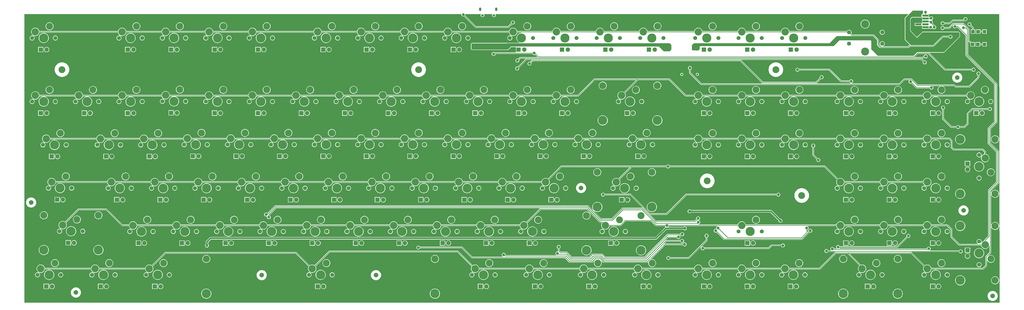
<source format=gtl>
G04 Layer_Physical_Order=1*
G04 Layer_Color=25308*
%FSTAX42Y42*%
%MOMM*%
G71*
G01*
G75*
%ADD10R,1.40X1.55*%
%ADD11R,1.52X1.52*%
G04:AMPARAMS|DCode=12|XSize=0.89mm|YSize=2.67mm|CornerRadius=0.11mm|HoleSize=0mm|Usage=FLASHONLY|Rotation=270.000|XOffset=0mm|YOffset=0mm|HoleType=Round|Shape=RoundedRectangle|*
%AMROUNDEDRECTD12*
21,1,0.89,2.44,0,0,270.0*
21,1,0.67,2.67,0,0,270.0*
1,1,0.22,-1.22,-0.33*
1,1,0.22,-1.22,0.33*
1,1,0.22,1.22,0.33*
1,1,0.22,1.22,-0.33*
%
%ADD12ROUNDEDRECTD12*%
%ADD13C,0.25*%
%ADD14C,0.64*%
%ADD15C,2.00*%
%ADD16C,3.00*%
%ADD17C,1.90*%
%ADD18R,1.90X1.90*%
%ADD19C,1.75*%
%ADD20C,3.99*%
%ADD21C,3.20*%
%ADD22C,4.00*%
%ADD23C,1.75*%
%ADD24R,1.90X1.90*%
%ADD25C,3.05*%
%ADD26O,1.00X1.55*%
%ADD27O,1.25X0.95*%
%ADD28C,1.78*%
%ADD29C,3.50*%
%ADD30C,0.90*%
%ADD31C,1.27*%
G36*
X042753Y012743D02*
X042769Y000103D01*
X04276Y000094D01*
X000111D01*
X000106Y000106D01*
X000109Y000109D01*
Y012751D01*
X019211D01*
X019222Y012738D01*
X019221Y012728D01*
X019224Y012706D01*
X019232Y012686D01*
X019246Y012668D01*
X019263Y012655D01*
X019283Y012646D01*
X019305Y012644D01*
X019327Y012646D01*
X019336Y01265D01*
X01983Y012156D01*
X019841Y012149D01*
X019853Y012146D01*
X021274D01*
X021287Y012149D01*
X021298Y012156D01*
X021447Y012305D01*
X021456Y012301D01*
X021477Y012298D01*
X021499Y012301D01*
X02152Y01231D01*
X021537Y012323D01*
X021551Y012341D01*
X021559Y012361D01*
X021562Y012383D01*
X021559Y012405D01*
X021551Y012425D01*
X021537Y012443D01*
X02152Y012456D01*
X021499Y012465D01*
X021477Y012468D01*
X021456Y012465D01*
X021435Y012456D01*
X021418Y012443D01*
X021404Y012425D01*
X021396Y012405D01*
X021393Y012383D01*
X021396Y012361D01*
X021399Y012353D01*
X02126Y012214D01*
X019867D01*
X019383Y012698D01*
X019387Y012706D01*
X01939Y012728D01*
X019389Y012738D01*
X0194Y012751D01*
X020075D01*
X02008Y012738D01*
X020073Y012728D01*
X020066Y012712D01*
X020064Y012694D01*
X020066Y012676D01*
X020073Y01266D01*
X020084Y012646D01*
X020098Y012635D01*
X020114Y012628D01*
X020132Y012626D01*
X020162D01*
X02018Y012628D01*
X020196Y012635D01*
X02021Y012646D01*
X020221Y01266D01*
X020228Y012676D01*
X02023Y012694D01*
X020228Y012712D01*
X020221Y012728D01*
X020214Y012738D01*
X020219Y012751D01*
X020575D01*
X02058Y012738D01*
X020573Y012728D01*
X020566Y012712D01*
X020564Y012694D01*
X020566Y012676D01*
X020573Y01266D01*
X020584Y012646D01*
X020598Y012635D01*
X020614Y012628D01*
X020632Y012626D01*
X020662D01*
X02068Y012628D01*
X020696Y012635D01*
X02071Y012646D01*
X020721Y01266D01*
X020728Y012676D01*
X02073Y012694D01*
X020728Y012712D01*
X020721Y012728D01*
X020714Y012738D01*
X020719Y012751D01*
X038773D01*
X038776Y012743D01*
X038777Y012738D01*
X038632Y012593D01*
X038632Y012593D01*
X03863Y012592D01*
X038629Y01259D01*
X038628Y012589D01*
X038627Y012587D01*
X038626Y012585D01*
X038626Y012585D01*
X038626Y012585D01*
X038625Y012583D01*
X038625Y012583D01*
X038624Y012582D01*
X038624Y012581D01*
X038624Y012579D01*
X038623Y012578D01*
X038623Y012576D01*
X038623Y012574D01*
Y012571D01*
X038623Y012571D01*
Y011633D01*
X038623Y011631D01*
X038623Y011629D01*
X038624Y011627D01*
X038624Y011625D01*
X038624Y011625D01*
X038624Y011625D01*
X038626Y011621D01*
X038626Y011621D01*
X038626Y011621D01*
X038626Y011621D01*
X038626Y011621D01*
X038626Y011621D01*
X038627Y01162D01*
X038627Y01162D01*
X038628Y011618D01*
X038628Y011618D01*
X038628Y011618D01*
X038628Y011618D01*
X038629Y011616D01*
X03863Y011615D01*
X038631Y011613D01*
X038631Y011613D01*
X038846Y011399D01*
X038841Y011387D01*
X038816D01*
X038803Y011385D01*
X038792Y011378D01*
X038752Y011337D01*
X037675D01*
X037672Y011349D01*
X03769Y011357D01*
X037712Y011374D01*
X03773Y011397D01*
X037741Y011423D01*
X037745Y011452D01*
X037741Y011481D01*
X03773Y011507D01*
X037712Y01153D01*
X03769Y011547D01*
X037663Y011558D01*
X037635Y011562D01*
X037606Y011558D01*
X037579Y011547D01*
X037557Y01153D01*
X037539Y011507D01*
X037528Y011481D01*
X037524Y011452D01*
X037528Y011423D01*
X037539Y011397D01*
X037557Y011374D01*
X037579Y011357D01*
X037597Y011349D01*
X037594Y011337D01*
X037565D01*
X037483Y011419D01*
Y011613D01*
X037481Y011626D01*
X037474Y011637D01*
X037268Y011842D01*
X037257Y01185D01*
X037244Y011852D01*
X036332D01*
X036282Y011902D01*
X036291Y011923D01*
X036295Y011952D01*
X036291Y011981D01*
X03628Y012007D01*
X036262Y01203D01*
X03624Y012047D01*
X036213Y012058D01*
X036185Y012062D01*
X036156Y012058D01*
X036129Y012047D01*
X036107Y01203D01*
X036089Y012007D01*
X036087Y012002D01*
X033567D01*
X033566Y012004D01*
X033556Y012038D01*
X033539Y012069D01*
X033517Y012097D01*
X033489Y012119D01*
X033458Y012136D01*
X033424Y012146D01*
X033389Y01215D01*
X033353Y012146D01*
X033319Y012136D01*
X033288Y012119D01*
X033261Y012097D01*
X033238Y012069D01*
X033221Y012038D01*
X033211Y012004D01*
X033211Y012002D01*
X031667D01*
X031666Y012004D01*
X031656Y012038D01*
X031639Y012069D01*
X031617Y012097D01*
X031589Y012119D01*
X031558Y012136D01*
X031524Y012146D01*
X031489Y01215D01*
X031453Y012146D01*
X031419Y012136D01*
X031388Y012119D01*
X031361Y012097D01*
X031338Y012069D01*
X031321Y012038D01*
X031311Y012004D01*
X031311Y012002D01*
X029767D01*
X029766Y012004D01*
X029756Y012038D01*
X029739Y012069D01*
X029717Y012097D01*
X029689Y012119D01*
X029658Y012136D01*
X029624Y012146D01*
X029589Y01215D01*
X029553Y012146D01*
X029519Y012136D01*
X029488Y012119D01*
X029461Y012097D01*
X029438Y012069D01*
X029421Y012038D01*
X029411Y012004D01*
X029411Y012002D01*
X027362D01*
X027361Y012004D01*
X027351Y012038D01*
X027334Y012069D01*
X027312Y012097D01*
X027284Y012119D01*
X027253Y012136D01*
X027219Y012146D01*
X027184Y01215D01*
X027148Y012146D01*
X027114Y012136D01*
X027083Y012119D01*
X027056Y012097D01*
X027033Y012069D01*
X027016Y012038D01*
X027006Y012004D01*
X027006Y012002D01*
X025462D01*
X025461Y012004D01*
X025451Y012038D01*
X025434Y012069D01*
X025412Y012097D01*
X025384Y012119D01*
X025353Y012136D01*
X025319Y012146D01*
X025284Y01215D01*
X025248Y012146D01*
X025214Y012136D01*
X025183Y012119D01*
X025156Y012097D01*
X025133Y012069D01*
X025116Y012038D01*
X025106Y012004D01*
X025106Y012002D01*
X023562D01*
X023561Y012004D01*
X023551Y012038D01*
X023534Y012069D01*
X023512Y012097D01*
X023484Y012119D01*
X023453Y012136D01*
X023419Y012146D01*
X023384Y01215D01*
X023348Y012146D01*
X023314Y012136D01*
X023283Y012119D01*
X023256Y012097D01*
X023233Y012069D01*
X023216Y012038D01*
X023206Y012004D01*
X023206Y012002D01*
X021662D01*
X021661Y012004D01*
X021651Y012038D01*
X021634Y012069D01*
X021612Y012097D01*
X021584Y012119D01*
X021553Y012136D01*
X021519Y012146D01*
X021484Y01215D01*
X021448Y012146D01*
X021414Y012136D01*
X021383Y012119D01*
X021356Y012097D01*
X021333Y012069D01*
X021316Y012038D01*
X021306Y012004D01*
X021306Y012002D01*
X018812D01*
X018811Y012004D01*
X018801Y012038D01*
X018784Y012069D01*
X018762Y012097D01*
X018734Y012119D01*
X018703Y012136D01*
X018669Y012146D01*
X018634Y01215D01*
X018598Y012146D01*
X018564Y012136D01*
X018533Y012119D01*
X018506Y012097D01*
X018483Y012069D01*
X018466Y012038D01*
X018456Y012004D01*
X018456Y012002D01*
X016912D01*
X016911Y012004D01*
X016901Y012038D01*
X016884Y012069D01*
X016862Y012097D01*
X016834Y012119D01*
X016803Y012136D01*
X016769Y012146D01*
X016734Y01215D01*
X016698Y012146D01*
X016664Y012136D01*
X016633Y012119D01*
X016606Y012097D01*
X016583Y012069D01*
X016566Y012038D01*
X016556Y012004D01*
X016556Y012002D01*
X015012D01*
X015011Y012004D01*
X015001Y012038D01*
X014984Y012069D01*
X014962Y012097D01*
X014934Y012119D01*
X014903Y012136D01*
X014869Y012146D01*
X014834Y01215D01*
X014798Y012146D01*
X014764Y012136D01*
X014733Y012119D01*
X014706Y012097D01*
X014683Y012069D01*
X014666Y012038D01*
X014656Y012004D01*
X014656Y012002D01*
X013112D01*
X013111Y012004D01*
X013101Y012038D01*
X013084Y012069D01*
X013062Y012097D01*
X013034Y012119D01*
X013003Y012136D01*
X012969Y012146D01*
X012934Y01215D01*
X012898Y012146D01*
X012864Y012136D01*
X012833Y012119D01*
X012806Y012097D01*
X012783Y012069D01*
X012766Y012038D01*
X012756Y012004D01*
X012756Y012002D01*
X010262D01*
X010261Y012004D01*
X010251Y012038D01*
X010234Y012069D01*
X010212Y012097D01*
X010184Y012119D01*
X010153Y012136D01*
X010119Y012146D01*
X010084Y01215D01*
X010048Y012146D01*
X010014Y012136D01*
X009983Y012119D01*
X009956Y012097D01*
X009933Y012069D01*
X009916Y012038D01*
X009906Y012004D01*
X009906Y012002D01*
X008362D01*
X008361Y012004D01*
X008351Y012038D01*
X008334Y012069D01*
X008312Y012097D01*
X008284Y012119D01*
X008253Y012136D01*
X008219Y012146D01*
X008184Y01215D01*
X008148Y012146D01*
X008114Y012136D01*
X008083Y012119D01*
X008056Y012097D01*
X008033Y012069D01*
X008016Y012038D01*
X008006Y012004D01*
X008006Y012002D01*
X006462D01*
X006461Y012004D01*
X006451Y012038D01*
X006434Y012069D01*
X006412Y012097D01*
X006384Y012119D01*
X006353Y012136D01*
X006319Y012146D01*
X006284Y01215D01*
X006248Y012146D01*
X006214Y012136D01*
X006183Y012119D01*
X006156Y012097D01*
X006133Y012069D01*
X006116Y012038D01*
X006106Y012004D01*
X006106Y012002D01*
X004562D01*
X004561Y012004D01*
X004551Y012038D01*
X004534Y012069D01*
X004512Y012097D01*
X004484Y012119D01*
X004453Y012136D01*
X004419Y012146D01*
X004384Y01215D01*
X004348Y012146D01*
X004314Y012136D01*
X004283Y012119D01*
X004256Y012097D01*
X004233Y012069D01*
X004216Y012038D01*
X004206Y012004D01*
X004206Y012002D01*
X000762D01*
X000761Y012004D01*
X000751Y012038D01*
X000734Y012069D01*
X000712Y012097D01*
X000684Y012119D01*
X000653Y012136D01*
X000619Y012146D01*
X000584Y01215D01*
X000548Y012146D01*
X000514Y012136D01*
X000483Y012119D01*
X000456Y012097D01*
X000433Y012069D01*
X000416Y012038D01*
X000406Y012004D01*
X000403Y011969D01*
X000406Y011933D01*
X000416Y011899D01*
X000433Y011868D01*
X000456Y011841D01*
X000483Y011818D01*
X000498Y01181D01*
X000492Y011799D01*
X000492Y011799D01*
X000492Y011799D01*
X000492Y011799D01*
X000491Y011799D01*
X000491D01*
X000472Y011807D01*
X000444Y011811D01*
X000416Y011807D01*
X00039Y011796D01*
X000367Y011779D01*
X00035Y011756D01*
X000339Y01173D01*
X000335Y011702D01*
X000339Y011674D01*
X00035Y011648D01*
X000367Y011625D01*
X00039Y011608D01*
X000416Y011597D01*
X000444Y011593D01*
X000472Y011597D01*
X000498Y011608D01*
X000521Y011625D01*
X000538Y011648D01*
X000549Y011674D01*
X000553Y011702D01*
X000549Y01173D01*
X000538Y011756D01*
X000521Y011779D01*
X000503Y011793D01*
X000503Y011793D01*
X000502Y011794D01*
X000502Y011794D01*
X000502Y011794D01*
X000502Y011794D01*
X000508Y011804D01*
X000514Y011801D01*
X000548Y011791D01*
X000584Y011788D01*
X000619Y011791D01*
X000653Y011801D01*
X000684Y011818D01*
X000712Y011841D01*
X000734Y011868D01*
X000751Y011899D01*
X000761Y011933D01*
X000762Y011935D01*
X000947D01*
X000948Y011923D01*
X000948Y011923D01*
X000948Y011922D01*
X000948Y011922D01*
X000944Y011922D01*
Y011922D01*
X000909Y011919D01*
X000868Y011906D01*
X000829Y011886D01*
X000796Y011858D01*
X000768Y011825D01*
X000748Y011786D01*
X000735Y011745D01*
X000731Y011702D01*
X000735Y011659D01*
X000748Y011618D01*
X000768Y011579D01*
X000796Y011546D01*
X000829Y011518D01*
X000868Y011498D01*
X000909Y011485D01*
X000952Y011481D01*
X000995Y011485D01*
X001036Y011498D01*
X001075Y011518D01*
X001108Y011546D01*
X001136Y011579D01*
X001156Y011618D01*
X001169Y011659D01*
X001173Y011702D01*
X001169Y011745D01*
X001156Y011786D01*
X001136Y011825D01*
X001108Y011858D01*
X001075Y011886D01*
X001036Y011906D01*
X000995Y011919D01*
X00096Y011922D01*
X00096Y011922D01*
X000956Y011922D01*
X000956Y011922D01*
X000956Y011923D01*
X000956Y011923D01*
X000957Y011935D01*
X004206D01*
X004206Y011933D01*
X004216Y011899D01*
X004233Y011868D01*
X004256Y011841D01*
X004283Y011818D01*
X004298Y01181D01*
X004292Y011799D01*
X004292Y011799D01*
X004292Y011799D01*
X004292Y011799D01*
X004291Y011799D01*
X004291Y011799D01*
X004272Y011807D01*
X004244Y011811D01*
X004216Y011807D01*
X00419Y011796D01*
X004167Y011779D01*
X00415Y011756D01*
X004139Y01173D01*
X004135Y011702D01*
X004139Y011674D01*
X00415Y011648D01*
X004167Y011625D01*
X00419Y011608D01*
X004216Y011597D01*
X004244Y011593D01*
X004272Y011597D01*
X004298Y011608D01*
X004321Y011625D01*
X004338Y011648D01*
X004349Y011674D01*
X004353Y011702D01*
X004349Y01173D01*
X004338Y011756D01*
X004321Y011779D01*
X004303Y011793D01*
X004303Y011793D01*
X004302Y011794D01*
X004302Y011794D01*
X004302Y011794D01*
X004302Y011794D01*
X004308Y011804D01*
X004314Y011801D01*
X004348Y011791D01*
X004384Y011788D01*
X004419Y011791D01*
X004453Y011801D01*
X004484Y011818D01*
X004512Y011841D01*
X004534Y011868D01*
X004551Y011899D01*
X004561Y011933D01*
X004562Y011935D01*
X004747D01*
X004748Y011923D01*
X004748Y011923D01*
X004748Y011922D01*
X004748Y011922D01*
X004744Y011922D01*
Y011922D01*
X004709Y011919D01*
X004668Y011906D01*
X004629Y011886D01*
X004596Y011858D01*
X004568Y011825D01*
X004548Y011786D01*
X004535Y011745D01*
X004531Y011702D01*
X004535Y011659D01*
X004548Y011618D01*
X004568Y011579D01*
X004596Y011546D01*
X004629Y011518D01*
X004668Y011498D01*
X004709Y011485D01*
X004752Y011481D01*
X004795Y011485D01*
X004836Y011498D01*
X004875Y011518D01*
X004908Y011546D01*
X004936Y011579D01*
X004956Y011618D01*
X004969Y011659D01*
X004973Y011702D01*
X004969Y011745D01*
X004956Y011786D01*
X004936Y011825D01*
X004908Y011858D01*
X004875Y011886D01*
X004836Y011906D01*
X004795Y011919D01*
X00476Y011922D01*
X00476Y011922D01*
X004756Y011922D01*
X004756Y011922D01*
X004756Y011923D01*
X004756Y011923D01*
X004757Y011935D01*
X006106D01*
X006106Y011933D01*
X006116Y011899D01*
X006133Y011868D01*
X006156Y011841D01*
X006183Y011818D01*
X006198Y01181D01*
X006192Y011799D01*
X006192Y011799D01*
X006192Y011799D01*
X006192Y011799D01*
X006191Y011799D01*
X006191D01*
X006172Y011807D01*
X006144Y011811D01*
X006116Y011807D01*
X00609Y011796D01*
X006067Y011779D01*
X00605Y011756D01*
X006039Y01173D01*
X006035Y011702D01*
X006039Y011674D01*
X00605Y011648D01*
X006067Y011625D01*
X00609Y011608D01*
X006116Y011597D01*
X006144Y011593D01*
X006172Y011597D01*
X006198Y011608D01*
X006221Y011625D01*
X006238Y011648D01*
X006249Y011674D01*
X006253Y011702D01*
X006249Y01173D01*
X006238Y011756D01*
X006221Y011779D01*
X006203Y011793D01*
X006203Y011793D01*
X006202Y011794D01*
X006202Y011794D01*
X006202Y011794D01*
X006202Y011794D01*
X006208Y011804D01*
X006214Y011801D01*
X006248Y011791D01*
X006284Y011788D01*
X006319Y011791D01*
X006353Y011801D01*
X006384Y011818D01*
X006412Y011841D01*
X006434Y011868D01*
X006451Y011899D01*
X006461Y011933D01*
X006462Y011935D01*
X006647D01*
X006648Y011923D01*
X006648Y011923D01*
X006648Y011922D01*
X006648Y011922D01*
X006644Y011922D01*
Y011922D01*
X006609Y011919D01*
X006568Y011906D01*
X006529Y011886D01*
X006496Y011858D01*
X006468Y011825D01*
X006448Y011786D01*
X006435Y011745D01*
X006431Y011702D01*
X006435Y011659D01*
X006448Y011618D01*
X006468Y011579D01*
X006496Y011546D01*
X006529Y011518D01*
X006568Y011498D01*
X006609Y011485D01*
X006652Y011481D01*
X006695Y011485D01*
X006736Y011498D01*
X006775Y011518D01*
X006808Y011546D01*
X006836Y011579D01*
X006856Y011618D01*
X006869Y011659D01*
X006873Y011702D01*
X006869Y011745D01*
X006856Y011786D01*
X006836Y011825D01*
X006808Y011858D01*
X006775Y011886D01*
X006736Y011906D01*
X006695Y011919D01*
X00666Y011922D01*
X00666Y011922D01*
X006656Y011922D01*
X006656Y011922D01*
X006656Y011923D01*
X006656Y011923D01*
X006657Y011935D01*
X008006D01*
X008006Y011933D01*
X008016Y011899D01*
X008033Y011868D01*
X008056Y011841D01*
X008083Y011818D01*
X008098Y01181D01*
X008092Y011799D01*
X008092Y011799D01*
X008092Y011799D01*
X008092Y011799D01*
X008091Y011799D01*
X008091Y011799D01*
X008072Y011807D01*
X008044Y011811D01*
X008016Y011807D01*
X00799Y011796D01*
X007967Y011779D01*
X00795Y011756D01*
X007939Y01173D01*
X007935Y011702D01*
X007939Y011674D01*
X00795Y011648D01*
X007967Y011625D01*
X00799Y011608D01*
X008016Y011597D01*
X008044Y011593D01*
X008072Y011597D01*
X008098Y011608D01*
X008121Y011625D01*
X008138Y011648D01*
X008149Y011674D01*
X008153Y011702D01*
X008149Y01173D01*
X008138Y011756D01*
X008121Y011779D01*
X008103Y011793D01*
X008103Y011793D01*
X008102Y011794D01*
X008102Y011794D01*
X008102Y011794D01*
X008102Y011794D01*
X008108Y011804D01*
X008114Y011801D01*
X008148Y011791D01*
X008184Y011788D01*
X008219Y011791D01*
X008253Y011801D01*
X008284Y011818D01*
X008312Y011841D01*
X008334Y011868D01*
X008351Y011899D01*
X008361Y011933D01*
X008362Y011935D01*
X008547D01*
X008548Y011923D01*
X008548Y011923D01*
X008548Y011922D01*
X008548Y011922D01*
X008544Y011922D01*
Y011922D01*
X008509Y011919D01*
X008468Y011906D01*
X008429Y011886D01*
X008396Y011858D01*
X008368Y011825D01*
X008348Y011786D01*
X008335Y011745D01*
X008331Y011702D01*
X008335Y011659D01*
X008348Y011618D01*
X008368Y011579D01*
X008396Y011546D01*
X008429Y011518D01*
X008468Y011498D01*
X008509Y011485D01*
X008552Y011481D01*
X008595Y011485D01*
X008636Y011498D01*
X008675Y011518D01*
X008708Y011546D01*
X008736Y011579D01*
X008756Y011618D01*
X008769Y011659D01*
X008773Y011702D01*
X008769Y011745D01*
X008756Y011786D01*
X008736Y011825D01*
X008708Y011858D01*
X008675Y011886D01*
X008636Y011906D01*
X008595Y011919D01*
X00856Y011922D01*
X00856Y011922D01*
X008556Y011922D01*
X008556Y011922D01*
X008556Y011923D01*
X008556Y011923D01*
X008557Y011935D01*
X009906D01*
X009906Y011933D01*
X009916Y011899D01*
X009933Y011868D01*
X009956Y011841D01*
X009983Y011818D01*
X009998Y01181D01*
X009992Y011799D01*
X009992Y011799D01*
X009992Y011799D01*
X009992Y011799D01*
X009991Y011799D01*
X009991D01*
X009972Y011807D01*
X009944Y011811D01*
X009916Y011807D01*
X00989Y011796D01*
X009867Y011779D01*
X00985Y011756D01*
X009839Y01173D01*
X009835Y011702D01*
X009839Y011674D01*
X00985Y011648D01*
X009867Y011625D01*
X00989Y011608D01*
X009916Y011597D01*
X009944Y011593D01*
X009972Y011597D01*
X009998Y011608D01*
X010021Y011625D01*
X010038Y011648D01*
X010049Y011674D01*
X010053Y011702D01*
X010049Y01173D01*
X010038Y011756D01*
X010021Y011779D01*
X010003Y011793D01*
X010003Y011793D01*
X010002Y011794D01*
X010002Y011794D01*
X010002Y011794D01*
X010002Y011794D01*
X010008Y011804D01*
X010014Y011801D01*
X010048Y011791D01*
X010084Y011788D01*
X010119Y011791D01*
X010153Y011801D01*
X010184Y011818D01*
X010212Y011841D01*
X010234Y011868D01*
X010251Y011899D01*
X010261Y011933D01*
X010262Y011935D01*
X010447D01*
X010448Y011923D01*
X010448Y011923D01*
X010448Y011922D01*
X010448Y011922D01*
X010444Y011922D01*
Y011922D01*
X010409Y011919D01*
X010368Y011906D01*
X010329Y011886D01*
X010296Y011858D01*
X010268Y011825D01*
X010248Y011786D01*
X010235Y011745D01*
X010231Y011702D01*
X010235Y011659D01*
X010248Y011618D01*
X010268Y011579D01*
X010296Y011546D01*
X010329Y011518D01*
X010368Y011498D01*
X010409Y011485D01*
X010452Y011481D01*
X010495Y011485D01*
X010536Y011498D01*
X010575Y011518D01*
X010608Y011546D01*
X010636Y011579D01*
X010656Y011618D01*
X010669Y011659D01*
X010673Y011702D01*
X010669Y011745D01*
X010656Y011786D01*
X010636Y011825D01*
X010608Y011858D01*
X010575Y011886D01*
X010536Y011906D01*
X010495Y011919D01*
X01046Y011922D01*
X01046Y011922D01*
X010456Y011922D01*
X010456Y011922D01*
X010456Y011923D01*
X010456Y011923D01*
X010457Y011935D01*
X012756D01*
X012756Y011933D01*
X012766Y011899D01*
X012783Y011868D01*
X012806Y011841D01*
X012833Y011818D01*
X012848Y01181D01*
X012842Y011799D01*
X012842Y011799D01*
X012842Y011799D01*
X012842Y011799D01*
X012841Y011799D01*
X012841D01*
X012822Y011807D01*
X012794Y011811D01*
X012766Y011807D01*
X01274Y011796D01*
X012717Y011779D01*
X0127Y011756D01*
X012689Y01173D01*
X012685Y011702D01*
X012689Y011674D01*
X0127Y011648D01*
X012717Y011625D01*
X01274Y011608D01*
X012766Y011597D01*
X012794Y011593D01*
X012822Y011597D01*
X012848Y011608D01*
X012871Y011625D01*
X012888Y011648D01*
X012899Y011674D01*
X012903Y011702D01*
X012899Y01173D01*
X012888Y011756D01*
X012871Y011779D01*
X012853Y011793D01*
X012853Y011793D01*
X012852Y011794D01*
X012852Y011794D01*
X012852Y011794D01*
X012852Y011794D01*
X012858Y011804D01*
X012864Y011801D01*
X012898Y011791D01*
X012934Y011788D01*
X012969Y011791D01*
X013003Y011801D01*
X013034Y011818D01*
X013062Y011841D01*
X013084Y011868D01*
X013101Y011899D01*
X013111Y011933D01*
X013112Y011935D01*
X013297D01*
X013298Y011923D01*
X013298Y011923D01*
X013298Y011922D01*
X013298Y011922D01*
X013294Y011922D01*
Y011922D01*
X013259Y011919D01*
X013218Y011906D01*
X013179Y011886D01*
X013146Y011858D01*
X013118Y011825D01*
X013098Y011786D01*
X013085Y011745D01*
X013081Y011702D01*
X013085Y011659D01*
X013098Y011618D01*
X013118Y011579D01*
X013146Y011546D01*
X013179Y011518D01*
X013218Y011498D01*
X013259Y011485D01*
X013302Y011481D01*
X013345Y011485D01*
X013386Y011498D01*
X013425Y011518D01*
X013458Y011546D01*
X013486Y011579D01*
X013506Y011618D01*
X013519Y011659D01*
X013523Y011702D01*
X013519Y011745D01*
X013506Y011786D01*
X013486Y011825D01*
X013458Y011858D01*
X013425Y011886D01*
X013386Y011906D01*
X013345Y011919D01*
X01331Y011922D01*
X01331Y011922D01*
X013306Y011922D01*
X013306Y011922D01*
X013306Y011923D01*
X013306Y011923D01*
X013307Y011935D01*
X014656D01*
X014656Y011933D01*
X014666Y011899D01*
X014683Y011868D01*
X014706Y011841D01*
X014733Y011818D01*
X014748Y01181D01*
X014742Y011799D01*
X014742Y011799D01*
X014742Y011799D01*
X014742Y011799D01*
X014741Y011799D01*
X014741Y011799D01*
X014722Y011807D01*
X014694Y011811D01*
X014666Y011807D01*
X01464Y011796D01*
X014617Y011779D01*
X0146Y011756D01*
X014589Y01173D01*
X014585Y011702D01*
X014589Y011674D01*
X0146Y011648D01*
X014617Y011625D01*
X01464Y011608D01*
X014666Y011597D01*
X014694Y011593D01*
X014722Y011597D01*
X014748Y011608D01*
X014771Y011625D01*
X014788Y011648D01*
X014799Y011674D01*
X014803Y011702D01*
X014799Y01173D01*
X014788Y011756D01*
X014771Y011779D01*
X014753Y011793D01*
X014753Y011793D01*
X014752Y011794D01*
X014752Y011794D01*
X014752Y011794D01*
X014752Y011794D01*
X014758Y011804D01*
X014764Y011801D01*
X014798Y011791D01*
X014834Y011788D01*
X014869Y011791D01*
X014903Y011801D01*
X014934Y011818D01*
X014962Y011841D01*
X014984Y011868D01*
X015001Y011899D01*
X015011Y011933D01*
X015012Y011935D01*
X015197D01*
X015198Y011923D01*
X015198Y011923D01*
X015198Y011922D01*
X015198Y011922D01*
X015194Y011922D01*
Y011922D01*
X015159Y011919D01*
X015118Y011906D01*
X015079Y011886D01*
X015046Y011858D01*
X015018Y011825D01*
X014998Y011786D01*
X014985Y011745D01*
X014981Y011702D01*
X014985Y011659D01*
X014998Y011618D01*
X015018Y011579D01*
X015046Y011546D01*
X015079Y011518D01*
X015118Y011498D01*
X015159Y011485D01*
X015202Y011481D01*
X015245Y011485D01*
X015286Y011498D01*
X015325Y011518D01*
X015358Y011546D01*
X015386Y011579D01*
X015406Y011618D01*
X015419Y011659D01*
X015423Y011702D01*
X015419Y011745D01*
X015406Y011786D01*
X015386Y011825D01*
X015358Y011858D01*
X015325Y011886D01*
X015286Y011906D01*
X015245Y011919D01*
X01521Y011922D01*
X01521Y011922D01*
X015206Y011922D01*
X015206Y011922D01*
X015206Y011923D01*
X015206Y011923D01*
X015207Y011935D01*
X016556D01*
X016556Y011933D01*
X016566Y011899D01*
X016583Y011868D01*
X016606Y011841D01*
X016633Y011818D01*
X016648Y01181D01*
X016642Y011799D01*
X016642Y011799D01*
X016642Y011799D01*
X016642Y011799D01*
X016641Y011799D01*
X016641D01*
X016622Y011807D01*
X016594Y011811D01*
X016566Y011807D01*
X01654Y011796D01*
X016517Y011779D01*
X0165Y011756D01*
X016489Y01173D01*
X016485Y011702D01*
X016489Y011674D01*
X0165Y011648D01*
X016517Y011625D01*
X01654Y011608D01*
X016566Y011597D01*
X016594Y011593D01*
X016622Y011597D01*
X016648Y011608D01*
X016671Y011625D01*
X016688Y011648D01*
X016699Y011674D01*
X016703Y011702D01*
X016699Y01173D01*
X016688Y011756D01*
X016671Y011779D01*
X016653Y011793D01*
X016653Y011793D01*
X016652Y011794D01*
X016652Y011794D01*
X016652Y011794D01*
X016652Y011794D01*
X016658Y011804D01*
X016664Y011801D01*
X016698Y011791D01*
X016734Y011788D01*
X016769Y011791D01*
X016803Y011801D01*
X016834Y011818D01*
X016862Y011841D01*
X016884Y011868D01*
X016901Y011899D01*
X016911Y011933D01*
X016912Y011935D01*
X017097D01*
X017098Y011923D01*
X017098Y011923D01*
X017098Y011922D01*
X017098Y011922D01*
X017094Y011922D01*
Y011922D01*
X017059Y011919D01*
X017018Y011906D01*
X016979Y011886D01*
X016946Y011858D01*
X016918Y011825D01*
X016898Y011786D01*
X016885Y011745D01*
X016881Y011702D01*
X016885Y011659D01*
X016898Y011618D01*
X016918Y011579D01*
X016946Y011546D01*
X016979Y011518D01*
X017018Y011498D01*
X017059Y011485D01*
X017102Y011481D01*
X017145Y011485D01*
X017186Y011498D01*
X017225Y011518D01*
X017258Y011546D01*
X017286Y011579D01*
X017306Y011618D01*
X017319Y011659D01*
X017323Y011702D01*
X017319Y011745D01*
X017306Y011786D01*
X017286Y011825D01*
X017258Y011858D01*
X017225Y011886D01*
X017186Y011906D01*
X017145Y011919D01*
X01711Y011922D01*
X01711Y011922D01*
X017106Y011922D01*
X017106Y011922D01*
X017106Y011923D01*
X017106Y011923D01*
X017107Y011935D01*
X018456D01*
X018456Y011933D01*
X018466Y011899D01*
X018483Y011868D01*
X018506Y011841D01*
X018533Y011818D01*
X018548Y01181D01*
X018542Y011799D01*
X018542Y011799D01*
X018542Y011799D01*
X018542Y011799D01*
X018541Y011799D01*
X018541Y011799D01*
X018522Y011807D01*
X018494Y011811D01*
X018466Y011807D01*
X01844Y011796D01*
X018417Y011779D01*
X0184Y011756D01*
X018389Y01173D01*
X018385Y011702D01*
X018389Y011674D01*
X0184Y011648D01*
X018417Y011625D01*
X01844Y011608D01*
X018466Y011597D01*
X018494Y011593D01*
X018522Y011597D01*
X018548Y011608D01*
X018571Y011625D01*
X018588Y011648D01*
X018599Y011674D01*
X018603Y011702D01*
X018599Y01173D01*
X018588Y011756D01*
X018571Y011779D01*
X018553Y011793D01*
X018553Y011793D01*
X018552Y011794D01*
X018552Y011794D01*
X018552Y011794D01*
X018552Y011794D01*
X018558Y011804D01*
X018564Y011801D01*
X018598Y011791D01*
X018634Y011788D01*
X018669Y011791D01*
X018703Y011801D01*
X018734Y011818D01*
X018762Y011841D01*
X018784Y011868D01*
X018801Y011899D01*
X018811Y011933D01*
X018812Y011935D01*
X018997D01*
X018998Y011923D01*
X018998Y011923D01*
X018998Y011922D01*
X018998Y011922D01*
X018994Y011922D01*
Y011922D01*
X018959Y011919D01*
X018918Y011906D01*
X018879Y011886D01*
X018846Y011858D01*
X018818Y011825D01*
X018798Y011786D01*
X018785Y011745D01*
X018781Y011702D01*
X018785Y011659D01*
X018798Y011618D01*
X018818Y011579D01*
X018846Y011546D01*
X018879Y011518D01*
X018918Y011498D01*
X018959Y011485D01*
X019002Y011481D01*
X019045Y011485D01*
X019086Y011498D01*
X019125Y011518D01*
X019158Y011546D01*
X019186Y011579D01*
X019206Y011618D01*
X019219Y011659D01*
X019223Y011702D01*
X019219Y011745D01*
X019206Y011786D01*
X019186Y011825D01*
X019158Y011858D01*
X019125Y011886D01*
X019086Y011906D01*
X019045Y011919D01*
X01901Y011922D01*
X01901Y011922D01*
X019006Y011922D01*
X019006Y011922D01*
X019006Y011923D01*
X019006Y011923D01*
X019007Y011935D01*
X021306D01*
X021306Y011933D01*
X021316Y011899D01*
X021333Y011868D01*
X021356Y011841D01*
X021383Y011818D01*
X021398Y01181D01*
X021392Y011799D01*
X021392Y011799D01*
X021392Y011799D01*
X021392Y011799D01*
X021391Y011799D01*
X021391D01*
X021372Y011807D01*
X021344Y011811D01*
X021316Y011807D01*
X02129Y011796D01*
X021267Y011779D01*
X02125Y011756D01*
X021239Y01173D01*
X021235Y011702D01*
X021239Y011674D01*
X02125Y011648D01*
X021267Y011625D01*
X02129Y011608D01*
X021316Y011597D01*
X021344Y011593D01*
X021372Y011597D01*
X021398Y011608D01*
X021421Y011625D01*
X021438Y011648D01*
X021449Y011674D01*
X021453Y011702D01*
X021449Y01173D01*
X021438Y011756D01*
X021421Y011779D01*
X021403Y011793D01*
X021403Y011793D01*
X021402Y011794D01*
X021402Y011794D01*
X021402Y011794D01*
X021402Y011794D01*
X021408Y011804D01*
X021414Y011801D01*
X021448Y011791D01*
X021484Y011788D01*
X021519Y011791D01*
X021553Y011801D01*
X021584Y011818D01*
X021612Y011841D01*
X021634Y011868D01*
X021651Y011899D01*
X021661Y011933D01*
X021662Y011935D01*
X021847D01*
X021848Y011922D01*
X021809Y011919D01*
X021768Y011906D01*
X021729Y011886D01*
X021696Y011858D01*
X021668Y011825D01*
X021648Y011786D01*
X021635Y011745D01*
X021631Y011702D01*
X021635Y011659D01*
X021648Y011618D01*
X021668Y011579D01*
X021696Y011546D01*
X021729Y011518D01*
X021761Y011502D01*
X021758Y011489D01*
X021288D01*
X021287Y011489D01*
X021287Y011489D01*
X021145Y011484D01*
X019699D01*
X019699Y011484D01*
X019697D01*
X019697Y011484D01*
X019695Y011484D01*
X019694Y011485D01*
X019692Y011485D01*
X019692Y011485D01*
X019692Y011485D01*
X019688Y011485D01*
X019684Y011485D01*
X019684Y011485D01*
X019684Y011485D01*
X019684D01*
X019684D01*
X019681Y011484D01*
X019679Y011484D01*
X019678Y011483D01*
X019678Y011483D01*
X019678Y011483D01*
X019677Y011483D01*
X019677Y011482D01*
X019677Y011482D01*
X019677Y011482D01*
X019676Y011482D01*
X019675Y011481D01*
X019673Y01148D01*
X019671Y011479D01*
X01967Y011477D01*
X01967Y011477D01*
X019663Y01147D01*
X019663Y01147D01*
X01965Y011458D01*
X019649Y011456D01*
X019648Y011455D01*
X019646Y011453D01*
X019646Y011451D01*
X019644Y01145D01*
X019644Y011449D01*
X019644Y011449D01*
X019644Y011448D01*
X019644Y011448D01*
X019643Y011446D01*
X019643Y011446D01*
X019643Y011444D01*
X019642Y011442D01*
X019642Y01144D01*
X019641Y011438D01*
Y011436D01*
X019641Y011436D01*
Y011405D01*
Y011227D01*
X019642Y011226D01*
X019641Y011225D01*
X019642Y01122D01*
X019643Y011217D01*
X019643Y011213D01*
X019644Y011213D01*
X019644Y011212D01*
X019646Y01121D01*
X019648Y011207D01*
X019648Y011207D01*
X019648Y011207D01*
X01967Y011185D01*
X01967Y011185D01*
Y011185D01*
X019671Y011183D01*
X019673Y011182D01*
X019675Y011181D01*
X019676Y01118D01*
X019678Y011179D01*
X019678Y011179D01*
X019678Y011179D01*
X01968Y011178D01*
X01968Y011178D01*
X019682Y011177D01*
X019682Y011177D01*
X019684Y011177D01*
X019686Y011176D01*
X019688Y011176D01*
X01969Y011176D01*
X019692D01*
X019692Y011176D01*
X021185D01*
X021197Y011171D01*
X021219Y011168D01*
X021241Y011171D01*
X021253Y011176D01*
X021261D01*
X021261Y011176D01*
X021263D01*
X021265Y011176D01*
X021267Y011176D01*
X021269Y011177D01*
X021271Y011177D01*
X021271Y011177D01*
X021271Y011177D01*
X021273Y011178D01*
X021274Y011179D01*
X021274Y011179D01*
X021274Y011179D01*
X021275Y011179D01*
X021275Y011179D01*
X021275Y011179D01*
X021276Y01118D01*
X021276Y01118D01*
X021278Y011181D01*
X021279Y011182D01*
X021281Y011183D01*
X021282Y011185D01*
X021282Y011185D01*
X021282Y011185D01*
X021366Y011268D01*
X021366Y011268D01*
X021383Y011285D01*
X021383Y011285D01*
X021383D01*
X021385Y011287D01*
X021386Y011289D01*
X021387Y01129D01*
X021388Y011292D01*
X021389Y011294D01*
X021389Y011294D01*
X021389Y011294D01*
X02139Y011295D01*
X02139Y011295D01*
X021391Y011297D01*
X021391Y011297D01*
X021391Y011299D01*
X021392Y011301D01*
X021404Y011305D01*
X0216D01*
X02161Y011296D01*
Y011085D01*
X02161Y011079D01*
X0216Y011073D01*
X0216Y011073D01*
X020674D01*
X020672Y011074D01*
X020652Y011082D01*
X02063Y011085D01*
X020608Y011082D01*
X020588Y011074D01*
X02057Y011061D01*
X020557Y011043D01*
X020548Y011023D01*
X020545Y011001D01*
X020548Y010979D01*
X020557Y010958D01*
X02057Y010941D01*
X020588Y010928D01*
X020608Y010919D01*
X02063Y010916D01*
X020652Y010919D01*
X020672Y010928D01*
X02069Y010941D01*
X020703Y010958D01*
X020712Y010979D01*
X020714Y011001D01*
X020718Y011005D01*
X022334D01*
X022337Y010997D01*
X022351Y010979D01*
X022368Y010966D01*
X022389Y010957D01*
X02241Y010954D01*
X022432Y010957D01*
X022453Y010966D01*
X022459Y010971D01*
X022554Y010876D01*
X022549Y010864D01*
X021788D01*
X021775Y010862D01*
X021764Y010854D01*
X021704Y010794D01*
X021696Y010798D01*
X021674Y010801D01*
X021652Y010798D01*
X021632Y010789D01*
X021614Y010776D01*
X021601Y010759D01*
X021592Y010738D01*
X021589Y010716D01*
X021592Y010694D01*
X021601Y010674D01*
X021614Y010656D01*
X021632Y010643D01*
X021652Y010635D01*
X021674Y010632D01*
X021696Y010635D01*
X021716Y010643D01*
X021734Y010656D01*
X021747Y010674D01*
X021755Y010694D01*
X021758Y010716D01*
X021755Y010738D01*
X021752Y010747D01*
X021802Y010797D01*
X022031D01*
X022035Y010785D01*
X021694Y010444D01*
X021686Y010447D01*
X021664Y01045D01*
X021642Y010447D01*
X021621Y010439D01*
X021604Y010426D01*
X02159Y010408D01*
X021582Y010388D01*
X021579Y010366D01*
X021582Y010344D01*
X02159Y010323D01*
X021604Y010306D01*
X021621Y010293D01*
X021642Y010284D01*
X021664Y010281D01*
X021686Y010284D01*
X021706Y010293D01*
X021723Y010306D01*
X021737Y010323D01*
X021745Y010344D01*
X021748Y010366D01*
X021745Y010388D01*
X021742Y010396D01*
X02209Y010744D01*
X022304D01*
X022309Y010731D01*
X022233Y010655D01*
X022224Y010658D01*
X022202Y010661D01*
X02218Y010658D01*
X02216Y01065D01*
X022142Y010636D01*
X022129Y010619D01*
X02212Y010598D01*
X022118Y010577D01*
X02212Y010555D01*
X022129Y010534D01*
X022142Y010517D01*
X02216Y010503D01*
X02218Y010495D01*
X022202Y010492D01*
X022224Y010495D01*
X022244Y010503D01*
X022262Y010517D01*
X022275Y010534D01*
X022284Y010555D01*
X022287Y010577D01*
X022284Y010598D01*
X02228Y010607D01*
X022356Y010683D01*
X031421D01*
X03238Y009724D01*
X032375Y009711D01*
X029734D01*
X029254Y010192D01*
Y010312D01*
X029262Y010315D01*
X02928Y010329D01*
X029293Y010346D01*
X029302Y010367D01*
X029305Y010389D01*
X029302Y01041D01*
X029293Y010431D01*
X02928Y010448D01*
X029262Y010462D01*
X029242Y01047D01*
X02922Y010473D01*
X029198Y01047D01*
X029178Y010462D01*
X02916Y010448D01*
X029147Y010431D01*
X029138Y01041D01*
X029136Y010389D01*
X029138Y010367D01*
X029147Y010346D01*
X02916Y010329D01*
X029178Y010315D01*
X029186Y010312D01*
Y010178D01*
X029189Y010165D01*
X029196Y010154D01*
X029697Y009654D01*
X029708Y009646D01*
X029721Y009644D01*
X03839D01*
X038402Y009646D01*
X038413Y009654D01*
X038614Y009855D01*
X038809D01*
X038813Y009842D01*
X038801Y009827D01*
X038793Y009806D01*
X03879Y009785D01*
X038793Y009763D01*
X038801Y009742D01*
X038815Y009725D01*
X038832Y009711D01*
X038853Y009703D01*
X038874Y0097D01*
X038896Y009703D01*
X038905Y009707D01*
X039115Y009497D01*
X039126Y00949D01*
X039138Y009487D01*
X039711D01*
X039715Y009478D01*
X039728Y009461D01*
X039746Y009447D01*
X039766Y009439D01*
X039788Y009436D01*
X03981Y009439D01*
X03983Y009447D01*
X039848Y009461D01*
X039861Y009478D01*
X03987Y009499D01*
X039873Y009521D01*
X03987Y009543D01*
X039861Y009563D01*
X039848Y00958D01*
X039849Y009585D01*
X039851Y009593D01*
X040148D01*
X040151Y00958D01*
X040131Y009569D01*
X040105Y009548D01*
X040084Y009522D01*
X040068Y009493D01*
X040058Y00946D01*
X040055Y009427D01*
X040058Y009394D01*
X040068Y009362D01*
X040084Y009332D01*
X040105Y009306D01*
X040131Y009285D01*
X040161Y009269D01*
X040193Y009259D01*
X040226Y009256D01*
X040259Y009259D01*
X040291Y009269D01*
X040321Y009285D01*
X040347Y009306D01*
X040368Y009332D01*
X040384Y009362D01*
X040394Y009394D01*
X040397Y009427D01*
X040394Y00946D01*
X040384Y009493D01*
X040368Y009522D01*
X040347Y009548D01*
X040321Y009569D01*
X040301Y00958D01*
X040304Y009593D01*
X040773D01*
X040827Y009539D01*
X040838Y009532D01*
X040851Y009529D01*
X04144D01*
X041453Y009532D01*
X041464Y009539D01*
X041868Y009943D01*
X041875Y009954D01*
X041878Y009967D01*
Y010065D01*
X041886Y010069D01*
X041904Y010082D01*
X041917Y0101D01*
X041926Y01012D01*
X041929Y010142D01*
X041926Y010164D01*
X041917Y010184D01*
X041904Y010202D01*
X041886Y010215D01*
X041866Y010224D01*
X041844Y010227D01*
X041822Y010224D01*
X041802Y010215D01*
X041784Y010202D01*
X041771Y010184D01*
X041762Y010164D01*
X041759Y010142D01*
X041762Y01012D01*
X041771Y0101D01*
X041784Y010082D01*
X041802Y010069D01*
X04181Y010065D01*
Y009981D01*
X041426Y009597D01*
X040865D01*
X040811Y00965D01*
X0408Y009658D01*
X040787Y00966D01*
X039191D01*
X038939Y009912D01*
X038928Y009919D01*
X038915Y009922D01*
X0386D01*
X038587Y009919D01*
X038577Y009912D01*
X038376Y009711D01*
X0363D01*
X036298Y009723D01*
X036318Y009732D01*
X036336Y009745D01*
X036349Y009763D01*
X036358Y009783D01*
X036361Y009805D01*
X036358Y009827D01*
X036349Y009847D01*
X036336Y009865D01*
X036318Y009878D01*
X036298Y009887D01*
X036276Y009889D01*
X036254Y009887D01*
X036234Y009878D01*
X036216Y009865D01*
X036203Y009847D01*
X036199Y009839D01*
X035845D01*
X035351Y010333D01*
X03534Y010341D01*
X035327Y010343D01*
X034001D01*
X033997Y010352D01*
X033984Y010369D01*
X033967Y010383D01*
X033946Y010391D01*
X033924Y010394D01*
X033902Y010391D01*
X033882Y010383D01*
X033864Y010369D01*
X033851Y010352D01*
X033843Y010331D01*
X03384Y010309D01*
X033843Y010288D01*
X033851Y010267D01*
X033864Y01025D01*
X033882Y010236D01*
X033902Y010228D01*
X033924Y010225D01*
X033946Y010228D01*
X033967Y010236D01*
X033984Y01025D01*
X033997Y010267D01*
X034001Y010276D01*
X035313D01*
X035807Y009781D01*
X035818Y009774D01*
X035831Y009771D01*
X036199D01*
X036203Y009763D01*
X036216Y009745D01*
X036234Y009732D01*
X036254Y009723D01*
X036252Y009711D01*
X034778D01*
X034773Y009724D01*
X034953Y009904D01*
X034962Y009901D01*
X034983Y009898D01*
X035005Y009901D01*
X035026Y009909D01*
X035043Y009922D01*
X035057Y00994D01*
X035065Y00996D01*
X035068Y009982D01*
X035065Y010004D01*
X035057Y010024D01*
X035043Y010042D01*
X035026Y010055D01*
X035005Y010064D01*
X034983Y010067D01*
X034962Y010064D01*
X034941Y010055D01*
X034924Y010042D01*
X03491Y010024D01*
X034902Y010004D01*
X034899Y009982D01*
X034902Y00996D01*
X034905Y009952D01*
X034728Y009775D01*
X032424D01*
X031468Y010731D01*
X031473Y010744D01*
X039335D01*
X039416Y010663D01*
X039413Y010654D01*
X03941Y010632D01*
X039413Y010611D01*
X039421Y01059D01*
X039435Y010573D01*
X039452Y010559D01*
X039473Y010551D01*
X039494Y010548D01*
X039516Y010551D01*
X039537Y010559D01*
X039554Y010573D01*
X039568Y01059D01*
X039576Y010611D01*
X039579Y010632D01*
X039576Y010654D01*
X039568Y010675D01*
X039554Y010692D01*
X039537Y010706D01*
X039516Y010714D01*
X039494Y010717D01*
X039473Y010714D01*
X039464Y010711D01*
X039389Y010785D01*
X039394Y010797D01*
X039408D01*
X039421Y010799D01*
X039432Y010807D01*
X039465Y01084D01*
X039478Y010839D01*
X03948Y010836D01*
X039497Y010822D01*
X039518Y010814D01*
X03954Y010811D01*
X039562Y010814D01*
X039582Y010822D01*
X039599Y010836D01*
X039613Y010853D01*
X039621Y010874D01*
X039624Y010896D01*
X039621Y010917D01*
X039613Y010938D01*
X039599Y010955D01*
X039582Y010969D01*
X039562Y010977D01*
X03954Y01098D01*
X039518Y010977D01*
X039497Y010969D01*
X03948Y010955D01*
X039466Y010938D01*
X039462Y010927D01*
X03946Y010927D01*
X039449Y010919D01*
X039394Y010864D01*
X039072D01*
X039067Y010876D01*
X039199Y011008D01*
X039646D01*
X040367Y010286D01*
X040378Y010279D01*
X040391Y010276D01*
X041554D01*
X041557Y010268D01*
X041571Y01025D01*
X041588Y010237D01*
X041609Y010228D01*
X041631Y010225D01*
X041652Y010228D01*
X041673Y010237D01*
X04169Y01025D01*
X041704Y010268D01*
X041712Y010288D01*
X041715Y01031D01*
X041712Y010332D01*
X041704Y010352D01*
X04169Y01037D01*
X041673Y010383D01*
X041652Y010392D01*
X041631Y010394D01*
X041609Y010392D01*
X041588Y010383D01*
X041571Y01037D01*
X041557Y010352D01*
X041554Y010344D01*
X040405D01*
X039702Y011047D01*
X039706Y011059D01*
X040326D01*
X040326Y011059D01*
X040328D01*
X04033Y011059D01*
X040332Y011059D01*
X040334Y01106D01*
X040334Y01106D01*
X040335Y01106D01*
X040336Y01106D01*
X040336Y01106D01*
X040337Y011061D01*
X040337Y011061D01*
X040337Y011061D01*
X040337Y011061D01*
X040339Y011062D01*
X040339Y011062D01*
X040339Y011062D01*
X040341Y011063D01*
X040343Y011064D01*
X040345Y011065D01*
X040345Y011065D01*
X040345Y011065D01*
X040345Y011065D01*
X040346Y011066D01*
X040348Y011068D01*
X040348Y011068D01*
X040801Y011521D01*
X040801Y011521D01*
X040914Y011634D01*
X040914Y011634D01*
X041028Y011748D01*
X041028Y011748D01*
X041028Y011748D01*
X041028Y011748D01*
X041028Y011748D01*
X041029Y011749D01*
X04103Y011751D01*
X041032Y011752D01*
X041032Y011752D01*
X041032Y011754D01*
X041034Y011756D01*
X041034Y011756D01*
X041034Y011756D01*
X041034Y011756D01*
X041034Y011756D01*
X041034Y011756D01*
X041034Y011758D01*
X041034Y011758D01*
X041035Y011759D01*
X041035Y011759D01*
X041035Y011759D01*
X041035Y011761D01*
X041035Y011761D01*
X041035Y011761D01*
X041035Y011761D01*
X041036Y011763D01*
X041036Y011765D01*
X041037Y011767D01*
Y011769D01*
X041037Y011769D01*
Y011911D01*
X041037Y011911D01*
Y011913D01*
X041036Y011915D01*
X041036Y011916D01*
X041036Y011916D01*
X041036Y011917D01*
Y011917D01*
X041035Y011919D01*
X041035Y011921D01*
X041035Y011921D01*
X041035Y011921D01*
X041034Y011924D01*
X041034Y011924D01*
Y011924D01*
X041034Y011924D01*
X041034Y011924D01*
X041034Y011925D01*
X041032Y011926D01*
X041032Y011927D01*
X041032Y011928D01*
X041032Y011928D01*
X041032Y011928D01*
X041032Y011928D01*
X041032Y011928D01*
X041032Y011928D01*
X041032Y011928D01*
X04103Y01193D01*
X041029Y011931D01*
X041028Y011933D01*
X041028Y011933D01*
X040992Y011968D01*
X04099Y01197D01*
X04099Y01197D01*
X04099Y01197D01*
X04099Y01197D01*
X04099Y011971D01*
X04099Y011971D01*
X04099Y011971D01*
X040989Y011972D01*
X040987Y011973D01*
X040986Y011974D01*
X040984Y011975D01*
X040982Y011976D01*
X040982Y011976D01*
X040981Y011977D01*
X040981Y011977D01*
X040981Y011977D01*
X040981Y011977D01*
X040979Y011977D01*
X040979Y011977D01*
X040979Y011977D01*
X040977Y011978D01*
X040975Y011979D01*
X040974Y011979D01*
X040974Y011979D01*
X040974Y011979D01*
X040972Y011979D01*
X040971Y011979D01*
X040969Y011979D01*
X040969Y011979D01*
X039429Y011979D01*
X03941D01*
X03941Y011979D01*
X039408D01*
X039406Y011979D01*
X039404Y011979D01*
X039403Y011979D01*
X039403Y011979D01*
X039403Y011979D01*
X039402Y011978D01*
X0394Y011978D01*
X0394Y011978D01*
X0394Y011978D01*
X0394Y011977D01*
X0394Y011977D01*
X0394Y011977D01*
X0394Y011977D01*
X0394D01*
X039397Y011976D01*
X039397Y011976D01*
X039397Y011976D01*
X039396Y011976D01*
X039396Y011976D01*
X039396Y011976D01*
X039395Y011975D01*
X039394Y011975D01*
X039394Y011975D01*
X039393Y011974D01*
X039392Y011973D01*
X039391Y011973D01*
X039391Y011973D01*
X03939Y011972D01*
X039389Y011972D01*
X039388Y01197D01*
X039388Y01197D01*
X039388Y01197D01*
X03929Y011872D01*
Y011872D01*
X03929D01*
X039241Y011823D01*
X039241Y011823D01*
X039191Y011773D01*
X039191Y011773D01*
X039166Y011748D01*
X039166Y011748D01*
X039166Y011748D01*
X039163Y011745D01*
X039163Y011745D01*
X03915D01*
X039148Y011748D01*
X039148Y011748D01*
X03908Y011815D01*
X039013Y011883D01*
X038875Y01202D01*
X038875Y01202D01*
X038875Y01202D01*
Y012536D01*
X038875Y012536D01*
X038875Y012536D01*
X038937Y012598D01*
X038937Y012598D01*
X038937Y012598D01*
X038938Y012598D01*
X038938Y012598D01*
X038938Y012598D01*
X039328D01*
X039328Y012598D01*
X03933D01*
X039332Y012598D01*
X039334Y012598D01*
X039336Y012599D01*
X039338Y0126D01*
X039338Y0126D01*
X039338Y0126D01*
X03934Y0126D01*
X039341Y012601D01*
X039341Y012601D01*
X039341Y012601D01*
X039343Y012602D01*
X039345Y012603D01*
X039346Y012604D01*
X039348Y012606D01*
X039349Y012607D01*
X039349Y012607D01*
X039349Y012607D01*
X039359Y012617D01*
X039359Y012617D01*
X039359Y012617D01*
X039361Y012619D01*
X039372Y012621D01*
X039377Y012617D01*
X039383Y012612D01*
Y012609D01*
X039376Y012599D01*
X039373Y012586D01*
Y01252D01*
X039376Y012507D01*
X039383Y012497D01*
Y012482D01*
X039376Y012472D01*
X039373Y012459D01*
Y012393D01*
X039376Y01238D01*
X039383Y01237D01*
Y012355D01*
X039376Y012345D01*
X039375Y012342D01*
X039362D01*
X039362Y012345D01*
X039355Y012355D01*
X039345Y012362D01*
X039332Y012364D01*
X039088D01*
X039075Y012362D01*
X039065Y012355D01*
X039058Y012345D01*
X039056Y012332D01*
Y012266D01*
X039058Y012253D01*
X039065Y012243D01*
X039075Y012236D01*
X039088Y012234D01*
X039332D01*
X039345Y012236D01*
X039355Y012243D01*
X039362Y012253D01*
X039362Y012256D01*
X039375D01*
X039376Y012253D01*
X039383Y012243D01*
Y012228D01*
X039376Y012218D01*
X039373Y012205D01*
Y012139D01*
X039376Y012126D01*
X039383Y012116D01*
X039393Y012109D01*
X039405Y012107D01*
X03965D01*
X039662Y012109D01*
X039672Y012116D01*
X039678Y012124D01*
X039688Y012126D01*
X039692Y012126D01*
X039699Y012117D01*
X039716Y012104D01*
X039737Y012095D01*
X039759Y012092D01*
X039781Y012095D01*
X039801Y012104D01*
X039818Y012117D01*
X039826Y012127D01*
X039828Y012128D01*
X039842Y012127D01*
X039851Y012114D01*
X039869Y012101D01*
X039889Y012093D01*
X039911Y01209D01*
X039933Y012093D01*
X039953Y012101D01*
X039971Y012114D01*
X039984Y012132D01*
X039993Y012152D01*
X039996Y012174D01*
X039993Y012196D01*
X039984Y012216D01*
X039971Y012234D01*
X039953Y012247D01*
X039933Y012256D01*
X039931Y012256D01*
X039838Y01235D01*
X039842Y012355D01*
X03985Y012376D01*
X039853Y012398D01*
X03985Y01242D01*
X039842Y01244D01*
X039829Y012458D01*
X039811Y012471D01*
X039802Y012475D01*
X039803Y012488D01*
X039819Y012495D01*
X039836Y012508D01*
X03985Y012526D01*
X039858Y012546D01*
X039861Y012568D01*
X039858Y01259D01*
X03985Y01261D01*
X039836Y012628D01*
X039819Y012641D01*
X039798Y01265D01*
X039776Y012652D01*
X039755Y01265D01*
X039734Y012641D01*
X039717Y012628D01*
X039703Y01261D01*
X039698Y012598D01*
X039693Y012595D01*
X03968Y012598D01*
X039678Y0126D01*
X039672Y012609D01*
Y012624D01*
X039679Y012634D01*
X039682Y012647D01*
Y012713D01*
X039679Y012726D01*
X039672Y012736D01*
X039669Y012738D01*
X039673Y012751D01*
X042746D01*
X042753Y012743D01*
D02*
G37*
G36*
X028341Y011468D02*
X028343Y011467D01*
X028382Y011427D01*
X0284Y01141D01*
X028407Y0114D01*
X028407D01*
X028407Y0114D01*
Y011234D01*
Y011232D01*
Y011232D01*
X028407Y011232D01*
X028407D01*
Y011199D01*
Y011191D01*
X028407Y011189D01*
X028406Y011187D01*
X028344Y011125D01*
X028335Y011116D01*
X028334Y011115D01*
X028332Y011115D01*
X028084D01*
X028082Y011115D01*
X028081Y011116D01*
X027877Y01132D01*
X027877Y01132D01*
X027871Y011326D01*
X027863D01*
X027863Y011326D01*
X027863Y011326D01*
X021601D01*
X021601Y011326D01*
X021601Y011326D01*
X021372D01*
Y011306D01*
Y011305D01*
X021371Y011305D01*
X021371Y011303D01*
X021371Y011303D01*
X02137Y011302D01*
X02137Y011302D01*
Y011302D01*
X021369Y0113D01*
X021369Y0113D01*
X021351Y011283D01*
X021351Y011283D01*
X021268Y011199D01*
X021268Y011199D01*
X021266Y011198D01*
X021266Y011198D01*
X021265Y011197D01*
X021265Y011197D01*
X021265Y011197D01*
X021263Y011196D01*
X021263Y011196D01*
X021261D01*
X021261Y011196D01*
X019692D01*
X019692Y011196D01*
X01969D01*
X019689Y011196D01*
X019688Y011197D01*
X019688Y011197D01*
X019686Y011198D01*
X019686Y011198D01*
X019686D01*
X019685Y011199D01*
X019685Y011199D01*
X019662Y011221D01*
X019662Y011221D01*
X019662Y011227D01*
Y011405D01*
Y011436D01*
X019662Y011436D01*
Y011438D01*
X019662Y011438D01*
X019663Y01144D01*
X019663Y01144D01*
X019664Y011441D01*
X019664Y011442D01*
Y011442D01*
X019665Y011443D01*
X019677Y011455D01*
X019685Y011463D01*
X019686Y011464D01*
X019686Y011464D01*
X019687Y011465D01*
X019688Y011465D01*
X019688Y011465D01*
X019689Y011465D01*
X01969Y011464D01*
X01969Y011464D01*
X019691Y011464D01*
X019693Y011463D01*
X019695Y011463D01*
X019697Y011463D01*
X021145D01*
X021145Y011463D01*
X021146Y011463D01*
X021288Y011468D01*
X028339D01*
X028341Y011468D01*
D02*
G37*
G36*
X039421Y012784D02*
X039352Y012715D01*
Y012708D01*
Y012639D01*
X039347Y012633D01*
X039345Y012631D01*
X039345Y012631D01*
X039345Y012631D01*
X039335Y012622D01*
X039335Y012622D01*
X039333Y01262D01*
X039333Y01262D01*
X039332Y01262D01*
X039332Y01262D01*
X039332Y01262D01*
X03933Y012619D01*
X03933Y012619D01*
X039328D01*
X039328Y012619D01*
X038938D01*
X038937Y012619D01*
X038926Y012619D01*
Y012616D01*
X038922Y012613D01*
X038922Y012613D01*
X038922Y012613D01*
X038922Y012613D01*
X03886Y012551D01*
X03886Y012551D01*
X03886D01*
X03886Y012551D01*
X03886Y012551D01*
X03886Y012551D01*
X038854Y012545D01*
Y012536D01*
X038854Y012536D01*
X038854Y012536D01*
Y01202D01*
X038854Y01202D01*
X038854Y01202D01*
Y012012D01*
X03886Y012006D01*
X038998Y011868D01*
X039066Y011801D01*
X039133Y011733D01*
X039133Y011733D01*
X039157Y011709D01*
X039178Y01173D01*
X039178Y01173D01*
X03918Y011733D01*
X03918Y011733D01*
X03918D01*
X039205Y011758D01*
X039205Y011758D01*
X039205Y011758D01*
X039256Y011808D01*
X039305Y011858D01*
X039403Y011955D01*
X039403Y011955D01*
X039404Y011957D01*
X039404Y011957D01*
X039404Y011957D01*
X039405Y011957D01*
X039405Y011957D01*
X039405Y011957D01*
X039408Y011958D01*
X039408D01*
X039408Y011958D01*
X039408Y011958D01*
X039408Y011958D01*
X03941D01*
X03941Y011958D01*
X039429D01*
X040969Y011958D01*
X040969Y011958D01*
X040971Y011958D01*
X040971Y011958D01*
X040971Y011958D01*
X040973Y011957D01*
X040973Y011957D01*
X040973Y011957D01*
X040973D01*
X040974Y011957D01*
X040974Y011957D01*
X040975Y011956D01*
X040976Y011955D01*
X040976Y011955D01*
X040976Y011955D01*
X040978Y011953D01*
X041013Y011918D01*
X041013Y011918D01*
X041014Y011917D01*
X041014Y011917D01*
X041014Y011916D01*
X041015Y011916D01*
X041015Y011916D01*
X041015Y011916D01*
X041016Y011913D01*
X041016Y011913D01*
X041016Y011913D01*
Y011911D01*
X041016Y011911D01*
Y011769D01*
X041016Y011769D01*
Y011767D01*
X041016Y011767D01*
X041015Y011766D01*
X041015Y011766D01*
X041015Y011766D01*
X041015Y011764D01*
X041014Y011764D01*
X041014Y011764D01*
X041014Y011764D01*
X041014Y011763D01*
X041013Y011762D01*
X041013Y011762D01*
X0409Y011649D01*
X040786Y011535D01*
X040786Y011535D01*
X040333Y011082D01*
X040333Y011082D01*
X040333Y011082D01*
X040332Y011081D01*
X040331Y011081D01*
X040329Y01108D01*
X040329Y01108D01*
X040329D01*
X040328Y01108D01*
X040328Y011079D01*
D01*
X040326D01*
X040326Y011079D01*
X039162D01*
X039146Y011064D01*
X039004Y010922D01*
X038771D01*
X03744Y010922D01*
X037159Y011202D01*
X037158Y011204D01*
X037158Y011206D01*
X037158Y011575D01*
X037142Y01159D01*
Y011595D01*
X037128D01*
X037128Y011595D01*
X037128Y011595D01*
X035761D01*
X035631Y011465D01*
X035508Y011343D01*
X035507Y011341D01*
X035505Y011341D01*
X029681D01*
X029681Y011341D01*
X029681Y011341D01*
X029672D01*
X029653Y011322D01*
X029653Y011322D01*
X029653Y011322D01*
X029647Y011316D01*
Y011307D01*
X029647Y011307D01*
X029647Y011307D01*
X029647Y011211D01*
X029647Y011209D01*
X029645Y011208D01*
X029598Y01116D01*
X029596Y011159D01*
X029594Y011158D01*
X029344D01*
X029342Y011159D01*
X029341Y01116D01*
X029314Y011187D01*
X029308Y011192D01*
X029307Y011194D01*
X029307Y011196D01*
X029307Y011274D01*
X029307Y01138D01*
X029307Y011382D01*
X029308Y011383D01*
X029395Y01147D01*
X029396Y011471D01*
X029396Y011471D01*
X029397Y011471D01*
X029397Y011471D01*
X029398Y011471D01*
X029399Y011471D01*
X035329D01*
X035335Y011477D01*
X035335Y011477D01*
X035645Y011787D01*
X035647Y011788D01*
X035648Y011788D01*
X035684Y011788D01*
X036304D01*
X036305Y011788D01*
X036318Y011785D01*
X03723D01*
X037414Y011601D01*
X037414Y011386D01*
X037533Y011267D01*
X038788Y011267D01*
X038841Y01132D01*
X03987D01*
X039883Y011323D01*
X039894Y01133D01*
X040286Y011721D01*
X040545D01*
X040549Y011713D01*
X040562Y011695D01*
X04058Y011682D01*
X0406Y011673D01*
X040622Y011671D01*
X040644Y011673D01*
X040664Y011682D01*
X040682Y011695D01*
X040695Y011713D01*
X040704Y011733D01*
X040707Y011755D01*
X040704Y011777D01*
X040695Y011797D01*
X040682Y011815D01*
X040664Y011828D01*
X040644Y011837D01*
X040622Y01184D01*
X0406Y011837D01*
X04058Y011828D01*
X040562Y011815D01*
X040549Y011797D01*
X040545Y011789D01*
X040272D01*
X040259Y011786D01*
X040248Y011779D01*
X039856Y011387D01*
X038887D01*
X038646Y011628D01*
X038645Y011629D01*
X038645Y011629D01*
X038645Y011629D01*
X038645Y011629D01*
X038645Y011629D01*
X038644Y011633D01*
X038644Y011633D01*
Y012571D01*
X038644Y012571D01*
Y012574D01*
X038644Y012574D01*
X038644Y012575D01*
X038644Y012575D01*
X038645Y012577D01*
X038645Y012577D01*
Y012577D01*
X038646Y012578D01*
X038792Y012724D01*
X038792Y012724D01*
X038956Y012888D01*
X038969Y012901D01*
X039421D01*
X039421Y012784D01*
D02*
G37*
%LPC*%
G36*
X027558Y004509D02*
X027515Y004505D01*
X027474Y004492D01*
X027436Y004472D01*
X027402Y004445D01*
X027375Y004411D01*
X027354Y004373D01*
X027342Y004332D01*
X027338Y004288D01*
X027342Y004245D01*
X027354Y004204D01*
X027375Y004166D01*
X027402Y004132D01*
X027436Y004105D01*
X027474Y004085D01*
X027515Y004072D01*
X027558Y004068D01*
X027601Y004072D01*
X027643Y004085D01*
X027681Y004105D01*
X027714Y004132D01*
X027742Y004166D01*
X027762Y004204D01*
X027775Y004245D01*
X027779Y004288D01*
X027775Y004332D01*
X027762Y004373D01*
X027742Y004411D01*
X027714Y004445D01*
X027681Y004472D01*
X027643Y004492D01*
X027601Y004505D01*
X027558Y004509D01*
D02*
G37*
G36*
X041191Y00436D02*
X041148Y004356D01*
X041106Y004343D01*
X041068Y004323D01*
X041034Y004295D01*
X041006Y004261D01*
X040986Y004223D01*
X040973Y004181D01*
X040969Y004138D01*
X040973Y004094D01*
X040986Y004053D01*
X041006Y004014D01*
X041034Y00398D01*
X041068Y003953D01*
X041106Y003932D01*
X041148Y00392D01*
X041191Y003915D01*
X041235Y00392D01*
X041276Y003932D01*
X041315Y003953D01*
X041348Y00398D01*
X041376Y004014D01*
X041397Y004053D01*
X041409Y004094D01*
X041414Y004138D01*
X041409Y004181D01*
X041397Y004223D01*
X041376Y004261D01*
X041348Y004295D01*
X041315Y004323D01*
X041276Y004343D01*
X041235Y004356D01*
X041191Y00436D01*
D02*
G37*
G36*
X003344Y004098D02*
X00331Y004095D01*
X003277Y004085D01*
X003247Y004069D01*
X003221Y004047D01*
X003199Y004021D01*
X003183Y003991D01*
X003174Y003959D01*
X00317Y003925D01*
X003174Y003891D01*
X003183Y003858D01*
X003199Y003828D01*
X003221Y003802D01*
X003247Y00378D01*
X003277Y003764D01*
X00331Y003755D01*
X003344Y003751D01*
X003378Y003755D01*
X00341Y003764D01*
X00344Y00378D01*
X003467Y003802D01*
X003488Y003828D01*
X003504Y003858D01*
X003514Y003891D01*
X003517Y003925D01*
X003514Y003959D01*
X003504Y003991D01*
X003488Y004021D01*
X003467Y004047D01*
X00344Y004069D01*
X00341Y004085D01*
X003378Y004095D01*
X003344Y004098D01*
D02*
G37*
G36*
X000401Y004708D02*
X000358Y004704D01*
X000316Y004691D01*
X000278Y004671D01*
X000244Y004643D01*
X000216Y004609D01*
X000196Y004571D01*
X000183Y004529D01*
X000179Y004486D01*
X000183Y004442D01*
X000196Y004401D01*
X000216Y004362D01*
X000244Y004328D01*
X000278Y004301D01*
X000316Y00428D01*
X000358Y004268D01*
X000401Y004263D01*
X000445Y004268D01*
X000486Y00428D01*
X000525Y004301D01*
X000559Y004328D01*
X000586Y004362D01*
X000607Y004401D01*
X000619Y004442D01*
X000624Y004486D01*
X000619Y004529D01*
X000607Y004571D01*
X000586Y004609D01*
X000559Y004643D01*
X000525Y004671D01*
X000486Y004691D01*
X000445Y004704D01*
X000401Y004708D01*
D02*
G37*
G36*
X006304Y004722D02*
X006274Y004718D01*
X006246Y004707D01*
X006222Y004688D01*
X006203Y004664D01*
X006192Y004636D01*
X006188Y004606D01*
X006192Y004576D01*
X006203Y004548D01*
X006222Y004524D01*
X006246Y004505D01*
X006274Y004494D01*
X006304Y00449D01*
X006334Y004494D01*
X006362Y004505D01*
X006386Y004524D01*
X006405Y004548D01*
X006416Y004576D01*
X00642Y004606D01*
X006416Y004636D01*
X006405Y004664D01*
X006386Y004688D01*
X006362Y004707D01*
X006334Y004718D01*
X006304Y004722D01*
D02*
G37*
G36*
X004404D02*
X004374Y004718D01*
X004346Y004707D01*
X004322Y004688D01*
X004303Y004664D01*
X004292Y004636D01*
X004288Y004606D01*
X004292Y004576D01*
X004303Y004548D01*
X004322Y004524D01*
X004346Y004505D01*
X004374Y004494D01*
X004404Y00449D01*
X004434Y004494D01*
X004462Y004505D01*
X004486Y004524D01*
X004505Y004548D01*
X004516Y004576D01*
X00452Y004606D01*
X004516Y004636D01*
X004505Y004664D01*
X004486Y004688D01*
X004462Y004707D01*
X004434Y004718D01*
X004404Y004722D01*
D02*
G37*
G36*
X034112Y005114D02*
X034062Y00511D01*
X034013Y005098D01*
X033966Y005079D01*
X033923Y005053D01*
X033885Y00502D01*
X033852Y004982D01*
X033826Y004939D01*
X033807Y004892D01*
X033795Y004843D01*
X033791Y004793D01*
X033795Y004743D01*
X033807Y004694D01*
X033826Y004647D01*
X033852Y004604D01*
X033885Y004566D01*
X033923Y004533D01*
X033966Y004507D01*
X034013Y004488D01*
X034062Y004476D01*
X034112Y004472D01*
X034162Y004476D01*
X034211Y004488D01*
X034258Y004507D01*
X034301Y004533D01*
X034339Y004566D01*
X034372Y004604D01*
X034398Y004647D01*
X034418Y004694D01*
X034429Y004743D01*
X034433Y004793D01*
X034429Y004843D01*
X034418Y004892D01*
X034398Y004939D01*
X034372Y004982D01*
X034339Y00502D01*
X034301Y005053D01*
X034258Y005079D01*
X034211Y005098D01*
X034162Y00511D01*
X034112Y005114D01*
D02*
G37*
G36*
X040226Y003898D02*
X040193Y003895D01*
X040161Y003885D01*
X040131Y003869D01*
X040105Y003848D01*
X040084Y003822D01*
X040068Y003793D01*
X040058Y00376D01*
X040055Y003727D01*
X040058Y003694D01*
X040068Y003662D01*
X040084Y003632D01*
X040105Y003606D01*
X040131Y003585D01*
X040161Y003569D01*
X040193Y003559D01*
X040226Y003556D01*
X040259Y003559D01*
X040291Y003569D01*
X040321Y003585D01*
X040347Y003606D01*
X040368Y003632D01*
X040384Y003662D01*
X040394Y003694D01*
X040397Y003727D01*
X040394Y00376D01*
X040384Y003793D01*
X040368Y003822D01*
X040347Y003848D01*
X040321Y003869D01*
X040291Y003885D01*
X040259Y003895D01*
X040226Y003898D01*
D02*
G37*
G36*
X038326D02*
X038293Y003895D01*
X038261Y003885D01*
X038231Y003869D01*
X038205Y003848D01*
X038184Y003822D01*
X038168Y003793D01*
X038158Y00376D01*
X038155Y003727D01*
X038158Y003694D01*
X038168Y003662D01*
X038184Y003632D01*
X038205Y003606D01*
X038231Y003585D01*
X038261Y003569D01*
X038293Y003559D01*
X038326Y003556D01*
X038359Y003559D01*
X038391Y003569D01*
X038421Y003585D01*
X038447Y003606D01*
X038468Y003632D01*
X038484Y003662D01*
X038494Y003694D01*
X038497Y003727D01*
X038494Y00376D01*
X038484Y003793D01*
X038468Y003822D01*
X038447Y003848D01*
X038421Y003869D01*
X038391Y003885D01*
X038359Y003895D01*
X038326Y003898D01*
D02*
G37*
G36*
X036426D02*
X036393Y003895D01*
X036361Y003885D01*
X036331Y003869D01*
X036305Y003848D01*
X036284Y003822D01*
X036268Y003793D01*
X036258Y00376D01*
X036255Y003727D01*
X036258Y003694D01*
X036268Y003662D01*
X036284Y003632D01*
X036305Y003606D01*
X036331Y003585D01*
X036361Y003569D01*
X036393Y003559D01*
X036426Y003556D01*
X036459Y003559D01*
X036491Y003569D01*
X036521Y003585D01*
X036547Y003606D01*
X036568Y003632D01*
X036584Y003662D01*
X036594Y003694D01*
X036597Y003727D01*
X036594Y00376D01*
X036584Y003793D01*
X036568Y003822D01*
X036547Y003848D01*
X036521Y003869D01*
X036491Y003885D01*
X036459Y003895D01*
X036426Y003898D01*
D02*
G37*
G36*
X002404Y00391D02*
X002371Y003907D01*
X002339Y003897D01*
X002309Y003882D01*
X002283Y00386D01*
X002262Y003834D01*
X002246Y003805D01*
X002236Y003773D01*
X002233Y003739D01*
X002236Y003706D01*
X002246Y003674D01*
X002262Y003644D01*
X002283Y003618D01*
X002309Y003597D01*
X002339Y003581D01*
X002371Y003571D01*
X002404Y003568D01*
X002437Y003571D01*
X002469Y003581D01*
X002499Y003597D01*
X002525Y003618D01*
X002546Y003644D01*
X002562Y003674D01*
X002572Y003706D01*
X002575Y003739D01*
X002572Y003773D01*
X002562Y003805D01*
X002546Y003834D01*
X002525Y00386D01*
X002499Y003882D01*
X002469Y003897D01*
X002437Y003907D01*
X002404Y00391D01*
D02*
G37*
G36*
X000956Y004098D02*
X000922Y004095D01*
X00089Y004085D01*
X00086Y004069D01*
X000833Y004047D01*
X000812Y004021D01*
X000796Y003991D01*
X000786Y003959D01*
X000783Y003925D01*
X000786Y003891D01*
X000796Y003858D01*
X000812Y003828D01*
X000833Y003802D01*
X00086Y00378D01*
X00089Y003764D01*
X000922Y003755D01*
X000956Y003751D01*
X00099Y003755D01*
X001023Y003764D01*
X001053Y00378D01*
X001079Y003802D01*
X001101Y003828D01*
X001117Y003858D01*
X001126Y003891D01*
X00113Y003925D01*
X001126Y003959D01*
X001117Y003991D01*
X001101Y004021D01*
X001079Y004047D01*
X001053Y004069D01*
X001023Y004085D01*
X00099Y004095D01*
X000956Y004098D01*
D02*
G37*
G36*
X024696Y004086D02*
X024662Y004083D01*
X024629Y004073D01*
X024599Y004057D01*
X024573Y004035D01*
X024551Y004009D01*
X024535Y003979D01*
X024525Y003946D01*
X024522Y003912D01*
X024525Y003879D01*
X024535Y003846D01*
X024551Y003816D01*
X024573Y00379D01*
X024599Y003768D01*
X024629Y003752D01*
X024662Y003742D01*
X024696Y003739D01*
X02473Y003742D01*
X024762Y003752D01*
X024792Y003768D01*
X024818Y00379D01*
X02484Y003816D01*
X024856Y003846D01*
X024866Y003879D01*
X024869Y003912D01*
X024866Y003946D01*
X024856Y003979D01*
X02484Y004009D01*
X024818Y004035D01*
X024792Y004057D01*
X024762Y004073D01*
X02473Y004083D01*
X024696Y004086D01*
D02*
G37*
G36*
X029202Y004184D02*
X02918Y004181D01*
X02916Y004173D01*
X029143Y004159D01*
X029129Y004142D01*
X029121Y004121D01*
X029118Y0041D01*
X029121Y004078D01*
X029129Y004057D01*
X029143Y00404D01*
X02916Y004026D01*
X02918Y004018D01*
X029202Y004015D01*
X029224Y004018D01*
X029245Y004026D01*
X029262Y00404D01*
X029267Y004046D01*
X032747D01*
X033099Y003694D01*
X033098Y003686D01*
X033101Y003664D01*
X033109Y003643D01*
X033123Y003626D01*
X03314Y003612D01*
X033161Y003604D01*
X033183Y003601D01*
X033204Y003604D01*
X033225Y003612D01*
X033242Y003626D01*
X033256Y003643D01*
X033264Y003664D01*
X033267Y003686D01*
X033264Y003707D01*
X033256Y003728D01*
X033242Y003745D01*
X033225Y003759D01*
X033204Y003767D01*
X033183Y00377D01*
X033174Y003769D01*
X032806Y004137D01*
X032789Y004149D01*
X032769Y004153D01*
X032769Y004153D01*
X029267D01*
X029262Y004159D01*
X029245Y004173D01*
X029224Y004181D01*
X029202Y004184D01*
D02*
G37*
G36*
X008204Y004722D02*
X008174Y004718D01*
X008146Y004707D01*
X008122Y004688D01*
X008103Y004664D01*
X008092Y004636D01*
X008088Y004606D01*
X008092Y004576D01*
X008103Y004548D01*
X008122Y004524D01*
X008146Y004505D01*
X008174Y004494D01*
X008204Y00449D01*
X008234Y004494D01*
X008262Y004505D01*
X008286Y004524D01*
X008305Y004548D01*
X008316Y004576D01*
X00832Y004606D01*
X008316Y004636D01*
X008305Y004664D01*
X008286Y004688D01*
X008262Y004707D01*
X008234Y004718D01*
X008204Y004722D01*
D02*
G37*
G36*
X038199D02*
X038169Y004718D01*
X038141Y004707D01*
X038117Y004688D01*
X038098Y004664D01*
X038087Y004636D01*
X038083Y004606D01*
X038087Y004576D01*
X038098Y004548D01*
X038117Y004524D01*
X038141Y004505D01*
X038169Y004494D01*
X038199Y00449D01*
X038229Y004494D01*
X038257Y004505D01*
X038281Y004524D01*
X0383Y004548D01*
X038311Y004576D01*
X038315Y004606D01*
X038311Y004636D01*
X0383Y004664D01*
X038281Y004688D01*
X038257Y004707D01*
X038229Y004718D01*
X038199Y004722D01*
D02*
G37*
G36*
X036299D02*
X036269Y004718D01*
X036241Y004707D01*
X036217Y004688D01*
X036198Y004664D01*
X036187Y004636D01*
X036183Y004606D01*
X036187Y004576D01*
X036198Y004548D01*
X036217Y004524D01*
X036241Y004505D01*
X036269Y004494D01*
X036299Y00449D01*
X036329Y004494D01*
X036357Y004505D01*
X036381Y004524D01*
X0364Y004548D01*
X036411Y004576D01*
X036415Y004606D01*
X036411Y004636D01*
X0364Y004664D01*
X036381Y004688D01*
X036357Y004707D01*
X036329Y004718D01*
X036299Y004722D01*
D02*
G37*
G36*
X026492D02*
X026461Y004718D01*
X026433Y004707D01*
X026409Y004688D01*
X026391Y004664D01*
X026379Y004636D01*
X026375Y004606D01*
X026379Y004576D01*
X026391Y004548D01*
X026409Y004524D01*
X026433Y004505D01*
X026461Y004494D01*
X026492Y00449D01*
X026522Y004494D01*
X02655Y004505D01*
X026574Y004524D01*
X026592Y004548D01*
X026604Y004576D01*
X026608Y004606D01*
X026604Y004636D01*
X026592Y004664D01*
X026574Y004688D01*
X02655Y004707D01*
X026522Y004718D01*
X026492Y004722D01*
D02*
G37*
G36*
X040099D02*
X040069Y004718D01*
X040041Y004707D01*
X040017Y004688D01*
X039998Y004664D01*
X039987Y004636D01*
X039983Y004606D01*
X039987Y004576D01*
X039998Y004548D01*
X040017Y004524D01*
X040041Y004505D01*
X040069Y004494D01*
X040099Y00449D01*
X040129Y004494D01*
X040157Y004505D01*
X040181Y004524D01*
X0402Y004548D01*
X040211Y004576D01*
X040215Y004606D01*
X040211Y004636D01*
X0402Y004664D01*
X040181Y004688D01*
X040157Y004707D01*
X040129Y004718D01*
X040099Y004722D01*
D02*
G37*
G36*
X008065Y004721D02*
X007835D01*
Y004491D01*
X008065D01*
Y004721D01*
D02*
G37*
G36*
X006165D02*
X005935D01*
Y004491D01*
X006165D01*
Y004721D01*
D02*
G37*
G36*
X004265D02*
X004035D01*
Y004491D01*
X004265D01*
Y004721D01*
D02*
G37*
G36*
X023404Y004722D02*
X023374Y004718D01*
X023346Y004707D01*
X023322Y004688D01*
X023303Y004664D01*
X023292Y004636D01*
X023288Y004606D01*
X023292Y004576D01*
X023303Y004548D01*
X023322Y004524D01*
X023346Y004505D01*
X023374Y004494D01*
X023404Y00449D01*
X023434Y004494D01*
X023462Y004505D01*
X023486Y004524D01*
X023505Y004548D01*
X023516Y004576D01*
X02352Y004606D01*
X023516Y004636D01*
X023505Y004664D01*
X023486Y004688D01*
X023462Y004707D01*
X023434Y004718D01*
X023404Y004722D01*
D02*
G37*
G36*
X013904D02*
X013874Y004718D01*
X013846Y004707D01*
X013822Y004688D01*
X013803Y004664D01*
X013792Y004636D01*
X013788Y004606D01*
X013792Y004576D01*
X013803Y004548D01*
X013822Y004524D01*
X013846Y004505D01*
X013874Y004494D01*
X013904Y00449D01*
X013934Y004494D01*
X013962Y004505D01*
X013986Y004524D01*
X014005Y004548D01*
X014016Y004576D01*
X01402Y004606D01*
X014016Y004636D01*
X014005Y004664D01*
X013986Y004688D01*
X013962Y004707D01*
X013934Y004718D01*
X013904Y004722D01*
D02*
G37*
G36*
X012004D02*
X011974Y004718D01*
X011946Y004707D01*
X011922Y004688D01*
X011903Y004664D01*
X011892Y004636D01*
X011888Y004606D01*
X011892Y004576D01*
X011903Y004548D01*
X011922Y004524D01*
X011946Y004505D01*
X011974Y004494D01*
X012004Y00449D01*
X012034Y004494D01*
X012062Y004505D01*
X012086Y004524D01*
X012105Y004548D01*
X012116Y004576D01*
X01212Y004606D01*
X012116Y004636D01*
X012105Y004664D01*
X012086Y004688D01*
X012062Y004707D01*
X012034Y004718D01*
X012004Y004722D01*
D02*
G37*
G36*
X010104D02*
X010074Y004718D01*
X010046Y004707D01*
X010022Y004688D01*
X010003Y004664D01*
X009992Y004636D01*
X009988Y004606D01*
X009992Y004576D01*
X010003Y004548D01*
X010022Y004524D01*
X010046Y004505D01*
X010074Y004494D01*
X010104Y00449D01*
X010134Y004494D01*
X010162Y004505D01*
X010186Y004524D01*
X010205Y004548D01*
X010216Y004576D01*
X01022Y004606D01*
X010216Y004636D01*
X010205Y004664D01*
X010186Y004688D01*
X010162Y004707D01*
X010134Y004718D01*
X010104Y004722D01*
D02*
G37*
G36*
X015804D02*
X015774Y004718D01*
X015746Y004707D01*
X015722Y004688D01*
X015703Y004664D01*
X015692Y004636D01*
X015688Y004606D01*
X015692Y004576D01*
X015703Y004548D01*
X015722Y004524D01*
X015746Y004505D01*
X015774Y004494D01*
X015804Y00449D01*
X015834Y004494D01*
X015862Y004505D01*
X015886Y004524D01*
X015905Y004548D01*
X015916Y004576D01*
X01592Y004606D01*
X015916Y004636D01*
X015905Y004664D01*
X015886Y004688D01*
X015862Y004707D01*
X015834Y004718D01*
X015804Y004722D01*
D02*
G37*
G36*
X021504D02*
X021474Y004718D01*
X021446Y004707D01*
X021422Y004688D01*
X021403Y004664D01*
X021392Y004636D01*
X021388Y004606D01*
X021392Y004576D01*
X021403Y004548D01*
X021422Y004524D01*
X021446Y004505D01*
X021474Y004494D01*
X021504Y00449D01*
X021534Y004494D01*
X021562Y004505D01*
X021586Y004524D01*
X021605Y004548D01*
X021616Y004576D01*
X02162Y004606D01*
X021616Y004636D01*
X021605Y004664D01*
X021586Y004688D01*
X021562Y004707D01*
X021534Y004718D01*
X021504Y004722D01*
D02*
G37*
G36*
X019604D02*
X019574Y004718D01*
X019546Y004707D01*
X019522Y004688D01*
X019503Y004664D01*
X019492Y004636D01*
X019488Y004606D01*
X019492Y004576D01*
X019503Y004548D01*
X019522Y004524D01*
X019546Y004505D01*
X019574Y004494D01*
X019604Y00449D01*
X019634Y004494D01*
X019662Y004505D01*
X019686Y004524D01*
X019705Y004548D01*
X019716Y004576D01*
X01972Y004606D01*
X019716Y004636D01*
X019705Y004664D01*
X019686Y004688D01*
X019662Y004707D01*
X019634Y004718D01*
X019604Y004722D01*
D02*
G37*
G36*
X017704D02*
X017674Y004718D01*
X017646Y004707D01*
X017622Y004688D01*
X017603Y004664D01*
X017592Y004636D01*
X017588Y004606D01*
X017592Y004576D01*
X017603Y004548D01*
X017622Y004524D01*
X017646Y004505D01*
X017674Y004494D01*
X017704Y00449D01*
X017734Y004494D01*
X017762Y004505D01*
X017786Y004524D01*
X017805Y004548D01*
X017816Y004576D01*
X01782Y004606D01*
X017816Y004636D01*
X017805Y004664D01*
X017786Y004688D01*
X017762Y004707D01*
X017734Y004718D01*
X017704Y004722D01*
D02*
G37*
G36*
X017135Y003323D02*
X017107Y003319D01*
X017081Y003308D01*
X017058Y003291D01*
X017041Y003268D01*
X01703Y003242D01*
X017026Y003214D01*
X01703Y003186D01*
X017041Y00316D01*
X017058Y003137D01*
X017081Y00312D01*
X017107Y003109D01*
X017135Y003105D01*
X017163Y003109D01*
X017189Y00312D01*
X017212Y003137D01*
X017229Y00316D01*
X01724Y003186D01*
X017244Y003214D01*
X01724Y003242D01*
X017229Y003268D01*
X017212Y003291D01*
X017189Y003308D01*
X017163Y003319D01*
X017135Y003323D01*
D02*
G37*
G36*
X015235D02*
X015207Y003319D01*
X015181Y003308D01*
X015158Y003291D01*
X015141Y003268D01*
X01513Y003242D01*
X015126Y003214D01*
X01513Y003186D01*
X015141Y00316D01*
X015158Y003137D01*
X015181Y00312D01*
X015207Y003109D01*
X015235Y003105D01*
X015263Y003109D01*
X015289Y00312D01*
X015312Y003137D01*
X015329Y00316D01*
X01534Y003186D01*
X015344Y003214D01*
X01534Y003242D01*
X015329Y003268D01*
X015312Y003291D01*
X015289Y003308D01*
X015263Y003319D01*
X015235Y003323D01*
D02*
G37*
G36*
X013335D02*
X013307Y003319D01*
X013281Y003308D01*
X013258Y003291D01*
X013241Y003268D01*
X01323Y003242D01*
X013226Y003214D01*
X01323Y003186D01*
X013241Y00316D01*
X013258Y003137D01*
X013281Y00312D01*
X013307Y003109D01*
X013335Y003105D01*
X013363Y003109D01*
X013389Y00312D01*
X013412Y003137D01*
X013429Y00316D01*
X01344Y003186D01*
X013444Y003214D01*
X01344Y003242D01*
X013429Y003268D01*
X013412Y003291D01*
X013389Y003308D01*
X013363Y003319D01*
X013335Y003323D01*
D02*
G37*
G36*
X019035D02*
X019007Y003319D01*
X018981Y003308D01*
X018958Y003291D01*
X018941Y003268D01*
X01893Y003242D01*
X018926Y003214D01*
X01893Y003186D01*
X018941Y00316D01*
X018958Y003137D01*
X018981Y00312D01*
X019007Y003109D01*
X019035Y003105D01*
X019063Y003109D01*
X019089Y00312D01*
X019112Y003137D01*
X019129Y00316D01*
X01914Y003186D01*
X019144Y003214D01*
X01914Y003242D01*
X019129Y003268D01*
X019112Y003291D01*
X019089Y003308D01*
X019063Y003319D01*
X019035Y003323D01*
D02*
G37*
G36*
X03668D02*
X036652Y003319D01*
X036626Y003308D01*
X036603Y003291D01*
X036586Y003268D01*
X036575Y003242D01*
X036571Y003214D01*
X036575Y003186D01*
X036586Y00316D01*
X036603Y003137D01*
X036626Y00312D01*
X036652Y003109D01*
X03668Y003105D01*
X036708Y003109D01*
X036734Y00312D01*
X036757Y003137D01*
X036774Y00316D01*
X036785Y003186D01*
X036789Y003214D01*
X036785Y003242D01*
X036774Y003268D01*
X036757Y003291D01*
X036734Y003308D01*
X036708Y003319D01*
X03668Y003323D01*
D02*
G37*
G36*
X022835D02*
X022807Y003319D01*
X022781Y003308D01*
X022758Y003291D01*
X022741Y003268D01*
X02273Y003242D01*
X022726Y003214D01*
X02273Y003186D01*
X022741Y00316D01*
X022758Y003137D01*
X022781Y00312D01*
X022807Y003109D01*
X022835Y003105D01*
X022863Y003109D01*
X022889Y00312D01*
X022912Y003137D01*
X022929Y00316D01*
X02294Y003186D01*
X022944Y003214D01*
X02294Y003242D01*
X022929Y003268D01*
X022912Y003291D01*
X022889Y003308D01*
X022863Y003319D01*
X022835Y003323D01*
D02*
G37*
G36*
X020935D02*
X020907Y003319D01*
X020881Y003308D01*
X020858Y003291D01*
X020841Y003268D01*
X02083Y003242D01*
X020826Y003214D01*
X02083Y003186D01*
X020841Y00316D01*
X020858Y003137D01*
X020881Y00312D01*
X020907Y003109D01*
X020935Y003105D01*
X020963Y003109D01*
X020989Y00312D01*
X021012Y003137D01*
X021029Y00316D01*
X02104Y003186D01*
X021044Y003214D01*
X02104Y003242D01*
X021029Y003268D01*
X021012Y003291D01*
X020989Y003308D01*
X020963Y003319D01*
X020935Y003323D01*
D02*
G37*
G36*
X011435D02*
X011407Y003319D01*
X011381Y003308D01*
X011358Y003291D01*
X011341Y003268D01*
X01133Y003242D01*
X011326Y003214D01*
X01133Y003186D01*
X011341Y00316D01*
X011358Y003137D01*
X011381Y00312D01*
X011407Y003109D01*
X011435Y003105D01*
X011463Y003109D01*
X011489Y00312D01*
X011512Y003137D01*
X011529Y00316D01*
X01154Y003186D01*
X011544Y003214D01*
X01154Y003242D01*
X011529Y003268D01*
X011512Y003291D01*
X011489Y003308D01*
X011463Y003319D01*
X011435Y003323D01*
D02*
G37*
G36*
X028885Y003178D02*
X028863Y003175D01*
X028843Y003167D01*
X028825Y003154D01*
X028812Y003136D01*
X028803Y003116D01*
X028802Y00311D01*
X028248D01*
X028235Y003107D01*
X028224Y0031D01*
X027229Y002104D01*
X025531D01*
X025399Y002237D01*
X025388Y002244D01*
X025375Y002246D01*
X024949D01*
X024936Y002244D01*
X024925Y002237D01*
X024793Y002104D01*
X024069D01*
X023856Y002318D01*
X023845Y002325D01*
X023832Y002328D01*
X023562D01*
X023514Y002376D01*
Y002463D01*
X023522Y002467D01*
X02354Y00248D01*
X023553Y002498D01*
X023562Y002518D01*
X023565Y00254D01*
X023562Y002562D01*
X023553Y002582D01*
X02354Y0026D01*
X023522Y002613D01*
X023502Y002622D01*
X02348Y002625D01*
X023458Y002622D01*
X023438Y002613D01*
X02342Y0026D01*
X023407Y002582D01*
X023398Y002562D01*
X023395Y00254D01*
X023398Y002518D01*
X023407Y002498D01*
X02342Y00248D01*
X023438Y002467D01*
X023446Y002463D01*
Y002362D01*
X023449Y002349D01*
X02345Y002347D01*
X023443Y002336D01*
X023426Y002338D01*
X023404Y002335D01*
X023384Y002327D01*
X023366Y002313D01*
X023353Y002296D01*
X023345Y002275D01*
X023342Y002253D01*
X023345Y002231D01*
X023353Y002211D01*
X023366Y002194D01*
X023376Y002186D01*
X023371Y002174D01*
X021165D01*
X021155Y002185D01*
X021156Y002192D01*
X021153Y002214D01*
X021145Y002235D01*
X021131Y002252D01*
X021114Y002266D01*
X021093Y002274D01*
X021071Y002277D01*
X02105Y002274D01*
X021029Y002266D01*
X021012Y002252D01*
X020998Y002235D01*
X02099Y002214D01*
X020987Y002192D01*
X02099Y002171D01*
X020998Y00215D01*
X021012Y002133D01*
X021029Y002119D01*
X021034Y002117D01*
X021032Y002104D01*
X019705D01*
X019275Y002534D01*
X019264Y002541D01*
X019252Y002544D01*
X017416D01*
X017413Y002551D01*
X017399Y002568D01*
X017382Y002582D01*
X017361Y00259D01*
X01734Y002593D01*
X017318Y00259D01*
X017297Y002582D01*
X01728Y002568D01*
X017266Y002551D01*
X017258Y00253D01*
X017255Y002508D01*
X017258Y002487D01*
X017266Y002466D01*
X01728Y002449D01*
X017297Y002435D01*
X017318Y002427D01*
X01734Y002424D01*
X017361Y002427D01*
X017382Y002435D01*
X017399Y002449D01*
X017413Y002466D01*
X017417Y002476D01*
X019238D01*
X019667Y002047D01*
X019678Y002039D01*
X019691Y002037D01*
X023757D01*
X02393Y001864D01*
X023941Y001857D01*
X023954Y001854D01*
X024949D01*
X024962Y001857D01*
X024973Y001864D01*
X025054Y001946D01*
X025063Y001937D01*
X025051Y001922D01*
X025035Y001893D01*
X025026Y00186D01*
X025022Y001827D01*
X025026Y001794D01*
X025035Y001762D01*
X025051Y001732D01*
X025072Y001706D01*
X025098Y001685D01*
X025128Y001669D01*
X02516Y001659D01*
X025193Y001656D01*
X025227Y001659D01*
X025259Y001669D01*
X025289Y001685D01*
X025315Y001706D01*
X025336Y001732D01*
X025352Y001762D01*
X025361Y001794D01*
X025365Y001827D01*
X025361Y00186D01*
X025352Y001893D01*
X025336Y001922D01*
X025335Y001924D01*
X025344Y001932D01*
X025412Y001864D01*
X025423Y001857D01*
X025436Y001854D01*
X027364D01*
X027377Y001857D01*
X027388Y001864D01*
X027391Y001866D01*
X0274Y001858D01*
X027397Y001827D01*
X027401Y001794D01*
X02741Y001762D01*
X027426Y001732D01*
X027447Y001706D01*
X027473Y001685D01*
X027503Y001669D01*
X027535Y001659D01*
X027568Y001656D01*
X027602Y001659D01*
X027634Y001669D01*
X027664Y001685D01*
X02769Y001706D01*
X027711Y001732D01*
X027727Y001762D01*
X027736Y001794D01*
X02774Y001827D01*
X027736Y00186D01*
X027727Y001893D01*
X027711Y001922D01*
X02769Y001948D01*
X027664Y001969D01*
X027634Y001985D01*
X027602Y001995D01*
X027568Y001998D01*
X027537Y001995D01*
X027529Y002005D01*
X02814Y002616D01*
X028913D01*
X028917Y002608D01*
X02893Y00259D01*
X028948Y002577D01*
X028968Y002568D01*
X02899Y002565D01*
X029012Y002568D01*
X029032Y002577D01*
X02905Y00259D01*
X029063Y002608D01*
X029072Y002628D01*
X029075Y00265D01*
X029072Y002672D01*
X029063Y002692D01*
X02905Y00271D01*
X029032Y002723D01*
X029012Y002732D01*
X02899Y002735D01*
X028968Y002732D01*
X028948Y002723D01*
X02893Y00271D01*
X028917Y002692D01*
X028913Y002684D01*
X028127D01*
X028124Y002683D01*
X028117Y002695D01*
X028189Y002766D01*
X028803D01*
X028807Y002758D01*
X02882Y00274D01*
X028838Y002727D01*
X028858Y002718D01*
X02888Y002715D01*
X028902Y002718D01*
X028922Y002727D01*
X02894Y00274D01*
X028953Y002758D01*
X028962Y002778D01*
X028965Y0028D01*
X028962Y002822D01*
X028953Y002842D01*
X02894Y00286D01*
X028922Y002873D01*
X028902Y002882D01*
X02888Y002885D01*
X028858Y002882D01*
X028838Y002873D01*
X02882Y00286D01*
X028807Y002842D01*
X028803Y002834D01*
X028175D01*
X028172Y002833D01*
X028166Y002845D01*
X028257Y002936D01*
X028643D01*
X028647Y002928D01*
X02866Y00291D01*
X028678Y002897D01*
X028698Y002888D01*
X02872Y002885D01*
X028742Y002888D01*
X028762Y002897D01*
X02878Y00291D01*
X028793Y002928D01*
X028802Y002948D01*
X028805Y00297D01*
X028802Y002992D01*
X028793Y003012D01*
X02878Y00303D01*
X028781Y003034D01*
X028783Y003042D01*
X028819D01*
X028825Y003034D01*
X028843Y003021D01*
X028863Y003012D01*
X028885Y003009D01*
X028907Y003012D01*
X028927Y003021D01*
X028945Y003034D01*
X028958Y003051D01*
X028967Y003072D01*
X028969Y003094D01*
X028967Y003116D01*
X028958Y003136D01*
X028945Y003154D01*
X028927Y003167D01*
X028907Y003175D01*
X028885Y003178D01*
D02*
G37*
G36*
X00215Y003448D02*
X002107Y003443D01*
X002065Y003431D01*
X002027Y00341D01*
X001993Y003383D01*
X001966Y003349D01*
X001945Y003311D01*
X001933Y003269D01*
X001929Y003226D01*
X001933Y003183D01*
X001945Y003142D01*
X001966Y003103D01*
X001993Y00307D01*
X002027Y003042D01*
X002065Y003022D01*
X002107Y003009D01*
X00215Y003005D01*
X002193Y003009D01*
X002235Y003022D01*
X002273Y003042D01*
X002307Y00307D01*
X002334Y003103D01*
X002355Y003142D01*
X002367Y003183D01*
X002371Y003226D01*
X002367Y003269D01*
X002355Y003311D01*
X002334Y003349D01*
X002307Y003383D01*
X002273Y00341D01*
X002235Y003431D01*
X002193Y003443D01*
X00215Y003448D01*
D02*
G37*
G36*
X039972Y003435D02*
X039929Y003431D01*
X039888Y003418D01*
X039849Y003398D01*
X039816Y00337D01*
X039788Y003337D01*
X039768Y003298D01*
X039755Y003257D01*
X039751Y003214D01*
X039755Y003171D01*
X039768Y00313D01*
X039788Y003091D01*
X039816Y003058D01*
X039849Y00303D01*
X039888Y00301D01*
X039929Y002997D01*
X039972Y002993D01*
X040015Y002997D01*
X040056Y00301D01*
X040095Y00303D01*
X040128Y003058D01*
X040156Y003091D01*
X040176Y00313D01*
X040189Y003171D01*
X040193Y003214D01*
X040189Y003257D01*
X040176Y003298D01*
X040156Y003337D01*
X040128Y00337D01*
X040095Y003398D01*
X040056Y003418D01*
X040015Y003431D01*
X039972Y003435D01*
D02*
G37*
G36*
X026398Y003323D02*
X026369Y003319D01*
X026343Y003308D01*
X026321Y003291D01*
X026303Y003268D01*
X026292Y003242D01*
X026289Y003214D01*
X026292Y003186D01*
X026303Y00316D01*
X026321Y003137D01*
X026343Y00312D01*
X026369Y003109D01*
X026398Y003105D01*
X026426Y003109D01*
X026452Y00312D01*
X026474Y003137D01*
X026492Y00316D01*
X026503Y003186D01*
X026506Y003214D01*
X026503Y003242D01*
X026492Y003268D01*
X026474Y003291D01*
X026452Y003308D01*
X026426Y003319D01*
X026398Y003323D01*
D02*
G37*
G36*
X009535Y003323D02*
X009507Y003319D01*
X009481Y003308D01*
X009458Y003291D01*
X009441Y003268D01*
X00943Y003242D01*
X009426Y003214D01*
X00943Y003186D01*
X009441Y00316D01*
X009458Y003137D01*
X009481Y00312D01*
X009507Y003109D01*
X009535Y003105D01*
X009563Y003109D01*
X009589Y00312D01*
X009612Y003137D01*
X009629Y00316D01*
X00964Y003186D01*
X009644Y003214D01*
X00964Y003242D01*
X009629Y003268D01*
X009612Y003291D01*
X009589Y003308D01*
X009563Y003319D01*
X009535Y003323D01*
D02*
G37*
G36*
X007635D02*
X007607Y003319D01*
X007581Y003308D01*
X007558Y003291D01*
X007541Y003268D01*
X00753Y003242D01*
X007526Y003214D01*
X00753Y003186D01*
X007541Y00316D01*
X007558Y003137D01*
X007581Y00312D01*
X007607Y003109D01*
X007635Y003105D01*
X007663Y003109D01*
X007689Y00312D01*
X007712Y003137D01*
X007729Y00316D01*
X00774Y003186D01*
X007744Y003214D01*
X00774Y003242D01*
X007729Y003268D01*
X007712Y003291D01*
X007689Y003308D01*
X007663Y003319D01*
X007635Y003323D01*
D02*
G37*
G36*
X005735D02*
X005707Y003319D01*
X005681Y003308D01*
X005658Y003291D01*
X005641Y003268D01*
X00563Y003242D01*
X005626Y003214D01*
X00563Y003186D01*
X005641Y00316D01*
X005658Y003137D01*
X005681Y00312D01*
X005707Y003109D01*
X005735Y003105D01*
X005763Y003109D01*
X005789Y00312D01*
X005812Y003137D01*
X005829Y00316D01*
X00584Y003186D01*
X005844Y003214D01*
X00584Y003242D01*
X005829Y003268D01*
X005812Y003291D01*
X005789Y003308D01*
X005763Y003319D01*
X005735Y003323D01*
D02*
G37*
G36*
X016881Y003898D02*
X016848Y003895D01*
X016816Y003885D01*
X016786Y003869D01*
X01676Y003848D01*
X016739Y003822D01*
X016723Y003793D01*
X016713Y00376D01*
X01671Y003727D01*
X016713Y003694D01*
X016723Y003662D01*
X016739Y003632D01*
X01676Y003606D01*
X016786Y003585D01*
X016816Y003569D01*
X016848Y003559D01*
X016881Y003556D01*
X016914Y003559D01*
X016946Y003569D01*
X016976Y003585D01*
X017002Y003606D01*
X017023Y003632D01*
X017039Y003662D01*
X017049Y003694D01*
X017052Y003727D01*
X017049Y00376D01*
X017039Y003793D01*
X017023Y003822D01*
X017002Y003848D01*
X016976Y003869D01*
X016946Y003885D01*
X016914Y003895D01*
X016881Y003898D01*
D02*
G37*
G36*
X014981D02*
X014948Y003895D01*
X014916Y003885D01*
X014886Y003869D01*
X01486Y003848D01*
X014839Y003822D01*
X014823Y003793D01*
X014813Y00376D01*
X01481Y003727D01*
X014813Y003694D01*
X014823Y003662D01*
X014839Y003632D01*
X01486Y003606D01*
X014886Y003585D01*
X014916Y003569D01*
X014948Y003559D01*
X014981Y003556D01*
X015014Y003559D01*
X015046Y003569D01*
X015076Y003585D01*
X015102Y003606D01*
X015123Y003632D01*
X015139Y003662D01*
X015149Y003694D01*
X015152Y003727D01*
X015149Y00376D01*
X015139Y003793D01*
X015123Y003822D01*
X015102Y003848D01*
X015076Y003869D01*
X015046Y003885D01*
X015014Y003895D01*
X014981Y003898D01*
D02*
G37*
G36*
X013081D02*
X013048Y003895D01*
X013016Y003885D01*
X012986Y003869D01*
X01296Y003848D01*
X012939Y003822D01*
X012923Y003793D01*
X012913Y00376D01*
X01291Y003727D01*
X012913Y003694D01*
X012923Y003662D01*
X012939Y003632D01*
X01296Y003606D01*
X012986Y003585D01*
X013016Y003569D01*
X013048Y003559D01*
X013081Y003556D01*
X013114Y003559D01*
X013146Y003569D01*
X013176Y003585D01*
X013202Y003606D01*
X013223Y003632D01*
X013239Y003662D01*
X013249Y003694D01*
X013252Y003727D01*
X013249Y00376D01*
X013239Y003793D01*
X013223Y003822D01*
X013202Y003848D01*
X013176Y003869D01*
X013146Y003885D01*
X013114Y003895D01*
X013081Y003898D01*
D02*
G37*
G36*
X018781D02*
X018748Y003895D01*
X018716Y003885D01*
X018686Y003869D01*
X01866Y003848D01*
X018639Y003822D01*
X018623Y003793D01*
X018613Y00376D01*
X01861Y003727D01*
X018613Y003694D01*
X018623Y003662D01*
X018639Y003632D01*
X01866Y003606D01*
X018686Y003585D01*
X018716Y003569D01*
X018748Y003559D01*
X018781Y003556D01*
X018814Y003559D01*
X018846Y003569D01*
X018876Y003585D01*
X018902Y003606D01*
X018923Y003632D01*
X018939Y003662D01*
X018949Y003694D01*
X018952Y003727D01*
X018949Y00376D01*
X018939Y003793D01*
X018923Y003822D01*
X018902Y003848D01*
X018876Y003869D01*
X018846Y003885D01*
X018814Y003895D01*
X018781Y003898D01*
D02*
G37*
G36*
X032111D02*
X032078Y003895D01*
X032046Y003885D01*
X032016Y003869D01*
X03199Y003848D01*
X031969Y003822D01*
X031953Y003793D01*
X031943Y00376D01*
X03194Y003727D01*
X031943Y003694D01*
X031953Y003662D01*
X031969Y003632D01*
X03199Y003606D01*
X032016Y003585D01*
X032046Y003569D01*
X032078Y003559D01*
X032111Y003556D01*
X032144Y003559D01*
X032176Y003569D01*
X032206Y003585D01*
X032232Y003606D01*
X032253Y003632D01*
X032269Y003662D01*
X032279Y003694D01*
X032282Y003727D01*
X032279Y00376D01*
X032269Y003793D01*
X032253Y003822D01*
X032232Y003848D01*
X032206Y003869D01*
X032176Y003885D01*
X032144Y003895D01*
X032111Y003898D01*
D02*
G37*
G36*
X022581D02*
X022548Y003895D01*
X022516Y003885D01*
X022486Y003869D01*
X02246Y003848D01*
X022439Y003822D01*
X022423Y003793D01*
X022413Y00376D01*
X02241Y003727D01*
X022413Y003694D01*
X022423Y003662D01*
X022439Y003632D01*
X02246Y003606D01*
X022486Y003585D01*
X022516Y003569D01*
X022548Y003559D01*
X022581Y003556D01*
X022614Y003559D01*
X022646Y003569D01*
X022676Y003585D01*
X022702Y003606D01*
X022723Y003632D01*
X022739Y003662D01*
X022749Y003694D01*
X022752Y003727D01*
X022749Y00376D01*
X022739Y003793D01*
X022723Y003822D01*
X022702Y003848D01*
X022676Y003869D01*
X022646Y003885D01*
X022614Y003895D01*
X022581Y003898D01*
D02*
G37*
G36*
X020681D02*
X020648Y003895D01*
X020616Y003885D01*
X020586Y003869D01*
X02056Y003848D01*
X020539Y003822D01*
X020523Y003793D01*
X020513Y00376D01*
X02051Y003727D01*
X020513Y003694D01*
X020523Y003662D01*
X020539Y003632D01*
X02056Y003606D01*
X020586Y003585D01*
X020616Y003569D01*
X020648Y003559D01*
X020681Y003556D01*
X020714Y003559D01*
X020746Y003569D01*
X020776Y003585D01*
X020802Y003606D01*
X020823Y003632D01*
X020839Y003662D01*
X020849Y003694D01*
X020852Y003727D01*
X020849Y00376D01*
X020839Y003793D01*
X020823Y003822D01*
X020802Y003848D01*
X020776Y003869D01*
X020746Y003885D01*
X020714Y003895D01*
X020681Y003898D01*
D02*
G37*
G36*
X011181D02*
X011148Y003895D01*
X011116Y003885D01*
X011086Y003869D01*
X01106Y003848D01*
X011039Y003822D01*
X011023Y003793D01*
X011013Y00376D01*
X01101Y003727D01*
X011013Y003694D01*
X011023Y003662D01*
X011039Y003632D01*
X01106Y003606D01*
X011086Y003585D01*
X011116Y003569D01*
X011148Y003559D01*
X011181Y003556D01*
X011214Y003559D01*
X011246Y003569D01*
X011276Y003585D01*
X011302Y003606D01*
X011323Y003632D01*
X011339Y003662D01*
X011349Y003694D01*
X011352Y003727D01*
X011349Y00376D01*
X011339Y003793D01*
X011323Y003822D01*
X011302Y003848D01*
X011276Y003869D01*
X011246Y003885D01*
X011214Y003895D01*
X011181Y003898D01*
D02*
G37*
G36*
X002658Y003335D02*
X00263Y003331D01*
X002604Y00332D01*
X002581Y003303D01*
X002564Y003281D01*
X002553Y003254D01*
X002549Y003226D01*
X002553Y003198D01*
X002564Y003172D01*
X002581Y003149D01*
X002604Y003132D01*
X00263Y003121D01*
X002658Y003117D01*
X002686Y003121D01*
X002712Y003132D01*
X002735Y003149D01*
X002752Y003172D01*
X002763Y003198D01*
X002767Y003226D01*
X002763Y003254D01*
X002752Y003281D01*
X002735Y003303D01*
X002712Y00332D01*
X002686Y003331D01*
X002658Y003335D01*
D02*
G37*
G36*
X04048Y003323D02*
X040452Y003319D01*
X040426Y003308D01*
X040403Y003291D01*
X040386Y003268D01*
X040375Y003242D01*
X040371Y003214D01*
X040375Y003186D01*
X040386Y00316D01*
X040403Y003137D01*
X040426Y00312D01*
X040452Y003109D01*
X04048Y003105D01*
X040508Y003109D01*
X040534Y00312D01*
X040557Y003137D01*
X040574Y00316D01*
X040585Y003186D01*
X040589Y003214D01*
X040585Y003242D01*
X040574Y003268D01*
X040557Y003291D01*
X040534Y003308D01*
X040508Y003319D01*
X04048Y003323D01*
D02*
G37*
G36*
X03858D02*
X038552Y003319D01*
X038526Y003308D01*
X038503Y003291D01*
X038486Y003268D01*
X038475Y003242D01*
X038471Y003214D01*
X038475Y003186D01*
X038486Y00316D01*
X038503Y003137D01*
X038526Y00312D01*
X038552Y003109D01*
X03858Y003105D01*
X038608Y003109D01*
X038634Y00312D01*
X038657Y003137D01*
X038674Y00316D01*
X038685Y003186D01*
X038689Y003214D01*
X038685Y003242D01*
X038674Y003268D01*
X038657Y003291D01*
X038634Y003308D01*
X038608Y003319D01*
X03858Y003323D01*
D02*
G37*
G36*
X041046Y003679D02*
X041003Y003674D01*
X040962Y003662D01*
X040924Y003641D01*
X04089Y003614D01*
X040863Y00358D01*
X040843Y003542D01*
X04083Y003501D01*
X040826Y003458D01*
X04083Y003415D01*
X040843Y003373D01*
X040863Y003335D01*
X04089Y003302D01*
X040924Y003274D01*
X040962Y003254D01*
X041003Y003241D01*
X041046Y003237D01*
X04109Y003241D01*
X041131Y003254D01*
X041169Y003274D01*
X041203Y003302D01*
X04123Y003335D01*
X04125Y003373D01*
X041263Y003415D01*
X041267Y003458D01*
X041263Y003501D01*
X04125Y003542D01*
X04123Y00358D01*
X041203Y003614D01*
X041169Y003641D01*
X041131Y003662D01*
X04109Y003674D01*
X041046Y003679D01*
D02*
G37*
G36*
X009281Y003898D02*
X009248Y003895D01*
X009216Y003885D01*
X009186Y003869D01*
X00916Y003848D01*
X009139Y003822D01*
X009123Y003793D01*
X009113Y00376D01*
X00911Y003727D01*
X009113Y003694D01*
X009123Y003662D01*
X009139Y003632D01*
X00916Y003606D01*
X009186Y003585D01*
X009216Y003569D01*
X009248Y003559D01*
X009281Y003556D01*
X009314Y003559D01*
X009346Y003569D01*
X009376Y003585D01*
X009402Y003606D01*
X009423Y003632D01*
X009439Y003662D01*
X009449Y003694D01*
X009452Y003727D01*
X009449Y00376D01*
X009439Y003793D01*
X009423Y003822D01*
X009402Y003848D01*
X009376Y003869D01*
X009346Y003885D01*
X009314Y003895D01*
X009281Y003898D01*
D02*
G37*
G36*
X007381D02*
X007348Y003895D01*
X007316Y003885D01*
X007286Y003869D01*
X00726Y003848D01*
X007239Y003822D01*
X007223Y003793D01*
X007213Y00376D01*
X00721Y003727D01*
X007213Y003694D01*
X007223Y003662D01*
X007239Y003632D01*
X00726Y003606D01*
X007286Y003585D01*
X007316Y003569D01*
X007348Y003559D01*
X007381Y003556D01*
X007414Y003559D01*
X007446Y003569D01*
X007476Y003585D01*
X007502Y003606D01*
X007523Y003632D01*
X007539Y003662D01*
X007549Y003694D01*
X007552Y003727D01*
X007549Y00376D01*
X007539Y003793D01*
X007523Y003822D01*
X007502Y003848D01*
X007476Y003869D01*
X007446Y003885D01*
X007414Y003895D01*
X007381Y003898D01*
D02*
G37*
G36*
X005481D02*
X005448Y003895D01*
X005416Y003885D01*
X005386Y003869D01*
X00536Y003848D01*
X005339Y003822D01*
X005323Y003793D01*
X005313Y00376D01*
X00531Y003727D01*
X005313Y003694D01*
X005323Y003662D01*
X005339Y003632D01*
X00536Y003606D01*
X005386Y003585D01*
X005416Y003569D01*
X005448Y003559D01*
X005481Y003556D01*
X005514Y003559D01*
X005546Y003569D01*
X005576Y003585D01*
X005602Y003606D01*
X005623Y003632D01*
X005639Y003662D01*
X005649Y003694D01*
X005652Y003727D01*
X005649Y00376D01*
X005639Y003793D01*
X005623Y003822D01*
X005602Y003848D01*
X005576Y003869D01*
X005546Y003885D01*
X005514Y003895D01*
X005481Y003898D01*
D02*
G37*
G36*
X009965Y004721D02*
X009735D01*
Y004491D01*
X009965D01*
Y004721D01*
D02*
G37*
G36*
X021885Y005223D02*
X021857Y005219D01*
X021831Y005208D01*
X021808Y005191D01*
X021791Y005168D01*
X02178Y005142D01*
X021776Y005114D01*
X02178Y005086D01*
X021791Y00506D01*
X021808Y005037D01*
X021831Y00502D01*
X021857Y005009D01*
X021885Y005005D01*
X021913Y005009D01*
X021939Y00502D01*
X021962Y005037D01*
X021979Y00506D01*
X02199Y005086D01*
X021994Y005114D01*
X02199Y005142D01*
X021979Y005168D01*
X021962Y005191D01*
X021939Y005208D01*
X021913Y005219D01*
X021885Y005223D01*
D02*
G37*
G36*
X019985D02*
X019957Y005219D01*
X019931Y005208D01*
X019908Y005191D01*
X019891Y005168D01*
X01988Y005142D01*
X019876Y005114D01*
X01988Y005086D01*
X019891Y00506D01*
X019908Y005037D01*
X019931Y00502D01*
X019957Y005009D01*
X019985Y005005D01*
X020013Y005009D01*
X020039Y00502D01*
X020062Y005037D01*
X020079Y00506D01*
X02009Y005086D01*
X020094Y005114D01*
X02009Y005142D01*
X020079Y005168D01*
X020062Y005191D01*
X020039Y005208D01*
X020013Y005219D01*
X019985Y005223D01*
D02*
G37*
G36*
X018085D02*
X018057Y005219D01*
X018031Y005208D01*
X018008Y005191D01*
X017991Y005168D01*
X01798Y005142D01*
X017976Y005114D01*
X01798Y005086D01*
X017991Y00506D01*
X018008Y005037D01*
X018031Y00502D01*
X018057Y005009D01*
X018085Y005005D01*
X018113Y005009D01*
X018139Y00502D01*
X018162Y005037D01*
X018179Y00506D01*
X01819Y005086D01*
X018194Y005114D01*
X01819Y005142D01*
X018179Y005168D01*
X018162Y005191D01*
X018139Y005208D01*
X018113Y005219D01*
X018085Y005223D01*
D02*
G37*
G36*
X023785D02*
X023757Y005219D01*
X023731Y005208D01*
X023708Y005191D01*
X023691Y005168D01*
X02368Y005142D01*
X023676Y005114D01*
X02368Y005086D01*
X023691Y00506D01*
X023708Y005037D01*
X023731Y00502D01*
X023757Y005009D01*
X023785Y005005D01*
X023813Y005009D01*
X023839Y00502D01*
X023862Y005037D01*
X023879Y00506D01*
X02389Y005086D01*
X023894Y005114D01*
X02389Y005142D01*
X023879Y005168D01*
X023862Y005191D01*
X023839Y005208D01*
X023813Y005219D01*
X023785Y005223D01*
D02*
G37*
G36*
X04048D02*
X040452Y005219D01*
X040426Y005208D01*
X040403Y005191D01*
X040386Y005168D01*
X040375Y005142D01*
X040371Y005114D01*
X040375Y005086D01*
X040386Y00506D01*
X040403Y005037D01*
X040426Y00502D01*
X040452Y005009D01*
X04048Y005005D01*
X040508Y005009D01*
X040534Y00502D01*
X040557Y005037D01*
X040574Y00506D01*
X040585Y005086D01*
X040589Y005114D01*
X040585Y005142D01*
X040574Y005168D01*
X040557Y005191D01*
X040534Y005208D01*
X040508Y005219D01*
X04048Y005223D01*
D02*
G37*
G36*
X03858D02*
X038552Y005219D01*
X038526Y005208D01*
X038503Y005191D01*
X038486Y005168D01*
X038475Y005142D01*
X038471Y005114D01*
X038475Y005086D01*
X038486Y00506D01*
X038503Y005037D01*
X038526Y00502D01*
X038552Y005009D01*
X03858Y005005D01*
X038608Y005009D01*
X038634Y00502D01*
X038657Y005037D01*
X038674Y00506D01*
X038685Y005086D01*
X038689Y005114D01*
X038685Y005142D01*
X038674Y005168D01*
X038657Y005191D01*
X038634Y005208D01*
X038608Y005219D01*
X03858Y005223D01*
D02*
G37*
G36*
X03668D02*
X036652Y005219D01*
X036626Y005208D01*
X036603Y005191D01*
X036586Y005168D01*
X036575Y005142D01*
X036571Y005114D01*
X036575Y005086D01*
X036586Y00506D01*
X036603Y005037D01*
X036626Y00502D01*
X036652Y005009D01*
X03668Y005005D01*
X036708Y005009D01*
X036734Y00502D01*
X036757Y005037D01*
X036774Y00506D01*
X036785Y005086D01*
X036789Y005114D01*
X036785Y005142D01*
X036774Y005168D01*
X036757Y005191D01*
X036734Y005208D01*
X036708Y005219D01*
X03668Y005223D01*
D02*
G37*
G36*
X016185D02*
X016157Y005219D01*
X016131Y005208D01*
X016108Y005191D01*
X016091Y005168D01*
X01608Y005142D01*
X016076Y005114D01*
X01608Y005086D01*
X016091Y00506D01*
X016108Y005037D01*
X016131Y00502D01*
X016157Y005009D01*
X016185Y005005D01*
X016213Y005009D01*
X016239Y00502D01*
X016262Y005037D01*
X016279Y00506D01*
X01629Y005086D01*
X016294Y005114D01*
X01629Y005142D01*
X016279Y005168D01*
X016262Y005191D01*
X016239Y005208D01*
X016213Y005219D01*
X016185Y005223D01*
D02*
G37*
G36*
X006685D02*
X006657Y005219D01*
X006631Y005208D01*
X006608Y005191D01*
X006591Y005168D01*
X00658Y005142D01*
X006576Y005114D01*
X00658Y005086D01*
X006591Y00506D01*
X006608Y005037D01*
X006631Y00502D01*
X006657Y005009D01*
X006685Y005005D01*
X006713Y005009D01*
X006739Y00502D01*
X006762Y005037D01*
X006779Y00506D01*
X00679Y005086D01*
X006794Y005114D01*
X00679Y005142D01*
X006779Y005168D01*
X006762Y005191D01*
X006739Y005208D01*
X006713Y005219D01*
X006685Y005223D01*
D02*
G37*
G36*
X004785D02*
X004757Y005219D01*
X004731Y005208D01*
X004708Y005191D01*
X004691Y005168D01*
X00468Y005142D01*
X004676Y005114D01*
X00468Y005086D01*
X004691Y00506D01*
X004708Y005037D01*
X004731Y00502D01*
X004757Y005009D01*
X004785Y005005D01*
X004813Y005009D01*
X004839Y00502D01*
X004862Y005037D01*
X004879Y00506D01*
X00489Y005086D01*
X004894Y005114D01*
X00489Y005142D01*
X004879Y005168D01*
X004862Y005191D01*
X004839Y005208D01*
X004813Y005219D01*
X004785Y005223D01*
D02*
G37*
G36*
X026873Y005223D02*
X026844Y005219D01*
X026818Y005208D01*
X026796Y005191D01*
X026778Y005168D01*
X026767Y005142D01*
X026764Y005114D01*
X026767Y005086D01*
X026778Y00506D01*
X026796Y005037D01*
X026818Y00502D01*
X026844Y005009D01*
X026873Y005005D01*
X026901Y005009D01*
X026927Y00502D01*
X026949Y005037D01*
X026967Y00506D01*
X026978Y005086D01*
X026981Y005114D01*
X026978Y005142D01*
X026967Y005168D01*
X026949Y005191D01*
X026927Y005208D01*
X026901Y005219D01*
X026873Y005223D01*
D02*
G37*
G36*
X008585Y005223D02*
X008557Y005219D01*
X008531Y005208D01*
X008508Y005191D01*
X008491Y005168D01*
X00848Y005142D01*
X008476Y005114D01*
X00848Y005086D01*
X008491Y00506D01*
X008508Y005037D01*
X008531Y00502D01*
X008557Y005009D01*
X008585Y005005D01*
X008613Y005009D01*
X008639Y00502D01*
X008662Y005037D01*
X008679Y00506D01*
X00869Y005086D01*
X008694Y005114D01*
X00869Y005142D01*
X008679Y005168D01*
X008662Y005191D01*
X008639Y005208D01*
X008613Y005219D01*
X008585Y005223D01*
D02*
G37*
G36*
X014285D02*
X014257Y005219D01*
X014231Y005208D01*
X014208Y005191D01*
X014191Y005168D01*
X01418Y005142D01*
X014176Y005114D01*
X01418Y005086D01*
X014191Y00506D01*
X014208Y005037D01*
X014231Y00502D01*
X014257Y005009D01*
X014285Y005005D01*
X014313Y005009D01*
X014339Y00502D01*
X014362Y005037D01*
X014379Y00506D01*
X01439Y005086D01*
X014394Y005114D01*
X01439Y005142D01*
X014379Y005168D01*
X014362Y005191D01*
X014339Y005208D01*
X014313Y005219D01*
X014285Y005223D01*
D02*
G37*
G36*
X012385D02*
X012357Y005219D01*
X012331Y005208D01*
X012308Y005191D01*
X012291Y005168D01*
X01228Y005142D01*
X012276Y005114D01*
X01228Y005086D01*
X012291Y00506D01*
X012308Y005037D01*
X012331Y00502D01*
X012357Y005009D01*
X012385Y005005D01*
X012413Y005009D01*
X012439Y00502D01*
X012462Y005037D01*
X012479Y00506D01*
X01249Y005086D01*
X012494Y005114D01*
X01249Y005142D01*
X012479Y005168D01*
X012462Y005191D01*
X012439Y005208D01*
X012413Y005219D01*
X012385Y005223D01*
D02*
G37*
G36*
X010485D02*
X010457Y005219D01*
X010431Y005208D01*
X010408Y005191D01*
X010391Y005168D01*
X01038Y005142D01*
X010376Y005114D01*
X01038Y005086D01*
X010391Y00506D01*
X010408Y005037D01*
X010431Y00502D01*
X010457Y005009D01*
X010485Y005005D01*
X010513Y005009D01*
X010539Y00502D01*
X010562Y005037D01*
X010579Y00506D01*
X01059Y005086D01*
X010594Y005114D01*
X01059Y005142D01*
X010579Y005168D01*
X010562Y005191D01*
X010539Y005208D01*
X010513Y005219D01*
X010485Y005223D01*
D02*
G37*
G36*
X015931Y005798D02*
X015898Y005795D01*
X015866Y005785D01*
X015836Y005769D01*
X01581Y005748D01*
X015789Y005722D01*
X015773Y005693D01*
X015763Y00566D01*
X01576Y005627D01*
X015763Y005594D01*
X015773Y005562D01*
X015789Y005532D01*
X01581Y005506D01*
X015836Y005485D01*
X015866Y005469D01*
X015898Y005459D01*
X015931Y005456D01*
X015964Y005459D01*
X015996Y005469D01*
X016026Y005485D01*
X016052Y005506D01*
X016073Y005532D01*
X016089Y005562D01*
X016099Y005594D01*
X016102Y005627D01*
X016099Y00566D01*
X016089Y005693D01*
X016073Y005722D01*
X016052Y005748D01*
X016026Y005769D01*
X015996Y005785D01*
X015964Y005795D01*
X015931Y005798D01*
D02*
G37*
G36*
X014031D02*
X013998Y005795D01*
X013966Y005785D01*
X013936Y005769D01*
X01391Y005748D01*
X013889Y005722D01*
X013873Y005693D01*
X013863Y00566D01*
X01386Y005627D01*
X013863Y005594D01*
X013873Y005562D01*
X013889Y005532D01*
X01391Y005506D01*
X013936Y005485D01*
X013966Y005469D01*
X013998Y005459D01*
X014031Y005456D01*
X014064Y005459D01*
X014096Y005469D01*
X014126Y005485D01*
X014152Y005506D01*
X014173Y005532D01*
X014189Y005562D01*
X014199Y005594D01*
X014202Y005627D01*
X014199Y00566D01*
X014189Y005693D01*
X014173Y005722D01*
X014152Y005748D01*
X014126Y005769D01*
X014096Y005785D01*
X014064Y005795D01*
X014031Y005798D01*
D02*
G37*
G36*
X012131D02*
X012098Y005795D01*
X012066Y005785D01*
X012036Y005769D01*
X01201Y005748D01*
X011989Y005722D01*
X011973Y005693D01*
X011963Y00566D01*
X01196Y005627D01*
X011963Y005594D01*
X011973Y005562D01*
X011989Y005532D01*
X01201Y005506D01*
X012036Y005485D01*
X012066Y005469D01*
X012098Y005459D01*
X012131Y005456D01*
X012164Y005459D01*
X012196Y005469D01*
X012226Y005485D01*
X012252Y005506D01*
X012273Y005532D01*
X012289Y005562D01*
X012299Y005594D01*
X012302Y005627D01*
X012299Y00566D01*
X012289Y005693D01*
X012273Y005722D01*
X012252Y005748D01*
X012226Y005769D01*
X012196Y005785D01*
X012164Y005795D01*
X012131Y005798D01*
D02*
G37*
G36*
X017831D02*
X017798Y005795D01*
X017766Y005785D01*
X017736Y005769D01*
X01771Y005748D01*
X017689Y005722D01*
X017673Y005693D01*
X017663Y00566D01*
X01766Y005627D01*
X017663Y005594D01*
X017673Y005562D01*
X017689Y005532D01*
X01771Y005506D01*
X017736Y005485D01*
X017766Y005469D01*
X017798Y005459D01*
X017831Y005456D01*
X017864Y005459D01*
X017896Y005469D01*
X017926Y005485D01*
X017952Y005506D01*
X017973Y005532D01*
X017989Y005562D01*
X017999Y005594D01*
X018002Y005627D01*
X017999Y00566D01*
X017989Y005693D01*
X017973Y005722D01*
X017952Y005748D01*
X017926Y005769D01*
X017896Y005785D01*
X017864Y005795D01*
X017831Y005798D01*
D02*
G37*
G36*
X023531D02*
X023498Y005795D01*
X023466Y005785D01*
X023436Y005769D01*
X02341Y005748D01*
X023389Y005722D01*
X023373Y005693D01*
X023363Y00566D01*
X02336Y005627D01*
X023363Y005594D01*
X023373Y005562D01*
X023389Y005532D01*
X02341Y005506D01*
X023436Y005485D01*
X023466Y005469D01*
X023498Y005459D01*
X023531Y005456D01*
X023564Y005459D01*
X023596Y005469D01*
X023626Y005485D01*
X023652Y005506D01*
X023673Y005532D01*
X023689Y005562D01*
X023699Y005594D01*
X023702Y005627D01*
X023699Y00566D01*
X023689Y005693D01*
X023673Y005722D01*
X023652Y005748D01*
X023626Y005769D01*
X023596Y005785D01*
X023564Y005795D01*
X023531Y005798D01*
D02*
G37*
G36*
X021631D02*
X021598Y005795D01*
X021566Y005785D01*
X021536Y005769D01*
X02151Y005748D01*
X021489Y005722D01*
X021473Y005693D01*
X021463Y00566D01*
X02146Y005627D01*
X021463Y005594D01*
X021473Y005562D01*
X021489Y005532D01*
X02151Y005506D01*
X021536Y005485D01*
X021566Y005469D01*
X021598Y005459D01*
X021631Y005456D01*
X021664Y005459D01*
X021696Y005469D01*
X021726Y005485D01*
X021752Y005506D01*
X021773Y005532D01*
X021789Y005562D01*
X021799Y005594D01*
X021802Y005627D01*
X021799Y00566D01*
X021789Y005693D01*
X021773Y005722D01*
X021752Y005748D01*
X021726Y005769D01*
X021696Y005785D01*
X021664Y005795D01*
X021631Y005798D01*
D02*
G37*
G36*
X019731D02*
X019698Y005795D01*
X019666Y005785D01*
X019636Y005769D01*
X01961Y005748D01*
X019589Y005722D01*
X019573Y005693D01*
X019563Y00566D01*
X01956Y005627D01*
X019563Y005594D01*
X019573Y005562D01*
X019589Y005532D01*
X01961Y005506D01*
X019636Y005485D01*
X019666Y005469D01*
X019698Y005459D01*
X019731Y005456D01*
X019764Y005459D01*
X019796Y005469D01*
X019826Y005485D01*
X019852Y005506D01*
X019873Y005532D01*
X019889Y005562D01*
X019899Y005594D01*
X019902Y005627D01*
X019899Y00566D01*
X019889Y005693D01*
X019873Y005722D01*
X019852Y005748D01*
X019826Y005769D01*
X019796Y005785D01*
X019764Y005795D01*
X019731Y005798D01*
D02*
G37*
G36*
X010231D02*
X010198Y005795D01*
X010166Y005785D01*
X010136Y005769D01*
X01011Y005748D01*
X010089Y005722D01*
X010073Y005693D01*
X010063Y00566D01*
X01006Y005627D01*
X010063Y005594D01*
X010073Y005562D01*
X010089Y005532D01*
X01011Y005506D01*
X010136Y005485D01*
X010166Y005469D01*
X010198Y005459D01*
X010231Y005456D01*
X010264Y005459D01*
X010296Y005469D01*
X010326Y005485D01*
X010352Y005506D01*
X010373Y005532D01*
X010389Y005562D01*
X010399Y005594D01*
X010402Y005627D01*
X010399Y00566D01*
X010389Y005693D01*
X010373Y005722D01*
X010352Y005748D01*
X010326Y005769D01*
X010296Y005785D01*
X010264Y005795D01*
X010231Y005798D01*
D02*
G37*
G36*
X02826Y00615D02*
X028238Y006147D01*
X028218Y006139D01*
X0282Y006125D01*
X028187Y006108D01*
X028185Y006103D01*
X023598D01*
X023585Y006101D01*
X023574Y006094D01*
X023011Y00553D01*
X023009Y005531D01*
X022978Y005548D01*
X022944Y005558D01*
X022909Y005562D01*
X022873Y005558D01*
X022839Y005548D01*
X022808Y005531D01*
X022781Y005509D01*
X022758Y005481D01*
X022741Y00545D01*
X022732Y005418D01*
X021186D01*
X021176Y00545D01*
X021159Y005481D01*
X021137Y005509D01*
X021109Y005531D01*
X021078Y005548D01*
X021044Y005558D01*
X021009Y005562D01*
X020973Y005558D01*
X020939Y005548D01*
X020908Y005531D01*
X020881Y005509D01*
X020858Y005481D01*
X020841Y00545D01*
X020832Y005418D01*
X019286D01*
X019276Y00545D01*
X019259Y005481D01*
X019237Y005509D01*
X019209Y005531D01*
X019178Y005548D01*
X019144Y005558D01*
X019109Y005562D01*
X019073Y005558D01*
X019039Y005548D01*
X019008Y005531D01*
X018981Y005509D01*
X018958Y005481D01*
X018941Y00545D01*
X018932Y005418D01*
X017386D01*
X017376Y00545D01*
X017359Y005481D01*
X017337Y005509D01*
X017309Y005531D01*
X017278Y005548D01*
X017244Y005558D01*
X017209Y005562D01*
X017173Y005558D01*
X017139Y005548D01*
X017108Y005531D01*
X017081Y005509D01*
X017058Y005481D01*
X017041Y00545D01*
X017032Y005418D01*
X015486D01*
X015476Y00545D01*
X015459Y005481D01*
X015437Y005509D01*
X015409Y005531D01*
X015378Y005548D01*
X015344Y005558D01*
X015309Y005562D01*
X015273Y005558D01*
X015239Y005548D01*
X015208Y005531D01*
X015181Y005509D01*
X015158Y005481D01*
X015141Y00545D01*
X015132Y005418D01*
X013586D01*
X013576Y00545D01*
X013559Y005481D01*
X013537Y005509D01*
X013509Y005531D01*
X013478Y005548D01*
X013444Y005558D01*
X013409Y005562D01*
X013373Y005558D01*
X013339Y005548D01*
X013308Y005531D01*
X013281Y005509D01*
X013258Y005481D01*
X013241Y00545D01*
X013232Y005418D01*
X011686D01*
X011676Y00545D01*
X011659Y005481D01*
X011637Y005509D01*
X011609Y005531D01*
X011578Y005548D01*
X011544Y005558D01*
X011509Y005562D01*
X011473Y005558D01*
X011439Y005548D01*
X011408Y005531D01*
X011381Y005509D01*
X011358Y005481D01*
X011341Y00545D01*
X011332Y005418D01*
X009786D01*
X009776Y00545D01*
X009759Y005481D01*
X009737Y005509D01*
X009709Y005531D01*
X009678Y005548D01*
X009644Y005558D01*
X009609Y005562D01*
X009573Y005558D01*
X009539Y005548D01*
X009508Y005531D01*
X009481Y005509D01*
X009458Y005481D01*
X009441Y00545D01*
X009432Y005418D01*
X007886D01*
X007876Y00545D01*
X007859Y005481D01*
X007837Y005509D01*
X007809Y005531D01*
X007778Y005548D01*
X007744Y005558D01*
X007709Y005562D01*
X007673Y005558D01*
X007639Y005548D01*
X007608Y005531D01*
X007581Y005509D01*
X007558Y005481D01*
X007541Y00545D01*
X007532Y005418D01*
X005986D01*
X005976Y00545D01*
X005959Y005481D01*
X005937Y005509D01*
X005909Y005531D01*
X005878Y005548D01*
X005844Y005558D01*
X005809Y005562D01*
X005773Y005558D01*
X005739Y005548D01*
X005708Y005531D01*
X005681Y005509D01*
X005658Y005481D01*
X005641Y00545D01*
X005632Y005418D01*
X004086D01*
X004076Y00545D01*
X004059Y005481D01*
X004037Y005509D01*
X004009Y005531D01*
X003978Y005548D01*
X003944Y005558D01*
X003909Y005562D01*
X003873Y005558D01*
X003839Y005548D01*
X003808Y005531D01*
X003781Y005509D01*
X003758Y005481D01*
X003741Y00545D01*
X003732Y005418D01*
X001475D01*
X001474Y00542D01*
X001464Y005454D01*
X001447Y005485D01*
X001425Y005512D01*
X001397Y005535D01*
X001366Y005552D01*
X001332Y005562D01*
X001297Y005565D01*
X001261Y005562D01*
X001227Y005552D01*
X001196Y005535D01*
X001169Y005512D01*
X001146Y005485D01*
X001129Y005454D01*
X001119Y00542D01*
X001116Y005384D01*
X001119Y005349D01*
X001129Y005315D01*
X001146Y005284D01*
X001169Y005256D01*
X001196Y005234D01*
X001211Y005226D01*
X001205Y005215D01*
X001205Y005214D01*
X001205Y005214D01*
X001205Y005214D01*
X001204Y005215D01*
X001204D01*
X001185Y005223D01*
X001157Y005226D01*
X001129Y005223D01*
X001103Y005212D01*
X00108Y005194D01*
X001063Y005172D01*
X001052Y005146D01*
X001048Y005118D01*
X001052Y005089D01*
X001063Y005063D01*
X00108Y005041D01*
X001103Y005023D01*
X001129Y005012D01*
X001157Y005009D01*
X001185Y005012D01*
X001211Y005023D01*
X001234Y005041D01*
X001251Y005063D01*
X001262Y005089D01*
X001266Y005118D01*
X001262Y005146D01*
X001251Y005172D01*
X001234Y005194D01*
X001216Y005208D01*
X001216Y005208D01*
X001215Y005209D01*
X001215Y005209D01*
X001215Y005209D01*
X001215Y00521D01*
X001221Y00522D01*
X001227Y005217D01*
X001261Y005206D01*
X001297Y005203D01*
X001332Y005206D01*
X001366Y005217D01*
X001397Y005234D01*
X001425Y005256D01*
X001447Y005284D01*
X001464Y005315D01*
X001474Y005349D01*
X001475Y005351D01*
X00166D01*
X001661Y005338D01*
X001661Y005338D01*
X001661Y005338D01*
X001661Y005338D01*
X001657Y005337D01*
Y005337D01*
X001622Y005334D01*
X001581Y005321D01*
X001542Y005301D01*
X001509Y005274D01*
X001481Y00524D01*
X001461Y005202D01*
X001448Y005161D01*
X001444Y005118D01*
X001448Y005074D01*
X001461Y005033D01*
X001481Y004995D01*
X001509Y004961D01*
X001542Y004934D01*
X001581Y004914D01*
X001622Y004901D01*
X001665Y004897D01*
X001708Y004901D01*
X001749Y004914D01*
X001788Y004934D01*
X001821Y004961D01*
X001849Y004995D01*
X001869Y005033D01*
X001882Y005074D01*
X001886Y005118D01*
X001882Y005161D01*
X001869Y005202D01*
X001849Y00524D01*
X001821Y005274D01*
X001788Y005301D01*
X001749Y005321D01*
X001708Y005334D01*
X001673Y005337D01*
X001673Y005337D01*
X001669Y005338D01*
X001669Y005338D01*
X001669Y005338D01*
X001669Y005338D01*
X00167Y005351D01*
X00373D01*
X003731Y005345D01*
X003741Y005311D01*
X003758Y00528D01*
X003781Y005253D01*
X003808Y00523D01*
X003823Y005222D01*
X003817Y005211D01*
X003817Y005211D01*
X003817Y005211D01*
X003817Y005211D01*
X003816Y005211D01*
X003816D01*
X003797Y005219D01*
X003769Y005223D01*
X003741Y005219D01*
X003715Y005208D01*
X003692Y005191D01*
X003675Y005168D01*
X003664Y005142D01*
X00366Y005114D01*
X003664Y005086D01*
X003675Y00506D01*
X003692Y005037D01*
X003715Y00502D01*
X003741Y005009D01*
X003769Y005005D01*
X003797Y005009D01*
X003823Y00502D01*
X003846Y005037D01*
X003863Y00506D01*
X003874Y005086D01*
X003878Y005114D01*
X003874Y005142D01*
X003863Y005168D01*
X003846Y005191D01*
X003828Y005205D01*
X003828Y005205D01*
X003827Y005206D01*
X003827Y005206D01*
X003827Y005206D01*
X003827Y005206D01*
X003833Y005216D01*
X003839Y005213D01*
X003873Y005203D01*
X003909Y0052D01*
X003944Y005203D01*
X003978Y005213D01*
X004009Y00523D01*
X004037Y005253D01*
X004059Y00528D01*
X004076Y005311D01*
X004086Y005345D01*
X004087Y005351D01*
X00563D01*
X005631Y005345D01*
X005641Y005311D01*
X005658Y00528D01*
X005681Y005253D01*
X005708Y00523D01*
X005723Y005222D01*
X005717Y005211D01*
X005717Y005211D01*
X005717Y005211D01*
X005717Y005211D01*
X005716Y005211D01*
X005716Y005211D01*
X005697Y005219D01*
X005669Y005223D01*
X005641Y005219D01*
X005615Y005208D01*
X005592Y005191D01*
X005575Y005168D01*
X005564Y005142D01*
X00556Y005114D01*
X005564Y005086D01*
X005575Y00506D01*
X005592Y005037D01*
X005615Y00502D01*
X005641Y005009D01*
X005669Y005005D01*
X005697Y005009D01*
X005723Y00502D01*
X005746Y005037D01*
X005763Y00506D01*
X005774Y005086D01*
X005778Y005114D01*
X005774Y005142D01*
X005763Y005168D01*
X005746Y005191D01*
X005728Y005205D01*
X005728Y005205D01*
X005727Y005206D01*
X005727Y005206D01*
X005727Y005206D01*
X005727Y005206D01*
X005733Y005216D01*
X005739Y005213D01*
X005773Y005203D01*
X005809Y0052D01*
X005844Y005203D01*
X005878Y005213D01*
X005909Y00523D01*
X005937Y005253D01*
X005959Y00528D01*
X005976Y005311D01*
X005986Y005345D01*
X005987Y005351D01*
X00753D01*
X007531Y005345D01*
X007541Y005311D01*
X007558Y00528D01*
X007581Y005253D01*
X007608Y00523D01*
X007623Y005222D01*
X007617Y005211D01*
X007617Y005211D01*
X007617Y005211D01*
X007617Y005211D01*
X007616Y005211D01*
X007616D01*
X007597Y005219D01*
X007569Y005223D01*
X007541Y005219D01*
X007515Y005208D01*
X007492Y005191D01*
X007475Y005168D01*
X007464Y005142D01*
X00746Y005114D01*
X007464Y005086D01*
X007475Y00506D01*
X007492Y005037D01*
X007515Y00502D01*
X007541Y005009D01*
X007569Y005005D01*
X007597Y005009D01*
X007623Y00502D01*
X007646Y005037D01*
X007663Y00506D01*
X007674Y005086D01*
X007678Y005114D01*
X007674Y005142D01*
X007663Y005168D01*
X007646Y005191D01*
X007628Y005205D01*
X007628Y005205D01*
X007627Y005206D01*
X007627Y005206D01*
X007627Y005206D01*
X007627Y005206D01*
X007633Y005216D01*
X007639Y005213D01*
X007673Y005203D01*
X007709Y0052D01*
X007744Y005203D01*
X007778Y005213D01*
X007809Y00523D01*
X007837Y005253D01*
X007859Y00528D01*
X007876Y005311D01*
X007886Y005345D01*
X007887Y005351D01*
X00943D01*
X009431Y005345D01*
X009441Y005311D01*
X009458Y00528D01*
X009481Y005253D01*
X009508Y00523D01*
X009523Y005222D01*
X009517Y005211D01*
X009517Y005211D01*
X009517Y005211D01*
X009517Y005211D01*
X009516Y005211D01*
X009516Y005211D01*
X009497Y005219D01*
X009469Y005223D01*
X009441Y005219D01*
X009415Y005208D01*
X009392Y005191D01*
X009375Y005168D01*
X009364Y005142D01*
X00936Y005114D01*
X009364Y005086D01*
X009375Y00506D01*
X009392Y005037D01*
X009415Y00502D01*
X009441Y005009D01*
X009469Y005005D01*
X009497Y005009D01*
X009523Y00502D01*
X009546Y005037D01*
X009563Y00506D01*
X009574Y005086D01*
X009578Y005114D01*
X009574Y005142D01*
X009563Y005168D01*
X009546Y005191D01*
X009528Y005205D01*
X009528Y005205D01*
X009527Y005206D01*
X009527Y005206D01*
X009527Y005206D01*
X009527Y005206D01*
X009533Y005216D01*
X009539Y005213D01*
X009573Y005203D01*
X009609Y0052D01*
X009644Y005203D01*
X009678Y005213D01*
X009709Y00523D01*
X009737Y005253D01*
X009759Y00528D01*
X009776Y005311D01*
X009786Y005345D01*
X009787Y005351D01*
X01133D01*
X011331Y005345D01*
X011341Y005311D01*
X011358Y00528D01*
X011381Y005253D01*
X011408Y00523D01*
X011423Y005222D01*
X011417Y005211D01*
X011417Y005211D01*
X011417Y005211D01*
X011417Y005211D01*
X011416Y005211D01*
X011416D01*
X011397Y005219D01*
X011369Y005223D01*
X011341Y005219D01*
X011315Y005208D01*
X011292Y005191D01*
X011275Y005168D01*
X011264Y005142D01*
X01126Y005114D01*
X011264Y005086D01*
X011275Y00506D01*
X011292Y005037D01*
X011315Y00502D01*
X011341Y005009D01*
X011369Y005005D01*
X011397Y005009D01*
X011423Y00502D01*
X011446Y005037D01*
X011463Y00506D01*
X011474Y005086D01*
X011478Y005114D01*
X011474Y005142D01*
X011463Y005168D01*
X011446Y005191D01*
X011428Y005205D01*
X011428Y005205D01*
X011427Y005206D01*
X011427Y005206D01*
X011427Y005206D01*
X011427Y005206D01*
X011433Y005216D01*
X011439Y005213D01*
X011473Y005203D01*
X011509Y0052D01*
X011544Y005203D01*
X011578Y005213D01*
X011609Y00523D01*
X011637Y005253D01*
X011659Y00528D01*
X011676Y005311D01*
X011686Y005345D01*
X011687Y005351D01*
X01323D01*
X013231Y005345D01*
X013241Y005311D01*
X013258Y00528D01*
X013281Y005253D01*
X013308Y00523D01*
X013323Y005222D01*
X013317Y005211D01*
X013317Y005211D01*
X013317Y005211D01*
X013317Y005211D01*
X013316Y005211D01*
X013316Y005211D01*
X013297Y005219D01*
X013269Y005223D01*
X013241Y005219D01*
X013215Y005208D01*
X013192Y005191D01*
X013175Y005168D01*
X013164Y005142D01*
X01316Y005114D01*
X013164Y005086D01*
X013175Y00506D01*
X013192Y005037D01*
X013215Y00502D01*
X013241Y005009D01*
X013269Y005005D01*
X013297Y005009D01*
X013323Y00502D01*
X013346Y005037D01*
X013363Y00506D01*
X013374Y005086D01*
X013378Y005114D01*
X013374Y005142D01*
X013363Y005168D01*
X013346Y005191D01*
X013328Y005205D01*
X013328Y005205D01*
X013327Y005206D01*
X013327Y005206D01*
X013327Y005206D01*
X013327Y005206D01*
X013333Y005216D01*
X013339Y005213D01*
X013373Y005203D01*
X013409Y0052D01*
X013444Y005203D01*
X013478Y005213D01*
X013509Y00523D01*
X013537Y005253D01*
X013559Y00528D01*
X013576Y005311D01*
X013586Y005345D01*
X013587Y005351D01*
X01513D01*
X015131Y005345D01*
X015141Y005311D01*
X015158Y00528D01*
X015181Y005253D01*
X015208Y00523D01*
X015223Y005222D01*
X015217Y005211D01*
X015217Y005211D01*
X015217Y005211D01*
X015217Y005211D01*
X015216Y005211D01*
X015216D01*
X015197Y005219D01*
X015169Y005223D01*
X015141Y005219D01*
X015115Y005208D01*
X015092Y005191D01*
X015075Y005168D01*
X015064Y005142D01*
X01506Y005114D01*
X015064Y005086D01*
X015075Y00506D01*
X015092Y005037D01*
X015115Y00502D01*
X015141Y005009D01*
X015169Y005005D01*
X015197Y005009D01*
X015223Y00502D01*
X015246Y005037D01*
X015263Y00506D01*
X015274Y005086D01*
X015278Y005114D01*
X015274Y005142D01*
X015263Y005168D01*
X015246Y005191D01*
X015228Y005205D01*
X015228Y005205D01*
X015227Y005206D01*
X015227Y005206D01*
X015227Y005206D01*
X015227Y005206D01*
X015233Y005216D01*
X015239Y005213D01*
X015273Y005203D01*
X015309Y0052D01*
X015344Y005203D01*
X015378Y005213D01*
X015409Y00523D01*
X015437Y005253D01*
X015459Y00528D01*
X015476Y005311D01*
X015486Y005345D01*
X015487Y005351D01*
X01703D01*
X017031Y005345D01*
X017041Y005311D01*
X017058Y00528D01*
X017081Y005253D01*
X017108Y00523D01*
X017123Y005222D01*
X017117Y005211D01*
X017117Y005211D01*
X017117Y005211D01*
X017117Y005211D01*
X017116Y005211D01*
X017116Y005211D01*
X017097Y005219D01*
X017069Y005223D01*
X017041Y005219D01*
X017015Y005208D01*
X016992Y005191D01*
X016975Y005168D01*
X016964Y005142D01*
X01696Y005114D01*
X016964Y005086D01*
X016975Y00506D01*
X016992Y005037D01*
X017015Y00502D01*
X017041Y005009D01*
X017069Y005005D01*
X017097Y005009D01*
X017123Y00502D01*
X017146Y005037D01*
X017163Y00506D01*
X017174Y005086D01*
X017178Y005114D01*
X017174Y005142D01*
X017163Y005168D01*
X017146Y005191D01*
X017128Y005205D01*
X017128Y005205D01*
X017127Y005206D01*
X017127Y005206D01*
X017127Y005206D01*
X017127Y005206D01*
X017133Y005216D01*
X017139Y005213D01*
X017173Y005203D01*
X017209Y0052D01*
X017244Y005203D01*
X017278Y005213D01*
X017309Y00523D01*
X017337Y005253D01*
X017359Y00528D01*
X017376Y005311D01*
X017386Y005345D01*
X017387Y005351D01*
X01893D01*
X018931Y005345D01*
X018941Y005311D01*
X018958Y00528D01*
X018981Y005253D01*
X019008Y00523D01*
X019023Y005222D01*
X019017Y005211D01*
X019017Y005211D01*
X019017Y005211D01*
X019017Y005211D01*
X019016Y005211D01*
X019016D01*
X018997Y005219D01*
X018969Y005223D01*
X018941Y005219D01*
X018915Y005208D01*
X018892Y005191D01*
X018875Y005168D01*
X018864Y005142D01*
X01886Y005114D01*
X018864Y005086D01*
X018875Y00506D01*
X018892Y005037D01*
X018915Y00502D01*
X018941Y005009D01*
X018969Y005005D01*
X018997Y005009D01*
X019023Y00502D01*
X019046Y005037D01*
X019063Y00506D01*
X019074Y005086D01*
X019078Y005114D01*
X019074Y005142D01*
X019063Y005168D01*
X019046Y005191D01*
X019028Y005205D01*
X019028Y005205D01*
X019027Y005206D01*
X019027Y005206D01*
X019027Y005206D01*
X019027Y005206D01*
X019033Y005216D01*
X019039Y005213D01*
X019073Y005203D01*
X019109Y0052D01*
X019144Y005203D01*
X019178Y005213D01*
X019209Y00523D01*
X019237Y005253D01*
X019259Y00528D01*
X019276Y005311D01*
X019286Y005345D01*
X019287Y005351D01*
X02083D01*
X020831Y005345D01*
X020841Y005311D01*
X020858Y00528D01*
X020881Y005253D01*
X020908Y00523D01*
X020923Y005222D01*
X020917Y005211D01*
X020917Y005211D01*
X020917Y005211D01*
X020917Y005211D01*
X020916Y005211D01*
X020916Y005211D01*
X020897Y005219D01*
X020869Y005223D01*
X020841Y005219D01*
X020815Y005208D01*
X020792Y005191D01*
X020775Y005168D01*
X020764Y005142D01*
X02076Y005114D01*
X020764Y005086D01*
X020775Y00506D01*
X020792Y005037D01*
X020815Y00502D01*
X020841Y005009D01*
X020869Y005005D01*
X020897Y005009D01*
X020923Y00502D01*
X020946Y005037D01*
X020963Y00506D01*
X020974Y005086D01*
X020978Y005114D01*
X020974Y005142D01*
X020963Y005168D01*
X020946Y005191D01*
X020928Y005205D01*
X020928Y005205D01*
X020927Y005206D01*
X020927Y005206D01*
X020927Y005206D01*
X020927Y005206D01*
X020933Y005216D01*
X020939Y005213D01*
X020973Y005203D01*
X021009Y0052D01*
X021044Y005203D01*
X021078Y005213D01*
X021109Y00523D01*
X021137Y005253D01*
X021159Y00528D01*
X021176Y005311D01*
X021186Y005345D01*
X021187Y005351D01*
X02273D01*
X022731Y005345D01*
X022741Y005311D01*
X022758Y00528D01*
X022781Y005253D01*
X022808Y00523D01*
X022823Y005222D01*
X022817Y005211D01*
X022817Y005211D01*
X022817Y005211D01*
X022817Y005211D01*
X022816Y005211D01*
X022816D01*
X022797Y005219D01*
X022769Y005223D01*
X022741Y005219D01*
X022715Y005208D01*
X022692Y005191D01*
X022675Y005168D01*
X022664Y005142D01*
X02266Y005114D01*
X022664Y005086D01*
X022675Y00506D01*
X022692Y005037D01*
X022715Y00502D01*
X022741Y005009D01*
X022769Y005005D01*
X022797Y005009D01*
X022823Y00502D01*
X022846Y005037D01*
X022863Y00506D01*
X022874Y005086D01*
X022878Y005114D01*
X022874Y005142D01*
X022863Y005168D01*
X022846Y005191D01*
X022828Y005205D01*
X022828Y005205D01*
X022827Y005206D01*
X022827Y005206D01*
X022827Y005206D01*
X022827Y005206D01*
X022833Y005216D01*
X022839Y005213D01*
X022873Y005203D01*
X022909Y0052D01*
X022944Y005203D01*
X022978Y005213D01*
X023009Y00523D01*
X023037Y005253D01*
X023059Y00528D01*
X023076Y005311D01*
X023086Y005345D01*
X02309Y005381D01*
X023086Y005416D01*
X023076Y00545D01*
X023059Y005481D01*
X023058Y005483D01*
X023612Y006036D01*
X026576D01*
X026581Y006024D01*
X026091Y005534D01*
X026066Y005548D01*
X026032Y005558D01*
X025996Y005562D01*
X025961Y005558D01*
X025927Y005548D01*
X025896Y005531D01*
X025868Y005509D01*
X025846Y005481D01*
X025829Y00545D01*
X025818Y005416D01*
X025815Y005381D01*
X025818Y005345D01*
X025829Y005311D01*
X025846Y00528D01*
X025868Y005253D01*
X025896Y00523D01*
X02591Y005222D01*
X025905Y005211D01*
X025905Y005211D01*
X025905Y005211D01*
X025905Y005211D01*
X025903Y005211D01*
X025903Y005211D01*
X025885Y005219D01*
X025857Y005223D01*
X025828Y005219D01*
X025802Y005208D01*
X02578Y005191D01*
X025762Y005168D01*
X025751Y005142D01*
X025748Y005114D01*
X025751Y005086D01*
X025762Y00506D01*
X02578Y005037D01*
X025802Y00502D01*
X025828Y005009D01*
X025857Y005005D01*
X025885Y005009D01*
X025911Y00502D01*
X025933Y005037D01*
X025951Y00506D01*
X025962Y005086D01*
X025965Y005114D01*
X025962Y005142D01*
X025951Y005168D01*
X025933Y005191D01*
X025916Y005205D01*
X025916D01*
X025914Y005206D01*
X025914Y005206D01*
X025914Y005206D01*
X025914Y005206D01*
X025921Y005216D01*
X025927Y005213D01*
X025961Y005203D01*
X025996Y0052D01*
X026032Y005203D01*
X026066Y005213D01*
X026097Y00523D01*
X026124Y005253D01*
X026147Y00528D01*
X026164Y005311D01*
X026174Y005345D01*
X026177Y005381D01*
X026174Y005416D01*
X026164Y00545D01*
X026147Y005481D01*
X026141Y005489D01*
X026688Y006036D01*
X028182D01*
X028187Y006023D01*
X0282Y006006D01*
X028218Y005992D01*
X028238Y005984D01*
X02826Y005981D01*
X028282Y005984D01*
X028302Y005992D01*
X02832Y006006D01*
X028333Y006023D01*
X028339Y006036D01*
X035101D01*
X035654Y005483D01*
X035653Y005481D01*
X035636Y00545D01*
X035626Y005416D01*
X035623Y005381D01*
X035626Y005345D01*
X035636Y005311D01*
X035653Y00528D01*
X035676Y005253D01*
X035703Y00523D01*
X035718Y005222D01*
X035712Y005211D01*
X035712Y005211D01*
X035712Y005211D01*
X035712Y005211D01*
X035711Y005211D01*
X035711D01*
X035692Y005219D01*
X035664Y005223D01*
X035636Y005219D01*
X03561Y005208D01*
X035587Y005191D01*
X03557Y005168D01*
X035559Y005142D01*
X035555Y005114D01*
X035559Y005086D01*
X03557Y00506D01*
X035587Y005037D01*
X03561Y00502D01*
X035636Y005009D01*
X035664Y005005D01*
X035692Y005009D01*
X035718Y00502D01*
X035741Y005037D01*
X035758Y00506D01*
X035769Y005086D01*
X035773Y005114D01*
X035769Y005142D01*
X035758Y005168D01*
X035741Y005191D01*
X035723Y005205D01*
X035723Y005205D01*
X035722Y005206D01*
X035722Y005206D01*
X035722Y005206D01*
X035722Y005206D01*
X035728Y005216D01*
X035734Y005213D01*
X035768Y005203D01*
X035804Y0052D01*
X035839Y005203D01*
X035873Y005213D01*
X035904Y00523D01*
X035932Y005253D01*
X035954Y00528D01*
X035971Y005311D01*
X035981Y005345D01*
X035982Y005351D01*
X037525D01*
X037526Y005345D01*
X037536Y005311D01*
X037553Y00528D01*
X037576Y005253D01*
X037603Y00523D01*
X037618Y005222D01*
X037612Y005211D01*
X037612Y005211D01*
X037612Y005211D01*
X037612Y005211D01*
X037611Y005211D01*
X037611Y005211D01*
X037592Y005219D01*
X037564Y005223D01*
X037536Y005219D01*
X03751Y005208D01*
X037487Y005191D01*
X03747Y005168D01*
X037459Y005142D01*
X037455Y005114D01*
X037459Y005086D01*
X03747Y00506D01*
X037487Y005037D01*
X03751Y00502D01*
X037536Y005009D01*
X037564Y005005D01*
X037592Y005009D01*
X037618Y00502D01*
X037641Y005037D01*
X037658Y00506D01*
X037669Y005086D01*
X037673Y005114D01*
X037669Y005142D01*
X037658Y005168D01*
X037641Y005191D01*
X037623Y005205D01*
X037623Y005205D01*
X037622Y005206D01*
X037622Y005206D01*
X037622Y005206D01*
X037622Y005206D01*
X037628Y005216D01*
X037634Y005213D01*
X037668Y005203D01*
X037704Y0052D01*
X037739Y005203D01*
X037773Y005213D01*
X037804Y00523D01*
X037832Y005253D01*
X037854Y00528D01*
X037871Y005311D01*
X037881Y005345D01*
X037882Y005351D01*
X039425D01*
X039426Y005345D01*
X039436Y005311D01*
X039453Y00528D01*
X039476Y005253D01*
X039503Y00523D01*
X039518Y005222D01*
X039512Y005211D01*
X039512Y005211D01*
X039512Y005211D01*
X039512Y005211D01*
X039511Y005211D01*
X039511D01*
X039492Y005219D01*
X039464Y005223D01*
X039436Y005219D01*
X03941Y005208D01*
X039387Y005191D01*
X03937Y005168D01*
X039359Y005142D01*
X039355Y005114D01*
X039359Y005086D01*
X03937Y00506D01*
X039387Y005037D01*
X03941Y00502D01*
X039436Y005009D01*
X039464Y005005D01*
X039492Y005009D01*
X039518Y00502D01*
X039541Y005037D01*
X039558Y00506D01*
X039569Y005086D01*
X039573Y005114D01*
X039569Y005142D01*
X039558Y005168D01*
X039541Y005191D01*
X039523Y005205D01*
X039523Y005205D01*
X039522Y005206D01*
X039522Y005206D01*
X039522Y005206D01*
X039522Y005206D01*
X039528Y005216D01*
X039534Y005213D01*
X039568Y005203D01*
X039604Y0052D01*
X039639Y005203D01*
X039673Y005213D01*
X039704Y00523D01*
X039732Y005253D01*
X039754Y00528D01*
X039771Y005311D01*
X039781Y005345D01*
X039785Y005381D01*
X039781Y005416D01*
X039771Y00545D01*
X039754Y005481D01*
X039732Y005509D01*
X039704Y005531D01*
X039673Y005548D01*
X039639Y005558D01*
X039604Y005562D01*
X039568Y005558D01*
X039534Y005548D01*
X039503Y005531D01*
X039476Y005509D01*
X039453Y005481D01*
X039436Y00545D01*
X039427Y005418D01*
X037881D01*
X037871Y00545D01*
X037854Y005481D01*
X037832Y005509D01*
X037804Y005531D01*
X037773Y005548D01*
X037739Y005558D01*
X037704Y005562D01*
X037668Y005558D01*
X037634Y005548D01*
X037603Y005531D01*
X037576Y005509D01*
X037553Y005481D01*
X037536Y00545D01*
X037527Y005418D01*
X035981D01*
X035971Y00545D01*
X035954Y005481D01*
X035932Y005509D01*
X035904Y005531D01*
X035873Y005548D01*
X035839Y005558D01*
X035804Y005562D01*
X035768Y005558D01*
X035734Y005548D01*
X035703Y005531D01*
X035702Y00553D01*
X035139Y006094D01*
X035128Y006101D01*
X035115Y006103D01*
X028335D01*
X028333Y006108D01*
X02832Y006125D01*
X028302Y006139D01*
X028282Y006147D01*
X02826Y00615D01*
D02*
G37*
G36*
X02998Y005757D02*
X029929Y005753D01*
X02988Y005741D01*
X029834Y005722D01*
X029791Y005695D01*
X029753Y005663D01*
X02972Y005624D01*
X029694Y005581D01*
X029674Y005535D01*
X029662Y005486D01*
X029659Y005436D01*
X029662Y005385D01*
X029674Y005336D01*
X029694Y00529D01*
X02972Y005247D01*
X029753Y005209D01*
X029791Y005176D01*
X029834Y00515D01*
X02988Y00513D01*
X029929Y005118D01*
X02998Y005115D01*
X03003Y005118D01*
X030079Y00513D01*
X030125Y00515D01*
X030168Y005176D01*
X030207Y005209D01*
X030239Y005247D01*
X030266Y00529D01*
X030285Y005336D01*
X030297Y005385D01*
X030301Y005436D01*
X030297Y005486D01*
X030285Y005535D01*
X030266Y005581D01*
X030239Y005624D01*
X030207Y005663D01*
X030168Y005695D01*
X030125Y005722D01*
X030079Y005741D01*
X03003Y005753D01*
X02998Y005757D01*
D02*
G37*
G36*
X002173Y005226D02*
X002145Y005223D01*
X002119Y005212D01*
X002096Y005194D01*
X002079Y005172D01*
X002068Y005146D01*
X002064Y005118D01*
X002068Y005089D01*
X002079Y005063D01*
X002096Y005041D01*
X002119Y005023D01*
X002145Y005012D01*
X002173Y005009D01*
X002201Y005012D01*
X002227Y005023D01*
X00225Y005041D01*
X002267Y005063D01*
X002278Y005089D01*
X002282Y005118D01*
X002278Y005146D01*
X002267Y005172D01*
X00225Y005194D01*
X002227Y005212D01*
X002201Y005223D01*
X002173Y005226D01*
D02*
G37*
G36*
X041872Y005665D02*
X041844Y005661D01*
X041818Y00565D01*
X041795Y005633D01*
X041778Y00561D01*
X041767Y005584D01*
X041763Y005556D01*
X041767Y005528D01*
X041778Y005502D01*
X041795Y005479D01*
X041818Y005462D01*
X041844Y005451D01*
X041872Y005447D01*
X0419Y005451D01*
X041926Y005462D01*
X041949Y005479D01*
X041966Y005502D01*
X041977Y005528D01*
X041981Y005556D01*
X041977Y005584D01*
X041966Y00561D01*
X041949Y005633D01*
X041926Y00565D01*
X0419Y005661D01*
X041872Y005665D01*
D02*
G37*
G36*
X008331Y005798D02*
X008298Y005795D01*
X008266Y005785D01*
X008236Y005769D01*
X00821Y005748D01*
X008189Y005722D01*
X008173Y005693D01*
X008163Y00566D01*
X00816Y005627D01*
X008163Y005594D01*
X008173Y005562D01*
X008189Y005532D01*
X00821Y005506D01*
X008236Y005485D01*
X008266Y005469D01*
X008298Y005459D01*
X008331Y005456D01*
X008364Y005459D01*
X008396Y005469D01*
X008426Y005485D01*
X008452Y005506D01*
X008473Y005532D01*
X008489Y005562D01*
X008499Y005594D01*
X008502Y005627D01*
X008499Y00566D01*
X008489Y005693D01*
X008473Y005722D01*
X008452Y005748D01*
X008426Y005769D01*
X008396Y005785D01*
X008364Y005795D01*
X008331Y005798D01*
D02*
G37*
G36*
X006431D02*
X006398Y005795D01*
X006366Y005785D01*
X006336Y005769D01*
X00631Y005748D01*
X006289Y005722D01*
X006273Y005693D01*
X006263Y00566D01*
X00626Y005627D01*
X006263Y005594D01*
X006273Y005562D01*
X006289Y005532D01*
X00631Y005506D01*
X006336Y005485D01*
X006366Y005469D01*
X006398Y005459D01*
X006431Y005456D01*
X006464Y005459D01*
X006496Y005469D01*
X006526Y005485D01*
X006552Y005506D01*
X006573Y005532D01*
X006589Y005562D01*
X006599Y005594D01*
X006602Y005627D01*
X006599Y00566D01*
X006589Y005693D01*
X006573Y005722D01*
X006552Y005748D01*
X006526Y005769D01*
X006496Y005785D01*
X006464Y005795D01*
X006431Y005798D01*
D02*
G37*
G36*
X004531D02*
X004498Y005795D01*
X004466Y005785D01*
X004436Y005769D01*
X00441Y005748D01*
X004389Y005722D01*
X004373Y005693D01*
X004363Y00566D01*
X00436Y005627D01*
X004363Y005594D01*
X004373Y005562D01*
X004389Y005532D01*
X00441Y005506D01*
X004436Y005485D01*
X004466Y005469D01*
X004498Y005459D01*
X004531Y005456D01*
X004564Y005459D01*
X004596Y005469D01*
X004626Y005485D01*
X004652Y005506D01*
X004673Y005532D01*
X004689Y005562D01*
X004699Y005594D01*
X004702Y005627D01*
X004699Y00566D01*
X004689Y005693D01*
X004673Y005722D01*
X004652Y005748D01*
X004626Y005769D01*
X004596Y005785D01*
X004564Y005795D01*
X004531Y005798D01*
D02*
G37*
G36*
X03996Y004721D02*
X03973D01*
Y004491D01*
X03996D01*
Y004721D01*
D02*
G37*
G36*
X03806D02*
X03783D01*
Y004491D01*
X03806D01*
Y004721D01*
D02*
G37*
G36*
X03616D02*
X03593D01*
Y004491D01*
X03616D01*
Y004721D01*
D02*
G37*
G36*
X001792Y004726D02*
X001762Y004722D01*
X001734Y00471D01*
X00171Y004692D01*
X001691Y004668D01*
X00168Y00464D01*
X001676Y00461D01*
X00168Y004579D01*
X001691Y004551D01*
X00171Y004527D01*
X001734Y004509D01*
X001762Y004497D01*
X001792Y004493D01*
X001822Y004497D01*
X00185Y004509D01*
X001874Y004527D01*
X001893Y004551D01*
X001904Y004579D01*
X001908Y00461D01*
X001904Y00464D01*
X001893Y004668D01*
X001874Y004692D01*
X00185Y00471D01*
X001822Y004722D01*
X001792Y004726D01*
D02*
G37*
G36*
X026364Y005335D02*
X026321Y005331D01*
X02628Y005319D01*
X026242Y005298D01*
X026208Y005271D01*
X02618Y005237D01*
X02616Y005199D01*
X026147Y005157D01*
X026143Y005114D01*
X026147Y005071D01*
X02616Y005029D01*
X02618Y004991D01*
X026208Y004957D01*
X026242Y00493D01*
X02628Y004909D01*
X026321Y004897D01*
X026364Y004893D01*
X026408Y004897D01*
X026449Y004909D01*
X026487Y00493D01*
X026521Y004957D01*
X026549Y004991D01*
X026569Y005029D01*
X026582Y005071D01*
X026586Y005114D01*
X026582Y005157D01*
X026569Y005199D01*
X026549Y005237D01*
X026521Y005271D01*
X026487Y005298D01*
X026449Y005319D01*
X026408Y005331D01*
X026364Y005335D01*
D02*
G37*
G36*
X041046Y005091D02*
X041003Y005087D01*
X040962Y005074D01*
X040924Y005054D01*
X04089Y005026D01*
X040863Y004993D01*
X040843Y004955D01*
X04083Y004913D01*
X040826Y00487D01*
X04083Y004827D01*
X040843Y004786D01*
X040863Y004748D01*
X04089Y004714D01*
X040924Y004687D01*
X040962Y004666D01*
X041003Y004654D01*
X041046Y004649D01*
X04109Y004654D01*
X041131Y004666D01*
X041169Y004687D01*
X041203Y004714D01*
X04123Y004748D01*
X04125Y004786D01*
X041263Y004827D01*
X041267Y00487D01*
X041263Y004913D01*
X04125Y004955D01*
X04123Y004993D01*
X041203Y005026D01*
X041169Y005054D01*
X041131Y005074D01*
X04109Y005087D01*
X041046Y005091D01*
D02*
G37*
G36*
X001653Y004725D02*
X001423D01*
Y004494D01*
X001653D01*
Y004725D01*
D02*
G37*
G36*
X026353Y004721D02*
X026122D01*
Y004491D01*
X026353D01*
Y004721D01*
D02*
G37*
G36*
X015665D02*
X015435D01*
Y004491D01*
X015665D01*
Y004721D01*
D02*
G37*
G36*
X013765D02*
X013535D01*
Y004491D01*
X013765D01*
Y004721D01*
D02*
G37*
G36*
X011865D02*
X011635D01*
Y004491D01*
X011865D01*
Y004721D01*
D02*
G37*
G36*
X017565D02*
X017335D01*
Y004491D01*
X017565D01*
Y004721D01*
D02*
G37*
G36*
X023265D02*
X023035D01*
Y004491D01*
X023265D01*
Y004721D01*
D02*
G37*
G36*
X021365D02*
X021135D01*
Y004491D01*
X021365D01*
Y004721D01*
D02*
G37*
G36*
X019465D02*
X019235D01*
Y004491D01*
X019465D01*
Y004721D01*
D02*
G37*
G36*
X023277Y005335D02*
X023234Y005331D01*
X023193Y005318D01*
X023154Y005298D01*
X023121Y00527D01*
X023093Y005237D01*
X023073Y005198D01*
X02306Y005157D01*
X023056Y005114D01*
X02306Y005071D01*
X023073Y00503D01*
X023093Y004991D01*
X023121Y004958D01*
X023154Y00493D01*
X023193Y00491D01*
X023234Y004897D01*
X023277Y004893D01*
X02332Y004897D01*
X023361Y00491D01*
X0234Y00493D01*
X023433Y004958D01*
X023461Y004991D01*
X023481Y00503D01*
X023494Y005071D01*
X023498Y005114D01*
X023494Y005157D01*
X023481Y005198D01*
X023461Y005237D01*
X023433Y00527D01*
X0234Y005298D01*
X023361Y005318D01*
X02332Y005331D01*
X023277Y005335D01*
D02*
G37*
G36*
X021377D02*
X021334Y005331D01*
X021293Y005318D01*
X021254Y005298D01*
X021221Y00527D01*
X021193Y005237D01*
X021173Y005198D01*
X02116Y005157D01*
X021156Y005114D01*
X02116Y005071D01*
X021173Y00503D01*
X021193Y004991D01*
X021221Y004958D01*
X021254Y00493D01*
X021293Y00491D01*
X021334Y004897D01*
X021377Y004893D01*
X02142Y004897D01*
X021461Y00491D01*
X0215Y00493D01*
X021533Y004958D01*
X021561Y004991D01*
X021581Y00503D01*
X021594Y005071D01*
X021598Y005114D01*
X021594Y005157D01*
X021581Y005198D01*
X021561Y005237D01*
X021533Y00527D01*
X0215Y005298D01*
X021461Y005318D01*
X02142Y005331D01*
X021377Y005335D01*
D02*
G37*
G36*
X019477D02*
X019434Y005331D01*
X019393Y005318D01*
X019354Y005298D01*
X019321Y00527D01*
X019293Y005237D01*
X019273Y005198D01*
X01926Y005157D01*
X019256Y005114D01*
X01926Y005071D01*
X019273Y00503D01*
X019293Y004991D01*
X019321Y004958D01*
X019354Y00493D01*
X019393Y00491D01*
X019434Y004897D01*
X019477Y004893D01*
X01952Y004897D01*
X019561Y00491D01*
X0196Y00493D01*
X019633Y004958D01*
X019661Y004991D01*
X019681Y00503D01*
X019694Y005071D01*
X019698Y005114D01*
X019694Y005157D01*
X019681Y005198D01*
X019661Y005237D01*
X019633Y00527D01*
X0196Y005298D01*
X019561Y005318D01*
X01952Y005331D01*
X019477Y005335D01*
D02*
G37*
G36*
X036172D02*
X036129Y005331D01*
X036088Y005318D01*
X036049Y005298D01*
X036016Y00527D01*
X035988Y005237D01*
X035968Y005198D01*
X035955Y005157D01*
X035951Y005114D01*
X035955Y005071D01*
X035968Y00503D01*
X035988Y004991D01*
X036016Y004958D01*
X036049Y00493D01*
X036088Y00491D01*
X036129Y004897D01*
X036172Y004893D01*
X036215Y004897D01*
X036256Y00491D01*
X036295Y00493D01*
X036328Y004958D01*
X036356Y004991D01*
X036376Y00503D01*
X036389Y005071D01*
X036393Y005114D01*
X036389Y005157D01*
X036376Y005198D01*
X036356Y005237D01*
X036328Y00527D01*
X036295Y005298D01*
X036256Y005318D01*
X036215Y005331D01*
X036172Y005335D01*
D02*
G37*
G36*
X02446Y005346D02*
X024417Y005341D01*
X024375Y005329D01*
X024337Y005308D01*
X024303Y00528D01*
X024275Y005247D01*
X024255Y005208D01*
X024242Y005167D01*
X024238Y005123D01*
X024242Y00508D01*
X024255Y005038D01*
X024275Y005D01*
X024303Y004966D01*
X024337Y004938D01*
X024375Y004918D01*
X024417Y004905D01*
X02446Y004901D01*
X024504Y004905D01*
X024545Y004918D01*
X024584Y004938D01*
X024617Y004966D01*
X024645Y005D01*
X024666Y005038D01*
X024678Y00508D01*
X024683Y005123D01*
X024678Y005167D01*
X024666Y005208D01*
X024645Y005247D01*
X024617Y00528D01*
X024584Y005308D01*
X024545Y005329D01*
X024504Y005341D01*
X02446Y005346D01*
D02*
G37*
G36*
X039972Y005335D02*
X039929Y005331D01*
X039888Y005318D01*
X039849Y005298D01*
X039816Y00527D01*
X039788Y005237D01*
X039768Y005198D01*
X039755Y005157D01*
X039751Y005114D01*
X039755Y005071D01*
X039768Y00503D01*
X039788Y004991D01*
X039816Y004958D01*
X039849Y00493D01*
X039888Y00491D01*
X039929Y004897D01*
X039972Y004893D01*
X040015Y004897D01*
X040056Y00491D01*
X040095Y00493D01*
X040128Y004958D01*
X040156Y004991D01*
X040176Y00503D01*
X040189Y005071D01*
X040193Y005114D01*
X040189Y005157D01*
X040176Y005198D01*
X040156Y005237D01*
X040128Y00527D01*
X040095Y005298D01*
X040056Y005318D01*
X040015Y005331D01*
X039972Y005335D01*
D02*
G37*
G36*
X038072D02*
X038029Y005331D01*
X037988Y005318D01*
X037949Y005298D01*
X037916Y00527D01*
X037888Y005237D01*
X037868Y005198D01*
X037855Y005157D01*
X037851Y005114D01*
X037855Y005071D01*
X037868Y00503D01*
X037888Y004991D01*
X037916Y004958D01*
X037949Y00493D01*
X037988Y00491D01*
X038029Y004897D01*
X038072Y004893D01*
X038115Y004897D01*
X038156Y00491D01*
X038195Y00493D01*
X038228Y004958D01*
X038256Y004991D01*
X038276Y00503D01*
X038289Y005071D01*
X038293Y005114D01*
X038289Y005157D01*
X038276Y005198D01*
X038256Y005237D01*
X038228Y00527D01*
X038195Y005298D01*
X038156Y005318D01*
X038115Y005331D01*
X038072Y005335D01*
D02*
G37*
G36*
X017577D02*
X017534Y005331D01*
X017493Y005318D01*
X017454Y005298D01*
X017421Y00527D01*
X017393Y005237D01*
X017373Y005198D01*
X01736Y005157D01*
X017356Y005114D01*
X01736Y005071D01*
X017373Y00503D01*
X017393Y004991D01*
X017421Y004958D01*
X017454Y00493D01*
X017493Y00491D01*
X017534Y004897D01*
X017577Y004893D01*
X01762Y004897D01*
X017661Y00491D01*
X0177Y00493D01*
X017733Y004958D01*
X017761Y004991D01*
X017781Y00503D01*
X017794Y005071D01*
X017798Y005114D01*
X017794Y005157D01*
X017781Y005198D01*
X017761Y005237D01*
X017733Y00527D01*
X0177Y005298D01*
X017661Y005318D01*
X01762Y005331D01*
X017577Y005335D01*
D02*
G37*
G36*
X008077D02*
X008034Y005331D01*
X007993Y005318D01*
X007954Y005298D01*
X007921Y00527D01*
X007893Y005237D01*
X007873Y005198D01*
X00786Y005157D01*
X007856Y005114D01*
X00786Y005071D01*
X007873Y00503D01*
X007893Y004991D01*
X007921Y004958D01*
X007954Y00493D01*
X007993Y00491D01*
X008034Y004897D01*
X008077Y004893D01*
X00812Y004897D01*
X008161Y00491D01*
X0082Y00493D01*
X008233Y004958D01*
X008261Y004991D01*
X008281Y00503D01*
X008294Y005071D01*
X008298Y005114D01*
X008294Y005157D01*
X008281Y005198D01*
X008261Y005237D01*
X008233Y00527D01*
X0082Y005298D01*
X008161Y005318D01*
X00812Y005331D01*
X008077Y005335D01*
D02*
G37*
G36*
X006177D02*
X006134Y005331D01*
X006093Y005318D01*
X006054Y005298D01*
X006021Y00527D01*
X005993Y005237D01*
X005973Y005198D01*
X00596Y005157D01*
X005956Y005114D01*
X00596Y005071D01*
X005973Y00503D01*
X005993Y004991D01*
X006021Y004958D01*
X006054Y00493D01*
X006093Y00491D01*
X006134Y004897D01*
X006177Y004893D01*
X00622Y004897D01*
X006261Y00491D01*
X0063Y00493D01*
X006333Y004958D01*
X006361Y004991D01*
X006381Y00503D01*
X006394Y005071D01*
X006398Y005114D01*
X006394Y005157D01*
X006381Y005198D01*
X006361Y005237D01*
X006333Y00527D01*
X0063Y005298D01*
X006261Y005318D01*
X00622Y005331D01*
X006177Y005335D01*
D02*
G37*
G36*
X004277D02*
X004234Y005331D01*
X004193Y005318D01*
X004154Y005298D01*
X004121Y00527D01*
X004093Y005237D01*
X004073Y005198D01*
X00406Y005157D01*
X004056Y005114D01*
X00406Y005071D01*
X004073Y00503D01*
X004093Y004991D01*
X004121Y004958D01*
X004154Y00493D01*
X004193Y00491D01*
X004234Y004897D01*
X004277Y004893D01*
X00432Y004897D01*
X004361Y00491D01*
X0044Y00493D01*
X004433Y004958D01*
X004461Y004991D01*
X004481Y00503D01*
X004494Y005071D01*
X004498Y005114D01*
X004494Y005157D01*
X004481Y005198D01*
X004461Y005237D01*
X004433Y00527D01*
X0044Y005298D01*
X004361Y005318D01*
X00432Y005331D01*
X004277Y005335D01*
D02*
G37*
G36*
X009977D02*
X009934Y005331D01*
X009893Y005318D01*
X009854Y005298D01*
X009821Y00527D01*
X009793Y005237D01*
X009773Y005198D01*
X00976Y005157D01*
X009756Y005114D01*
X00976Y005071D01*
X009773Y00503D01*
X009793Y004991D01*
X009821Y004958D01*
X009854Y00493D01*
X009893Y00491D01*
X009934Y004897D01*
X009977Y004893D01*
X01002Y004897D01*
X010061Y00491D01*
X0101Y00493D01*
X010133Y004958D01*
X010161Y004991D01*
X010181Y00503D01*
X010194Y005071D01*
X010198Y005114D01*
X010194Y005157D01*
X010181Y005198D01*
X010161Y005237D01*
X010133Y00527D01*
X0101Y005298D01*
X010061Y005318D01*
X01002Y005331D01*
X009977Y005335D01*
D02*
G37*
G36*
X015677D02*
X015634Y005331D01*
X015593Y005318D01*
X015554Y005298D01*
X015521Y00527D01*
X015493Y005237D01*
X015473Y005198D01*
X01546Y005157D01*
X015456Y005114D01*
X01546Y005071D01*
X015473Y00503D01*
X015493Y004991D01*
X015521Y004958D01*
X015554Y00493D01*
X015593Y00491D01*
X015634Y004897D01*
X015677Y004893D01*
X01572Y004897D01*
X015761Y00491D01*
X0158Y00493D01*
X015833Y004958D01*
X015861Y004991D01*
X015881Y00503D01*
X015894Y005071D01*
X015898Y005114D01*
X015894Y005157D01*
X015881Y005198D01*
X015861Y005237D01*
X015833Y00527D01*
X0158Y005298D01*
X015761Y005318D01*
X01572Y005331D01*
X015677Y005335D01*
D02*
G37*
G36*
X013777D02*
X013734Y005331D01*
X013693Y005318D01*
X013654Y005298D01*
X013621Y00527D01*
X013593Y005237D01*
X013573Y005198D01*
X01356Y005157D01*
X013556Y005114D01*
X01356Y005071D01*
X013573Y00503D01*
X013593Y004991D01*
X013621Y004958D01*
X013654Y00493D01*
X013693Y00491D01*
X013734Y004897D01*
X013777Y004893D01*
X01382Y004897D01*
X013861Y00491D01*
X0139Y00493D01*
X013933Y004958D01*
X013961Y004991D01*
X013981Y00503D01*
X013994Y005071D01*
X013998Y005114D01*
X013994Y005157D01*
X013981Y005198D01*
X013961Y005237D01*
X013933Y00527D01*
X0139Y005298D01*
X013861Y005318D01*
X01382Y005331D01*
X013777Y005335D01*
D02*
G37*
G36*
X011877D02*
X011834Y005331D01*
X011793Y005318D01*
X011754Y005298D01*
X011721Y00527D01*
X011693Y005237D01*
X011673Y005198D01*
X01166Y005157D01*
X011656Y005114D01*
X01166Y005071D01*
X011673Y00503D01*
X011693Y004991D01*
X011721Y004958D01*
X011754Y00493D01*
X011793Y00491D01*
X011834Y004897D01*
X011877Y004893D01*
X01192Y004897D01*
X011961Y00491D01*
X012Y00493D01*
X012033Y004958D01*
X012061Y004991D01*
X012081Y00503D01*
X012094Y005071D01*
X012098Y005114D01*
X012094Y005157D01*
X012081Y005198D01*
X012061Y005237D01*
X012033Y00527D01*
X012Y005298D01*
X011961Y005318D01*
X01192Y005331D01*
X011877Y005335D01*
D02*
G37*
G36*
X001698Y001423D02*
X001669Y001419D01*
X001643Y001408D01*
X001621Y001391D01*
X001603Y001368D01*
X001592Y001342D01*
X001589Y001314D01*
X001592Y001286D01*
X001603Y00126D01*
X001621Y001237D01*
X001643Y00122D01*
X001669Y001209D01*
X001698Y001205D01*
X001726Y001209D01*
X001752Y00122D01*
X001774Y001237D01*
X001792Y00126D01*
X001803Y001286D01*
X001806Y001314D01*
X001803Y001342D01*
X001792Y001368D01*
X001774Y001391D01*
X001752Y001408D01*
X001726Y001419D01*
X001698Y001423D01*
D02*
G37*
G36*
X03763Y001423D02*
X037602Y001419D01*
X037576Y001408D01*
X037553Y001391D01*
X037536Y001368D01*
X037525Y001342D01*
X037521Y001314D01*
X037525Y001286D01*
X037536Y00126D01*
X037553Y001237D01*
X037576Y00122D01*
X037602Y001209D01*
X03763Y001205D01*
X037658Y001209D01*
X037684Y00122D01*
X037707Y001237D01*
X037724Y00126D01*
X037735Y001286D01*
X037739Y001314D01*
X037735Y001342D01*
X037724Y001368D01*
X037707Y001391D01*
X037684Y001408D01*
X037658Y001419D01*
X03763Y001423D01*
D02*
G37*
G36*
X013065Y001535D02*
X013021Y001531D01*
X01298Y001518D01*
X012942Y001498D01*
X012908Y00147D01*
X012881Y001437D01*
X012861Y001398D01*
X012848Y001357D01*
X012844Y001314D01*
X012848Y001271D01*
X012861Y00123D01*
X012881Y001191D01*
X012908Y001158D01*
X012942Y00113D01*
X01298Y00111D01*
X013021Y001097D01*
X013065Y001093D01*
X013108Y001097D01*
X013149Y00111D01*
X013187Y00113D01*
X013221Y001158D01*
X013248Y001191D01*
X013268Y00123D01*
X013281Y001271D01*
X013285Y001314D01*
X013281Y001357D01*
X013268Y001398D01*
X013248Y001437D01*
X013221Y00147D01*
X013187Y001498D01*
X013149Y001518D01*
X013108Y001531D01*
X013065Y001535D01*
D02*
G37*
G36*
X004072Y001423D02*
X004044Y001419D01*
X004018Y001408D01*
X003996Y001391D01*
X003978Y001368D01*
X003967Y001342D01*
X003964Y001314D01*
X003967Y001286D01*
X003978Y00126D01*
X003996Y001237D01*
X004018Y00122D01*
X004044Y001209D01*
X004072Y001205D01*
X004101Y001209D01*
X004127Y00122D01*
X004149Y001237D01*
X004167Y00126D01*
X004178Y001286D01*
X004181Y001314D01*
X004178Y001342D01*
X004167Y001368D01*
X004149Y001391D01*
X004127Y001408D01*
X004101Y001419D01*
X004072Y001423D01*
D02*
G37*
G36*
X020698D02*
X020669Y001419D01*
X020643Y001408D01*
X020621Y001391D01*
X020603Y001368D01*
X020592Y001342D01*
X020589Y001314D01*
X020592Y001286D01*
X020603Y00126D01*
X020621Y001237D01*
X020643Y00122D01*
X020669Y001209D01*
X020698Y001205D01*
X020726Y001209D01*
X020752Y00122D01*
X020774Y001237D01*
X020792Y00126D01*
X020803Y001286D01*
X020806Y001314D01*
X020803Y001342D01*
X020792Y001368D01*
X020774Y001391D01*
X020752Y001408D01*
X020726Y001419D01*
X020698Y001423D01*
D02*
G37*
G36*
X013573D02*
X013544Y001419D01*
X013518Y001408D01*
X013496Y001391D01*
X013478Y001368D01*
X013467Y001342D01*
X013464Y001314D01*
X013467Y001286D01*
X013478Y00126D01*
X013496Y001237D01*
X013518Y00122D01*
X013544Y001209D01*
X013573Y001205D01*
X013601Y001209D01*
X013627Y00122D01*
X013649Y001237D01*
X013667Y00126D01*
X013678Y001286D01*
X013681Y001314D01*
X013678Y001342D01*
X013667Y001368D01*
X013649Y001391D01*
X013627Y001408D01*
X013601Y001419D01*
X013573Y001423D01*
D02*
G37*
G36*
X006447D02*
X006419Y001419D01*
X006393Y001408D01*
X006371Y001391D01*
X006353Y001368D01*
X006342Y001342D01*
X006339Y001314D01*
X006342Y001286D01*
X006353Y00126D01*
X006371Y001237D01*
X006393Y00122D01*
X006419Y001209D01*
X006447Y001205D01*
X006476Y001209D01*
X006502Y00122D01*
X006524Y001237D01*
X006542Y00126D01*
X006553Y001286D01*
X006556Y001314D01*
X006553Y001342D01*
X006542Y001368D01*
X006524Y001391D01*
X006502Y001408D01*
X006476Y001419D01*
X006447Y001423D01*
D02*
G37*
G36*
X00594Y001535D02*
X005896Y001531D01*
X005855Y001518D01*
X005817Y001498D01*
X005783Y00147D01*
X005756Y001437D01*
X005736Y001398D01*
X005723Y001357D01*
X005719Y001314D01*
X005723Y001271D01*
X005736Y00123D01*
X005756Y001191D01*
X005783Y001158D01*
X005817Y00113D01*
X005855Y00111D01*
X005896Y001097D01*
X00594Y001093D01*
X005983Y001097D01*
X006024Y00111D01*
X006062Y00113D01*
X006096Y001158D01*
X006123Y001191D01*
X006143Y00123D01*
X006156Y001271D01*
X00616Y001314D01*
X006156Y001357D01*
X006143Y001398D01*
X006123Y001437D01*
X006096Y00147D01*
X006062Y001498D01*
X006024Y001518D01*
X005983Y001531D01*
X00594Y001535D01*
D02*
G37*
G36*
X041046Y001291D02*
X041003Y001287D01*
X040962Y001274D01*
X040924Y001254D01*
X04089Y001226D01*
X040863Y001193D01*
X040843Y001155D01*
X04083Y001113D01*
X040826Y00107D01*
X04083Y001027D01*
X040843Y000986D01*
X040863Y000948D01*
X04089Y000914D01*
X040924Y000887D01*
X040962Y000866D01*
X041003Y000854D01*
X041046Y000849D01*
X04109Y000854D01*
X041131Y000866D01*
X041169Y000887D01*
X041203Y000914D01*
X04123Y000948D01*
X04125Y000986D01*
X041263Y001027D01*
X041267Y00107D01*
X041263Y001113D01*
X04125Y001155D01*
X04123Y001193D01*
X041203Y001226D01*
X041169Y001254D01*
X041131Y001274D01*
X04109Y001287D01*
X041046Y001291D01*
D02*
G37*
G36*
X03996Y000921D02*
X03973D01*
Y000691D01*
X03996D01*
Y000921D01*
D02*
G37*
G36*
X03711D02*
X03688D01*
Y000691D01*
X03711D01*
Y000921D01*
D02*
G37*
G36*
X04257Y001244D02*
X042537Y00124D01*
X042504Y001231D01*
X042474Y001215D01*
X042448Y001193D01*
X042426Y001167D01*
X04241Y001137D01*
X0424Y001104D01*
X042397Y00107D01*
X0424Y001036D01*
X04241Y001004D01*
X042426Y000974D01*
X042448Y000947D01*
X042474Y000926D01*
X042504Y00091D01*
X042537Y0009D01*
X04257Y000897D01*
X042604Y0009D01*
X042637Y00091D01*
X042667Y000926D01*
X042693Y000947D01*
X042715Y000974D01*
X042731Y001004D01*
X042741Y001036D01*
X042744Y00107D01*
X042741Y001104D01*
X042731Y001137D01*
X042715Y001167D01*
X042693Y001193D01*
X042667Y001215D01*
X042637Y001231D01*
X042604Y00124D01*
X04257Y001244D01*
D02*
G37*
G36*
X037122Y001535D02*
X037079Y001531D01*
X037037Y001519D01*
X036999Y001498D01*
X036965Y001471D01*
X036938Y001437D01*
X036917Y001399D01*
X036905Y001357D01*
X036901Y001314D01*
X036905Y001271D01*
X036917Y001229D01*
X036938Y001191D01*
X036965Y001157D01*
X036999Y00113D01*
X037037Y001109D01*
X037079Y001097D01*
X037122Y001093D01*
X037165Y001097D01*
X037207Y001109D01*
X037245Y00113D01*
X037279Y001157D01*
X037306Y001191D01*
X037327Y001229D01*
X037339Y001271D01*
X037343Y001314D01*
X037339Y001357D01*
X037327Y001399D01*
X037306Y001437D01*
X037279Y001471D01*
X037245Y001498D01*
X037207Y001519D01*
X037165Y001531D01*
X037122Y001535D01*
D02*
G37*
G36*
X015488Y001522D02*
X015444Y001518D01*
X015402Y001505D01*
X015364Y001485D01*
X01533Y001457D01*
X015303Y001424D01*
X015282Y001385D01*
X015269Y001343D01*
X015265Y0013D01*
X015269Y001257D01*
X015282Y001215D01*
X015303Y001176D01*
X01533Y001143D01*
X015364Y001115D01*
X015402Y001095D01*
X015444Y001082D01*
X015488Y001078D01*
X015531Y001082D01*
X015573Y001095D01*
X015611Y001115D01*
X015645Y001143D01*
X015672Y001176D01*
X015693Y001215D01*
X015706Y001257D01*
X01571Y0013D01*
X015706Y001343D01*
X015693Y001385D01*
X015672Y001424D01*
X015645Y001457D01*
X015611Y001485D01*
X015573Y001505D01*
X015531Y001518D01*
X015488Y001522D01*
D02*
G37*
G36*
X010488D02*
X010444Y001518D01*
X010402Y001505D01*
X010364Y001485D01*
X01033Y001457D01*
X010303Y001424D01*
X010282Y001385D01*
X010269Y001343D01*
X010265Y0013D01*
X010269Y001257D01*
X010282Y001215D01*
X010303Y001176D01*
X01033Y001143D01*
X010364Y001115D01*
X010402Y001095D01*
X010444Y001082D01*
X010488Y001078D01*
X010531Y001082D01*
X010573Y001095D01*
X010611Y001115D01*
X010645Y001143D01*
X010672Y001176D01*
X010693Y001215D01*
X010706Y001257D01*
X01071Y0013D01*
X010706Y001343D01*
X010693Y001385D01*
X010672Y001424D01*
X010645Y001457D01*
X010611Y001485D01*
X010573Y001505D01*
X010531Y001518D01*
X010488Y001522D01*
D02*
G37*
G36*
X006194Y001998D02*
X00616Y001995D01*
X006128Y001985D01*
X006098Y001969D01*
X006072Y001948D01*
X006051Y001922D01*
X006035Y001893D01*
X006026Y00186D01*
X006022Y001827D01*
X006026Y001794D01*
X006035Y001762D01*
X006051Y001732D01*
X006072Y001706D01*
X006098Y001685D01*
X006128Y001669D01*
X00616Y001659D01*
X006194Y001656D01*
X006227Y001659D01*
X006259Y001669D01*
X006289Y001685D01*
X006315Y001706D01*
X006336Y001732D01*
X006352Y001762D01*
X006361Y001794D01*
X006365Y001827D01*
X006361Y00186D01*
X006352Y001893D01*
X006336Y001922D01*
X006315Y001948D01*
X006289Y001969D01*
X006259Y001985D01*
X006227Y001995D01*
X006194Y001998D01*
D02*
G37*
G36*
X003819D02*
X003785Y001995D01*
X003753Y001985D01*
X003723Y001969D01*
X003697Y001948D01*
X003676Y001922D01*
X00366Y001893D01*
X003651Y00186D01*
X003647Y001827D01*
X003651Y001794D01*
X00366Y001762D01*
X003676Y001732D01*
X003697Y001706D01*
X003723Y001685D01*
X003753Y001669D01*
X003785Y001659D01*
X003819Y001656D01*
X003852Y001659D01*
X003884Y001669D01*
X003914Y001685D01*
X00394Y001706D01*
X003961Y001732D01*
X003977Y001762D01*
X003986Y001794D01*
X00399Y001827D01*
X003986Y00186D01*
X003977Y001893D01*
X003961Y001922D01*
X00394Y001948D01*
X003914Y001969D01*
X003884Y001985D01*
X003852Y001995D01*
X003819Y001998D01*
D02*
G37*
G36*
X001444D02*
X00141Y001995D01*
X001378Y001985D01*
X001348Y001969D01*
X001322Y001948D01*
X001301Y001922D01*
X001285Y001893D01*
X001276Y00186D01*
X001272Y001827D01*
X001276Y001794D01*
X001285Y001762D01*
X001301Y001732D01*
X001322Y001706D01*
X001348Y001685D01*
X001378Y001669D01*
X00141Y001659D01*
X001444Y001656D01*
X001477Y001659D01*
X001509Y001669D01*
X001539Y001685D01*
X001565Y001706D01*
X001586Y001732D01*
X001602Y001762D01*
X001611Y001794D01*
X001615Y001827D01*
X001611Y00186D01*
X001602Y001893D01*
X001586Y001922D01*
X001565Y001948D01*
X001539Y001969D01*
X001509Y001985D01*
X001477Y001995D01*
X001444Y001998D01*
D02*
G37*
G36*
X013318D02*
X013285Y001995D01*
X013253Y001985D01*
X013223Y001969D01*
X013197Y001948D01*
X013176Y001922D01*
X01316Y001893D01*
X013151Y00186D01*
X013147Y001827D01*
X013151Y001794D01*
X01316Y001762D01*
X013176Y001732D01*
X013197Y001706D01*
X013223Y001685D01*
X013253Y001669D01*
X013285Y001659D01*
X013318Y001656D01*
X013352Y001659D01*
X013384Y001669D01*
X013414Y001685D01*
X01344Y001706D01*
X013461Y001732D01*
X013477Y001762D01*
X013486Y001794D01*
X01349Y001827D01*
X013486Y00186D01*
X013477Y001893D01*
X013461Y001922D01*
X01344Y001948D01*
X013414Y001969D01*
X013384Y001985D01*
X013352Y001995D01*
X013318Y001998D01*
D02*
G37*
G36*
X030211D02*
X030178Y001995D01*
X030146Y001985D01*
X030116Y001969D01*
X03009Y001948D01*
X030069Y001922D01*
X030053Y001893D01*
X030043Y00186D01*
X03004Y001827D01*
X030043Y001794D01*
X030053Y001762D01*
X030069Y001732D01*
X03009Y001706D01*
X030116Y001685D01*
X030146Y001669D01*
X030178Y001659D01*
X030211Y001656D01*
X030244Y001659D01*
X030276Y001669D01*
X030306Y001685D01*
X030332Y001706D01*
X030353Y001732D01*
X030369Y001762D01*
X030379Y001794D01*
X030382Y001827D01*
X030379Y00186D01*
X030369Y001893D01*
X030353Y001922D01*
X030332Y001948D01*
X030306Y001969D01*
X030276Y001985D01*
X030244Y001995D01*
X030211Y001998D01*
D02*
G37*
G36*
X022818D02*
X022785Y001995D01*
X022753Y001985D01*
X022723Y001969D01*
X022697Y001948D01*
X022676Y001922D01*
X02266Y001893D01*
X022651Y00186D01*
X022647Y001827D01*
X022651Y001794D01*
X02266Y001762D01*
X022676Y001732D01*
X022697Y001706D01*
X022723Y001685D01*
X022753Y001669D01*
X022785Y001659D01*
X022818Y001656D01*
X022852Y001659D01*
X022884Y001669D01*
X022914Y001685D01*
X02294Y001706D01*
X022961Y001732D01*
X022977Y001762D01*
X022986Y001794D01*
X02299Y001827D01*
X022986Y00186D01*
X022977Y001893D01*
X022961Y001922D01*
X02294Y001948D01*
X022914Y001969D01*
X022884Y001985D01*
X022852Y001995D01*
X022818Y001998D01*
D02*
G37*
G36*
X020443D02*
X02041Y001995D01*
X020378Y001985D01*
X020348Y001969D01*
X020322Y001948D01*
X020301Y001922D01*
X020285Y001893D01*
X020276Y00186D01*
X020272Y001827D01*
X020276Y001794D01*
X020285Y001762D01*
X020301Y001732D01*
X020322Y001706D01*
X020348Y001685D01*
X020378Y001669D01*
X02041Y001659D01*
X020443Y001656D01*
X020477Y001659D01*
X020509Y001669D01*
X020539Y001685D01*
X020565Y001706D01*
X020586Y001732D01*
X020602Y001762D01*
X020611Y001794D01*
X020615Y001827D01*
X020611Y00186D01*
X020602Y001893D01*
X020586Y001922D01*
X020565Y001948D01*
X020539Y001969D01*
X020509Y001985D01*
X020477Y001995D01*
X020443Y001998D01*
D02*
G37*
G36*
X041872Y001865D02*
X041844Y001861D01*
X041818Y00185D01*
X041795Y001833D01*
X041778Y00181D01*
X041767Y001784D01*
X041763Y001756D01*
X041767Y001728D01*
X041778Y001702D01*
X041795Y001679D01*
X041818Y001662D01*
X041844Y001651D01*
X041872Y001647D01*
X0419Y001651D01*
X041926Y001662D01*
X041949Y001679D01*
X041966Y001702D01*
X041977Y001728D01*
X041981Y001756D01*
X041977Y001784D01*
X041966Y00181D01*
X041949Y001833D01*
X041926Y00185D01*
X0419Y001861D01*
X041872Y001865D01*
D02*
G37*
G36*
X027823Y001423D02*
X027794Y001419D01*
X027768Y001408D01*
X027746Y001391D01*
X027728Y001368D01*
X027717Y001342D01*
X027714Y001314D01*
X027717Y001286D01*
X027728Y00126D01*
X027746Y001237D01*
X027768Y00122D01*
X027794Y001209D01*
X027823Y001205D01*
X027851Y001209D01*
X027877Y00122D01*
X027899Y001237D01*
X027917Y00126D01*
X027928Y001286D01*
X027931Y001314D01*
X027928Y001342D01*
X027917Y001368D01*
X027899Y001391D01*
X027877Y001408D01*
X027851Y001419D01*
X027823Y001423D01*
D02*
G37*
G36*
X025448D02*
X025419Y001419D01*
X025393Y001408D01*
X025371Y001391D01*
X025353Y001368D01*
X025342Y001342D01*
X025339Y001314D01*
X025342Y001286D01*
X025353Y00126D01*
X025371Y001237D01*
X025393Y00122D01*
X025419Y001209D01*
X025448Y001205D01*
X025476Y001209D01*
X025502Y00122D01*
X025524Y001237D01*
X025542Y00126D01*
X025553Y001286D01*
X025556Y001314D01*
X025553Y001342D01*
X025542Y001368D01*
X025524Y001391D01*
X025502Y001408D01*
X025476Y001419D01*
X025448Y001423D01*
D02*
G37*
G36*
X023073D02*
X023044Y001419D01*
X023018Y001408D01*
X022996Y001391D01*
X022978Y001368D01*
X022967Y001342D01*
X022964Y001314D01*
X022967Y001286D01*
X022978Y00126D01*
X022996Y001237D01*
X023018Y00122D01*
X023044Y001209D01*
X023073Y001205D01*
X023101Y001209D01*
X023127Y00122D01*
X023149Y001237D01*
X023167Y00126D01*
X023178Y001286D01*
X023181Y001314D01*
X023178Y001342D01*
X023167Y001368D01*
X023149Y001391D01*
X023127Y001408D01*
X023101Y001419D01*
X023073Y001423D01*
D02*
G37*
G36*
X030465D02*
X030437Y001419D01*
X030411Y001408D01*
X030388Y001391D01*
X030371Y001368D01*
X03036Y001342D01*
X030356Y001314D01*
X03036Y001286D01*
X030371Y00126D01*
X030388Y001237D01*
X030411Y00122D01*
X030437Y001209D01*
X030465Y001205D01*
X030493Y001209D01*
X030519Y00122D01*
X030542Y001237D01*
X030559Y00126D01*
X03057Y001286D01*
X030574Y001314D01*
X03057Y001342D01*
X030559Y001368D01*
X030542Y001391D01*
X030519Y001408D01*
X030493Y001419D01*
X030465Y001423D01*
D02*
G37*
G36*
X04048D02*
X040452Y001419D01*
X040426Y001408D01*
X040403Y001391D01*
X040386Y001368D01*
X040375Y001342D01*
X040371Y001314D01*
X040375Y001286D01*
X040386Y00126D01*
X040403Y001237D01*
X040426Y00122D01*
X040452Y001209D01*
X04048Y001205D01*
X040508Y001209D01*
X040534Y00122D01*
X040557Y001237D01*
X040574Y00126D01*
X040585Y001286D01*
X040589Y001314D01*
X040585Y001342D01*
X040574Y001368D01*
X040557Y001391D01*
X040534Y001408D01*
X040508Y001419D01*
X04048Y001423D01*
D02*
G37*
G36*
X034255D02*
X034227Y001419D01*
X034201Y001408D01*
X034178Y001391D01*
X034161Y001368D01*
X03415Y001342D01*
X034146Y001314D01*
X03415Y001286D01*
X034161Y00126D01*
X034178Y001237D01*
X034201Y00122D01*
X034227Y001209D01*
X034255Y001205D01*
X034283Y001209D01*
X034309Y00122D01*
X034332Y001237D01*
X034349Y00126D01*
X03436Y001286D01*
X034364Y001314D01*
X03436Y001342D01*
X034349Y001368D01*
X034332Y001391D01*
X034309Y001408D01*
X034283Y001419D01*
X034255Y001423D01*
D02*
G37*
G36*
X032365D02*
X032337Y001419D01*
X032311Y001408D01*
X032288Y001391D01*
X032271Y001368D01*
X03226Y001342D01*
X032256Y001314D01*
X03226Y001286D01*
X032271Y00126D01*
X032288Y001237D01*
X032311Y00122D01*
X032337Y001209D01*
X032365Y001205D01*
X032393Y001209D01*
X032419Y00122D01*
X032442Y001237D01*
X032459Y00126D01*
X03247Y001286D01*
X032474Y001314D01*
X03247Y001342D01*
X032459Y001368D01*
X032442Y001391D01*
X032419Y001408D01*
X032393Y001419D01*
X032365Y001423D01*
D02*
G37*
G36*
X020316Y000922D02*
X020286Y000918D01*
X020258Y000907D01*
X020234Y000888D01*
X020216Y000864D01*
X020204Y000836D01*
X0202Y000806D01*
X020204Y000776D01*
X020216Y000748D01*
X020234Y000724D01*
X020258Y000705D01*
X020286Y000694D01*
X020316Y00069D01*
X020347Y000694D01*
X020375Y000705D01*
X020399Y000724D01*
X020417Y000748D01*
X020429Y000776D01*
X020433Y000806D01*
X020429Y000836D01*
X020417Y000864D01*
X020399Y000888D01*
X020375Y000907D01*
X020347Y000918D01*
X020316Y000922D01*
D02*
G37*
G36*
X013191D02*
X013161Y000918D01*
X013133Y000907D01*
X013109Y000888D01*
X013091Y000864D01*
X013079Y000836D01*
X013075Y000806D01*
X013079Y000776D01*
X013091Y000748D01*
X013109Y000724D01*
X013133Y000705D01*
X013161Y000694D01*
X013191Y00069D01*
X013222Y000694D01*
X01325Y000705D01*
X013274Y000724D01*
X013292Y000748D01*
X013304Y000776D01*
X013308Y000806D01*
X013304Y000836D01*
X013292Y000864D01*
X013274Y000888D01*
X01325Y000907D01*
X013222Y000918D01*
X013191Y000922D01*
D02*
G37*
G36*
X006067D02*
X006036Y000918D01*
X006008Y000907D01*
X005984Y000888D01*
X005966Y000864D01*
X005954Y000836D01*
X00595Y000806D01*
X005954Y000776D01*
X005966Y000748D01*
X005984Y000724D01*
X006008Y000705D01*
X006036Y000694D01*
X006067Y00069D01*
X006097Y000694D01*
X006125Y000705D01*
X006149Y000724D01*
X006167Y000748D01*
X006179Y000776D01*
X006183Y000806D01*
X006179Y000836D01*
X006167Y000864D01*
X006149Y000888D01*
X006125Y000907D01*
X006097Y000918D01*
X006067Y000922D01*
D02*
G37*
G36*
X022691D02*
X022661Y000918D01*
X022633Y000907D01*
X022609Y000888D01*
X022591Y000864D01*
X022579Y000836D01*
X022575Y000806D01*
X022579Y000776D01*
X022591Y000748D01*
X022609Y000724D01*
X022633Y000705D01*
X022661Y000694D01*
X022691Y00069D01*
X022722Y000694D01*
X02275Y000705D01*
X022774Y000724D01*
X022792Y000748D01*
X022804Y000776D01*
X022808Y000806D01*
X022804Y000836D01*
X022792Y000864D01*
X022774Y000888D01*
X02275Y000907D01*
X022722Y000918D01*
X022691Y000922D01*
D02*
G37*
G36*
X030084D02*
X030054Y000918D01*
X030026Y000907D01*
X030002Y000888D01*
X029983Y000864D01*
X029972Y000836D01*
X029968Y000806D01*
X029972Y000776D01*
X029983Y000748D01*
X030002Y000724D01*
X030026Y000705D01*
X030054Y000694D01*
X030084Y00069D01*
X030114Y000694D01*
X030142Y000705D01*
X030166Y000724D01*
X030185Y000748D01*
X030196Y000776D01*
X0302Y000806D01*
X030196Y000836D01*
X030185Y000864D01*
X030166Y000888D01*
X030142Y000907D01*
X030114Y000918D01*
X030084Y000922D01*
D02*
G37*
G36*
X027442D02*
X027411Y000918D01*
X027383Y000907D01*
X027359Y000888D01*
X027341Y000864D01*
X027329Y000836D01*
X027325Y000806D01*
X027329Y000776D01*
X027341Y000748D01*
X027359Y000724D01*
X027383Y000705D01*
X027411Y000694D01*
X027442Y00069D01*
X027472Y000694D01*
X0275Y000705D01*
X027524Y000724D01*
X027542Y000748D01*
X027554Y000776D01*
X027558Y000806D01*
X027554Y000836D01*
X027542Y000864D01*
X027524Y000888D01*
X0275Y000907D01*
X027472Y000918D01*
X027442Y000922D01*
D02*
G37*
G36*
X025066D02*
X025036Y000918D01*
X025008Y000907D01*
X024984Y000888D01*
X024966Y000864D01*
X024954Y000836D01*
X02495Y000806D01*
X024954Y000776D01*
X024966Y000748D01*
X024984Y000724D01*
X025008Y000705D01*
X025036Y000694D01*
X025066Y00069D01*
X025097Y000694D01*
X025125Y000705D01*
X025149Y000724D01*
X025167Y000748D01*
X025179Y000776D01*
X025183Y000806D01*
X025179Y000836D01*
X025167Y000864D01*
X025149Y000888D01*
X025125Y000907D01*
X025097Y000918D01*
X025066Y000922D01*
D02*
G37*
G36*
X003692D02*
X003661Y000918D01*
X003633Y000907D01*
X003609Y000888D01*
X003591Y000864D01*
X003579Y000836D01*
X003575Y000806D01*
X003579Y000776D01*
X003591Y000748D01*
X003609Y000724D01*
X003633Y000705D01*
X003661Y000694D01*
X003692Y00069D01*
X003722Y000694D01*
X00375Y000705D01*
X003774Y000724D01*
X003792Y000748D01*
X003804Y000776D01*
X003808Y000806D01*
X003804Y000836D01*
X003792Y000864D01*
X003774Y000888D01*
X00375Y000907D01*
X003722Y000918D01*
X003692Y000922D01*
D02*
G37*
G36*
X018065Y000709D02*
X018021Y000705D01*
X01798Y000692D01*
X017942Y000672D01*
X017908Y000645D01*
X017881Y000611D01*
X017861Y000573D01*
X017848Y000532D01*
X017844Y000489D01*
X017848Y000445D01*
X017861Y000404D01*
X017881Y000366D01*
X017908Y000332D01*
X017942Y000305D01*
X01798Y000285D01*
X018021Y000272D01*
X018065Y000268D01*
X018108Y000272D01*
X018149Y000285D01*
X018187Y000305D01*
X018221Y000332D01*
X018248Y000366D01*
X018268Y000404D01*
X018281Y000445D01*
X018285Y000489D01*
X018281Y000532D01*
X018268Y000573D01*
X018248Y000611D01*
X018221Y000645D01*
X018187Y000672D01*
X018149Y000692D01*
X018108Y000705D01*
X018065Y000709D01*
D02*
G37*
G36*
X008064D02*
X008021Y000705D01*
X00798Y000692D01*
X007942Y000672D01*
X007908Y000645D01*
X007881Y000611D01*
X007861Y000573D01*
X007848Y000532D01*
X007844Y000489D01*
X007848Y000445D01*
X007861Y000404D01*
X007881Y000366D01*
X007908Y000332D01*
X007942Y000305D01*
X00798Y000285D01*
X008021Y000272D01*
X008064Y000268D01*
X008108Y000272D01*
X008149Y000285D01*
X008187Y000305D01*
X008221Y000332D01*
X008248Y000366D01*
X008268Y000404D01*
X008281Y000445D01*
X008285Y000489D01*
X008281Y000532D01*
X008268Y000573D01*
X008248Y000611D01*
X008221Y000645D01*
X008187Y000672D01*
X008149Y000692D01*
X008108Y000705D01*
X008064Y000709D01*
D02*
G37*
G36*
X042464Y000608D02*
X04242Y000604D01*
X042379Y000592D01*
X04234Y000571D01*
X042306Y000543D01*
X042279Y00051D01*
X042258Y000471D01*
X042246Y000429D01*
X042241Y000386D01*
X042246Y000343D01*
X042258Y000301D01*
X042279Y000263D01*
X042306Y000229D01*
X04234Y000201D01*
X042379Y000181D01*
X04242Y000168D01*
X042464Y000164D01*
X042507Y000168D01*
X042549Y000181D01*
X042587Y000201D01*
X042621Y000229D01*
X042649Y000263D01*
X042669Y000301D01*
X042682Y000343D01*
X042686Y000386D01*
X042682Y000429D01*
X042669Y000471D01*
X042649Y00051D01*
X042621Y000543D01*
X042587Y000571D01*
X042549Y000592D01*
X042507Y000604D01*
X042464Y000608D01*
D02*
G37*
G36*
X035928Y000709D02*
X035885Y000705D01*
X035844Y000692D01*
X035806Y000672D01*
X035772Y000645D01*
X035745Y000611D01*
X035724Y000573D01*
X035712Y000532D01*
X035707Y000489D01*
X035712Y000445D01*
X035724Y000404D01*
X035745Y000366D01*
X035772Y000332D01*
X035806Y000305D01*
X035844Y000285D01*
X035885Y000272D01*
X035928Y000268D01*
X035971Y000272D01*
X036013Y000285D01*
X036051Y000305D01*
X036084Y000332D01*
X036112Y000366D01*
X036132Y000404D01*
X036145Y000445D01*
X036149Y000489D01*
X036145Y000532D01*
X036132Y000573D01*
X036112Y000611D01*
X036084Y000645D01*
X036051Y000672D01*
X036013Y000692D01*
X035971Y000705D01*
X035928Y000709D01*
D02*
G37*
G36*
X001316Y000922D02*
X001286Y000918D01*
X001258Y000907D01*
X001234Y000888D01*
X001216Y000864D01*
X001204Y000836D01*
X0012Y000806D01*
X001204Y000776D01*
X001216Y000748D01*
X001234Y000724D01*
X001258Y000705D01*
X001286Y000694D01*
X001316Y00069D01*
X001347Y000694D01*
X001375Y000705D01*
X001399Y000724D01*
X001417Y000748D01*
X001429Y000776D01*
X001433Y000806D01*
X001429Y000836D01*
X001417Y000864D01*
X001399Y000888D01*
X001375Y000907D01*
X001347Y000918D01*
X001316Y000922D01*
D02*
G37*
G36*
X00236Y000761D02*
X002316Y000757D01*
X002275Y000744D01*
X002236Y000723D01*
X002202Y000696D01*
X002175Y000662D01*
X002154Y000624D01*
X002142Y000582D01*
X002137Y000538D01*
X002142Y000495D01*
X002154Y000453D01*
X002175Y000415D01*
X002202Y000381D01*
X002236Y000354D01*
X002275Y000333D01*
X002316Y00032D01*
X00236Y000316D01*
X002403Y00032D01*
X002445Y000333D01*
X002483Y000354D01*
X002517Y000381D01*
X002545Y000415D01*
X002565Y000453D01*
X002578Y000495D01*
X002582Y000538D01*
X002578Y000582D01*
X002565Y000624D01*
X002545Y000662D01*
X002517Y000696D01*
X002483Y000723D01*
X002445Y000744D01*
X002403Y000757D01*
X00236Y000761D01*
D02*
G37*
G36*
X038316Y000709D02*
X038273Y000705D01*
X038231Y000692D01*
X038193Y000672D01*
X03816Y000645D01*
X038132Y000611D01*
X038112Y000573D01*
X038099Y000532D01*
X038095Y000489D01*
X038099Y000445D01*
X038112Y000404D01*
X038132Y000366D01*
X03816Y000332D01*
X038193Y000305D01*
X038231Y000285D01*
X038273Y000272D01*
X038316Y000268D01*
X038359Y000272D01*
X0384Y000285D01*
X038438Y000305D01*
X038472Y000332D01*
X038499Y000366D01*
X03852Y000404D01*
X038532Y000445D01*
X038537Y000489D01*
X038532Y000532D01*
X03852Y000573D01*
X038499Y000611D01*
X038472Y000645D01*
X038438Y000672D01*
X0384Y000692D01*
X038359Y000705D01*
X038316Y000709D01*
D02*
G37*
G36*
X024928Y000921D02*
X024697D01*
Y000691D01*
X024928D01*
Y000921D01*
D02*
G37*
G36*
X022553D02*
X022322D01*
Y000691D01*
X022553D01*
Y000921D01*
D02*
G37*
G36*
X020178D02*
X019947D01*
Y000691D01*
X020178D01*
Y000921D01*
D02*
G37*
G36*
X027303D02*
X027072D01*
Y000691D01*
X027303D01*
Y000921D01*
D02*
G37*
G36*
X033735D02*
X033505D01*
Y000691D01*
X033735D01*
Y000921D01*
D02*
G37*
G36*
X031845D02*
X031615D01*
Y000691D01*
X031845D01*
Y000921D01*
D02*
G37*
G36*
X029945D02*
X029715D01*
Y000691D01*
X029945D01*
Y000921D01*
D02*
G37*
G36*
X013053D02*
X012822D01*
Y000691D01*
X013053D01*
Y000921D01*
D02*
G37*
G36*
X037249Y000922D02*
X037219Y000918D01*
X037191Y000907D01*
X037167Y000888D01*
X037148Y000864D01*
X037137Y000836D01*
X037133Y000806D01*
X037137Y000776D01*
X037148Y000748D01*
X037167Y000724D01*
X037191Y000705D01*
X037219Y000694D01*
X037249Y00069D01*
X037279Y000694D01*
X037307Y000705D01*
X037331Y000724D01*
X03735Y000748D01*
X037361Y000776D01*
X037365Y000806D01*
X037361Y000836D01*
X03735Y000864D01*
X037331Y000888D01*
X037307Y000907D01*
X037279Y000918D01*
X037249Y000922D01*
D02*
G37*
G36*
X033874D02*
X033844Y000918D01*
X033816Y000907D01*
X033792Y000888D01*
X033773Y000864D01*
X033762Y000836D01*
X033758Y000806D01*
X033762Y000776D01*
X033773Y000748D01*
X033792Y000724D01*
X033816Y000705D01*
X033844Y000694D01*
X033874Y00069D01*
X033904Y000694D01*
X033932Y000705D01*
X033956Y000724D01*
X033975Y000748D01*
X033986Y000776D01*
X03399Y000806D01*
X033986Y000836D01*
X033975Y000864D01*
X033956Y000888D01*
X033932Y000907D01*
X033904Y000918D01*
X033874Y000922D01*
D02*
G37*
G36*
X031984D02*
X031954Y000918D01*
X031926Y000907D01*
X031902Y000888D01*
X031883Y000864D01*
X031872Y000836D01*
X031868Y000806D01*
X031872Y000776D01*
X031883Y000748D01*
X031902Y000724D01*
X031926Y000705D01*
X031954Y000694D01*
X031984Y00069D01*
X032014Y000694D01*
X032042Y000705D01*
X032066Y000724D01*
X032085Y000748D01*
X032096Y000776D01*
X0321Y000806D01*
X032096Y000836D01*
X032085Y000864D01*
X032066Y000888D01*
X032042Y000907D01*
X032014Y000918D01*
X031984Y000922D01*
D02*
G37*
G36*
X040099D02*
X040069Y000918D01*
X040041Y000907D01*
X040017Y000888D01*
X039998Y000864D01*
X039987Y000836D01*
X039983Y000806D01*
X039987Y000776D01*
X039998Y000748D01*
X040017Y000724D01*
X040041Y000705D01*
X040069Y000694D01*
X040099Y00069D01*
X040129Y000694D01*
X040157Y000705D01*
X040181Y000724D01*
X0402Y000748D01*
X040211Y000776D01*
X040215Y000806D01*
X040211Y000836D01*
X0402Y000864D01*
X040181Y000888D01*
X040157Y000907D01*
X040129Y000918D01*
X040099Y000922D01*
D02*
G37*
G36*
X005928Y000921D02*
X005697D01*
Y000691D01*
X005928D01*
Y000921D01*
D02*
G37*
G36*
X003553D02*
X003322D01*
Y000691D01*
X003553D01*
Y000921D01*
D02*
G37*
G36*
X001178D02*
X000947D01*
Y000691D01*
X001178D01*
Y000921D01*
D02*
G37*
G36*
X032111Y001998D02*
X032078Y001995D01*
X032046Y001985D01*
X032016Y001969D01*
X03199Y001948D01*
X031969Y001922D01*
X031953Y001893D01*
X031943Y00186D01*
X03194Y001827D01*
X031943Y001794D01*
X031953Y001762D01*
X031969Y001732D01*
X03199Y001706D01*
X032016Y001685D01*
X032046Y001669D01*
X032078Y001659D01*
X032111Y001656D01*
X032144Y001659D01*
X032176Y001669D01*
X032206Y001685D01*
X032232Y001706D01*
X032253Y001732D01*
X032269Y001762D01*
X032279Y001794D01*
X032282Y001827D01*
X032279Y00186D01*
X032269Y001893D01*
X032253Y001922D01*
X032232Y001948D01*
X032206Y001969D01*
X032176Y001985D01*
X032144Y001995D01*
X032111Y001998D01*
D02*
G37*
G36*
X025878Y002821D02*
X025647D01*
Y002591D01*
X025878D01*
Y002821D01*
D02*
G37*
G36*
X022315D02*
X022085D01*
Y002591D01*
X022315D01*
Y002821D01*
D02*
G37*
G36*
X020415D02*
X020185D01*
Y002591D01*
X020415D01*
Y002821D01*
D02*
G37*
G36*
X031845D02*
X031615D01*
Y002591D01*
X031845D01*
Y002821D01*
D02*
G37*
G36*
X03996D02*
X03973D01*
Y002591D01*
X03996D01*
Y002821D01*
D02*
G37*
G36*
X03806D02*
X03783D01*
Y002591D01*
X03806D01*
Y002821D01*
D02*
G37*
G36*
X03616D02*
X03593D01*
Y002591D01*
X03616D01*
Y002821D01*
D02*
G37*
G36*
X018515D02*
X018285D01*
Y002591D01*
X018515D01*
Y002821D01*
D02*
G37*
G36*
X009015D02*
X008785D01*
Y002591D01*
X009015D01*
Y002821D01*
D02*
G37*
G36*
X007115D02*
X006885D01*
Y002591D01*
X007115D01*
Y002821D01*
D02*
G37*
G36*
X005215D02*
X004985D01*
Y002591D01*
X005215D01*
Y002821D01*
D02*
G37*
G36*
X010915D02*
X010685D01*
Y002591D01*
X010915D01*
Y002821D01*
D02*
G37*
G36*
X016615D02*
X016385D01*
Y002591D01*
X016615D01*
Y002821D01*
D02*
G37*
G36*
X014715D02*
X014485D01*
Y002591D01*
X014715D01*
Y002821D01*
D02*
G37*
G36*
X012815D02*
X012585D01*
Y002591D01*
X012815D01*
Y002821D01*
D02*
G37*
G36*
X018527Y003435D02*
X018484Y003431D01*
X018443Y003418D01*
X018404Y003398D01*
X018371Y00337D01*
X018343Y003337D01*
X018323Y003298D01*
X01831Y003257D01*
X018306Y003214D01*
X01831Y003171D01*
X018323Y00313D01*
X018343Y003091D01*
X018371Y003058D01*
X018404Y00303D01*
X018443Y00301D01*
X018484Y002997D01*
X018527Y002993D01*
X01857Y002997D01*
X018611Y00301D01*
X01865Y00303D01*
X018683Y003058D01*
X018711Y003091D01*
X018731Y00313D01*
X018744Y003171D01*
X018748Y003214D01*
X018744Y003257D01*
X018731Y003298D01*
X018711Y003337D01*
X018683Y00337D01*
X01865Y003398D01*
X018611Y003418D01*
X01857Y003431D01*
X018527Y003435D01*
D02*
G37*
G36*
X016627D02*
X016584Y003431D01*
X016543Y003418D01*
X016504Y003398D01*
X016471Y00337D01*
X016443Y003337D01*
X016423Y003298D01*
X01641Y003257D01*
X016406Y003214D01*
X01641Y003171D01*
X016423Y00313D01*
X016443Y003091D01*
X016471Y003058D01*
X016504Y00303D01*
X016543Y00301D01*
X016584Y002997D01*
X016627Y002993D01*
X01667Y002997D01*
X016711Y00301D01*
X01675Y00303D01*
X016783Y003058D01*
X016811Y003091D01*
X016831Y00313D01*
X016844Y003171D01*
X016848Y003214D01*
X016844Y003257D01*
X016831Y003298D01*
X016811Y003337D01*
X016783Y00337D01*
X01675Y003398D01*
X016711Y003418D01*
X01667Y003431D01*
X016627Y003435D01*
D02*
G37*
G36*
X014727D02*
X014684Y003431D01*
X014643Y003418D01*
X014604Y003398D01*
X014571Y00337D01*
X014543Y003337D01*
X014523Y003298D01*
X01451Y003257D01*
X014506Y003214D01*
X01451Y003171D01*
X014523Y00313D01*
X014543Y003091D01*
X014571Y003058D01*
X014604Y00303D01*
X014643Y00301D01*
X014684Y002997D01*
X014727Y002993D01*
X01477Y002997D01*
X014811Y00301D01*
X01485Y00303D01*
X014883Y003058D01*
X014911Y003091D01*
X014931Y00313D01*
X014944Y003171D01*
X014948Y003214D01*
X014944Y003257D01*
X014931Y003298D01*
X014911Y003337D01*
X014883Y00337D01*
X01485Y003398D01*
X014811Y003418D01*
X01477Y003431D01*
X014727Y003435D01*
D02*
G37*
G36*
X020427D02*
X020384Y003431D01*
X020343Y003418D01*
X020304Y003398D01*
X020271Y00337D01*
X020243Y003337D01*
X020223Y003298D01*
X02021Y003257D01*
X020206Y003214D01*
X02021Y003171D01*
X020223Y00313D01*
X020243Y003091D01*
X020271Y003058D01*
X020304Y00303D01*
X020343Y00301D01*
X020384Y002997D01*
X020427Y002993D01*
X02047Y002997D01*
X020511Y00301D01*
X02055Y00303D01*
X020583Y003058D01*
X020611Y003091D01*
X020631Y00313D01*
X020644Y003171D01*
X020648Y003214D01*
X020644Y003257D01*
X020631Y003298D01*
X020611Y003337D01*
X020583Y00337D01*
X02055Y003398D01*
X020511Y003418D01*
X02047Y003431D01*
X020427Y003435D01*
D02*
G37*
G36*
X038072D02*
X038029Y003431D01*
X037988Y003418D01*
X037949Y003398D01*
X037916Y00337D01*
X037888Y003337D01*
X037868Y003298D01*
X037855Y003257D01*
X037851Y003214D01*
X037855Y003171D01*
X037868Y00313D01*
X037888Y003091D01*
X037916Y003058D01*
X037949Y00303D01*
X037988Y00301D01*
X038029Y002997D01*
X038072Y002993D01*
X038115Y002997D01*
X038156Y00301D01*
X038195Y00303D01*
X038228Y003058D01*
X038256Y003091D01*
X038276Y00313D01*
X038289Y003171D01*
X038293Y003214D01*
X038289Y003257D01*
X038276Y003298D01*
X038256Y003337D01*
X038228Y00337D01*
X038195Y003398D01*
X038156Y003418D01*
X038115Y003431D01*
X038072Y003435D01*
D02*
G37*
G36*
X036172D02*
X036129Y003431D01*
X036088Y003418D01*
X036049Y003398D01*
X036016Y00337D01*
X035988Y003337D01*
X035968Y003298D01*
X035955Y003257D01*
X035951Y003214D01*
X035955Y003171D01*
X035968Y00313D01*
X035988Y003091D01*
X036016Y003058D01*
X036049Y00303D01*
X036088Y00301D01*
X036129Y002997D01*
X036172Y002993D01*
X036215Y002997D01*
X036256Y00301D01*
X036295Y00303D01*
X036328Y003058D01*
X036356Y003091D01*
X036376Y00313D01*
X036389Y003171D01*
X036393Y003214D01*
X036389Y003257D01*
X036376Y003298D01*
X036356Y003337D01*
X036328Y00337D01*
X036295Y003398D01*
X036256Y003418D01*
X036215Y003431D01*
X036172Y003435D01*
D02*
G37*
G36*
X022327D02*
X022284Y003431D01*
X022243Y003418D01*
X022204Y003398D01*
X022171Y00337D01*
X022143Y003337D01*
X022123Y003298D01*
X02211Y003257D01*
X022106Y003214D01*
X02211Y003171D01*
X022123Y00313D01*
X022143Y003091D01*
X022171Y003058D01*
X022204Y00303D01*
X022243Y00301D01*
X022284Y002997D01*
X022327Y002993D01*
X02237Y002997D01*
X022411Y00301D01*
X02245Y00303D01*
X022483Y003058D01*
X022511Y003091D01*
X022531Y00313D01*
X022544Y003171D01*
X022548Y003214D01*
X022544Y003257D01*
X022531Y003298D01*
X022511Y003337D01*
X022483Y00337D01*
X02245Y003398D01*
X022411Y003418D01*
X02237Y003431D01*
X022327Y003435D01*
D02*
G37*
G36*
X012827D02*
X012784Y003431D01*
X012743Y003418D01*
X012704Y003398D01*
X012671Y00337D01*
X012643Y003337D01*
X012623Y003298D01*
X01261Y003257D01*
X012606Y003214D01*
X01261Y003171D01*
X012623Y00313D01*
X012643Y003091D01*
X012671Y003058D01*
X012704Y00303D01*
X012743Y00301D01*
X012784Y002997D01*
X012827Y002993D01*
X01287Y002997D01*
X012911Y00301D01*
X01295Y00303D01*
X012983Y003058D01*
X013011Y003091D01*
X013031Y00313D01*
X013044Y003171D01*
X013048Y003214D01*
X013044Y003257D01*
X013031Y003298D01*
X013011Y003337D01*
X012983Y00337D01*
X01295Y003398D01*
X012911Y003418D01*
X01287Y003431D01*
X012827Y003435D01*
D02*
G37*
G36*
X025889Y003435D02*
X025846Y003431D01*
X025805Y003419D01*
X025767Y003398D01*
X025733Y003371D01*
X025705Y003337D01*
X025685Y003299D01*
X025672Y003257D01*
X025668Y003214D01*
X025672Y003171D01*
X025685Y003129D01*
X025705Y003091D01*
X025733Y003057D01*
X025767Y00303D01*
X025805Y003009D01*
X025846Y002997D01*
X025889Y002993D01*
X025933Y002997D01*
X025974Y003009D01*
X026012Y00303D01*
X026046Y003057D01*
X026074Y003091D01*
X026094Y003129D01*
X026107Y003171D01*
X026111Y003214D01*
X026107Y003257D01*
X026094Y003299D01*
X026074Y003337D01*
X026046Y003371D01*
X026012Y003398D01*
X025974Y003419D01*
X025933Y003431D01*
X025889Y003435D01*
D02*
G37*
G36*
X002138Y002834D02*
X001908D01*
Y002603D01*
X002138D01*
Y002834D01*
D02*
G37*
G36*
X002277Y002835D02*
X002247Y002831D01*
X002219Y002819D01*
X002195Y0028D01*
X002176Y002776D01*
X002165Y002748D01*
X002161Y002718D01*
X002165Y002688D01*
X002176Y00266D01*
X002195Y002636D01*
X002219Y002618D01*
X002247Y002606D01*
X002277Y002602D01*
X002307Y002606D01*
X002335Y002618D01*
X002359Y002636D01*
X002378Y00266D01*
X002389Y002688D01*
X002393Y002718D01*
X002389Y002748D01*
X002378Y002776D01*
X002359Y0028D01*
X002335Y002819D01*
X002307Y002831D01*
X002277Y002835D01*
D02*
G37*
G36*
X005227Y003435D02*
X005184Y003431D01*
X005143Y003418D01*
X005104Y003398D01*
X005071Y00337D01*
X005043Y003337D01*
X005023Y003298D01*
X00501Y003257D01*
X005006Y003214D01*
X00501Y003171D01*
X005023Y00313D01*
X005043Y003091D01*
X005071Y003058D01*
X005104Y00303D01*
X005143Y00301D01*
X005184Y002997D01*
X005227Y002993D01*
X00527Y002997D01*
X005311Y00301D01*
X00535Y00303D01*
X005383Y003058D01*
X005411Y003091D01*
X005431Y00313D01*
X005444Y003171D01*
X005448Y003214D01*
X005444Y003257D01*
X005431Y003298D01*
X005411Y003337D01*
X005383Y00337D01*
X00535Y003398D01*
X005311Y003418D01*
X00527Y003431D01*
X005227Y003435D01*
D02*
G37*
G36*
X010927D02*
X010884Y003431D01*
X010843Y003418D01*
X010804Y003398D01*
X010771Y00337D01*
X010743Y003337D01*
X010723Y003298D01*
X01071Y003257D01*
X010706Y003214D01*
X01071Y003171D01*
X010723Y00313D01*
X010743Y003091D01*
X010771Y003058D01*
X010804Y00303D01*
X010843Y00301D01*
X010884Y002997D01*
X010927Y002993D01*
X01097Y002997D01*
X011011Y00301D01*
X01105Y00303D01*
X011083Y003058D01*
X011111Y003091D01*
X011131Y00313D01*
X011144Y003171D01*
X011148Y003214D01*
X011144Y003257D01*
X011131Y003298D01*
X011111Y003337D01*
X011083Y00337D01*
X01105Y003398D01*
X011011Y003418D01*
X01097Y003431D01*
X010927Y003435D01*
D02*
G37*
G36*
X009027D02*
X008984Y003431D01*
X008943Y003418D01*
X008904Y003398D01*
X008871Y00337D01*
X008843Y003337D01*
X008823Y003298D01*
X00881Y003257D01*
X008806Y003214D01*
X00881Y003171D01*
X008823Y00313D01*
X008843Y003091D01*
X008871Y003058D01*
X008904Y00303D01*
X008943Y00301D01*
X008984Y002997D01*
X009027Y002993D01*
X00907Y002997D01*
X009111Y00301D01*
X00915Y00303D01*
X009183Y003058D01*
X009211Y003091D01*
X009231Y00313D01*
X009244Y003171D01*
X009248Y003214D01*
X009244Y003257D01*
X009231Y003298D01*
X009211Y003337D01*
X009183Y00337D01*
X00915Y003398D01*
X009111Y003418D01*
X00907Y003431D01*
X009027Y003435D01*
D02*
G37*
G36*
X007127D02*
X007084Y003431D01*
X007043Y003418D01*
X007004Y003398D01*
X006971Y00337D01*
X006943Y003337D01*
X006923Y003298D01*
X00691Y003257D01*
X006906Y003214D01*
X00691Y003171D01*
X006923Y00313D01*
X006943Y003091D01*
X006971Y003058D01*
X007004Y00303D01*
X007043Y00301D01*
X007084Y002997D01*
X007127Y002993D01*
X00717Y002997D01*
X007211Y00301D01*
X00725Y00303D01*
X007283Y003058D01*
X007311Y003091D01*
X007331Y00313D01*
X007344Y003171D01*
X007348Y003214D01*
X007344Y003257D01*
X007331Y003298D01*
X007311Y003337D01*
X007283Y00337D01*
X00725Y003398D01*
X007211Y003418D01*
X00717Y003431D01*
X007127Y003435D01*
D02*
G37*
G36*
X027083Y002609D02*
X02704Y002605D01*
X026999Y002592D01*
X026961Y002572D01*
X026927Y002545D01*
X0269Y002511D01*
X026879Y002473D01*
X026867Y002432D01*
X026863Y002389D01*
X026867Y002345D01*
X026879Y002304D01*
X0269Y002266D01*
X026927Y002232D01*
X026961Y002205D01*
X026999Y002185D01*
X02704Y002172D01*
X027083Y002168D01*
X027126Y002172D01*
X027168Y002185D01*
X027206Y002205D01*
X027239Y002232D01*
X027267Y002266D01*
X027287Y002304D01*
X0273Y002345D01*
X027304Y002389D01*
X0273Y002432D01*
X027287Y002473D01*
X027267Y002511D01*
X027239Y002545D01*
X027206Y002572D01*
X027168Y002592D01*
X027126Y002605D01*
X027083Y002609D01*
D02*
G37*
G36*
X024696D02*
X024653Y002605D01*
X024611Y002592D01*
X024573Y002572D01*
X02454Y002545D01*
X024512Y002511D01*
X024492Y002473D01*
X024479Y002432D01*
X024475Y002389D01*
X024479Y002345D01*
X024492Y002304D01*
X024512Y002266D01*
X02454Y002232D01*
X024573Y002205D01*
X024611Y002185D01*
X024653Y002172D01*
X024696Y002168D01*
X024739Y002172D01*
X02478Y002185D01*
X024818Y002205D01*
X024852Y002232D01*
X024879Y002266D01*
X0249Y002304D01*
X024912Y002345D01*
X024916Y002389D01*
X024912Y002432D01*
X0249Y002473D01*
X024879Y002511D01*
X024852Y002545D01*
X024818Y002572D01*
X02478Y002592D01*
X024739Y002605D01*
X024696Y002609D01*
D02*
G37*
G36*
X041872Y002485D02*
X041829Y002481D01*
X041787Y002469D01*
X041749Y002448D01*
X041715Y002421D01*
X041688Y002387D01*
X041667Y002349D01*
X041655Y002307D01*
X041651Y002264D01*
X041655Y002221D01*
X041667Y002179D01*
X041688Y002141D01*
X041715Y002107D01*
X041749Y00208D01*
X041787Y002059D01*
X041829Y002047D01*
X041872Y002043D01*
X041915Y002047D01*
X041957Y002059D01*
X041995Y00208D01*
X042029Y002107D01*
X042056Y002141D01*
X042077Y002179D01*
X042089Y002221D01*
X042093Y002264D01*
X042089Y002307D01*
X042077Y002349D01*
X042056Y002387D01*
X042029Y002421D01*
X041995Y002448D01*
X041957Y002469D01*
X041915Y002481D01*
X041872Y002485D01*
D02*
G37*
G36*
X000956Y002622D02*
X000913Y002617D01*
X000872Y002605D01*
X000834Y002584D01*
X0008Y002557D01*
X000773Y002523D01*
X000752Y002485D01*
X00074Y002444D01*
X000735Y002401D01*
X00074Y002358D01*
X000752Y002316D01*
X000773Y002278D01*
X0008Y002245D01*
X000834Y002217D01*
X000872Y002197D01*
X000913Y002184D01*
X000956Y00218D01*
X000999Y002184D01*
X001041Y002197D01*
X001079Y002217D01*
X001112Y002245D01*
X00114Y002278D01*
X00116Y002316D01*
X001173Y002358D01*
X001177Y002401D01*
X001173Y002444D01*
X00116Y002485D01*
X00114Y002523D01*
X001112Y002557D01*
X001079Y002584D01*
X001041Y002605D01*
X000999Y002617D01*
X000956Y002622D01*
D02*
G37*
G36*
X02995Y003115D02*
X029928Y003112D01*
X029908Y003103D01*
X02989Y00309D01*
X029877Y003072D01*
X029868Y003052D01*
X029865Y00303D01*
X029868Y003008D01*
X029877Y002988D01*
X02989Y00297D01*
X029908Y002957D01*
X029916Y002953D01*
Y002842D01*
X029158Y002084D01*
X028355D01*
X028351Y002093D01*
X028338Y00211D01*
X02832Y002124D01*
X0283Y002132D01*
X028278Y002135D01*
X028256Y002132D01*
X028236Y002124D01*
X028218Y00211D01*
X028205Y002093D01*
X028196Y002072D01*
X028193Y00205D01*
X028196Y002028D01*
X028205Y002008D01*
X028218Y001991D01*
X028236Y001977D01*
X028256Y001969D01*
X028278Y001966D01*
X0283Y001969D01*
X02832Y001977D01*
X028338Y001991D01*
X028351Y002008D01*
X028355Y002017D01*
X029172D01*
X029185Y002019D01*
X029196Y002026D01*
X029698Y002529D01*
X029708Y00252D01*
X029707Y002519D01*
X029698Y002498D01*
X029696Y002477D01*
X029698Y002455D01*
X029707Y002434D01*
X02972Y002417D01*
X029738Y002403D01*
X029758Y002395D01*
X02978Y002392D01*
X029802Y002395D01*
X029822Y002403D01*
X02984Y002417D01*
X029853Y002434D01*
X029857Y002443D01*
X032663D01*
X032676Y002445D01*
X032687Y002453D01*
X032803Y002569D01*
X033211D01*
X033215Y00256D01*
X033228Y002543D01*
X033246Y002529D01*
X033266Y002521D01*
X033288Y002518D01*
X03331Y002521D01*
X03333Y002529D01*
X033348Y002543D01*
X033361Y00256D01*
X03337Y002581D01*
X033372Y002602D01*
X03337Y002624D01*
X033361Y002645D01*
X033348Y002662D01*
X03333Y002676D01*
X03331Y002684D01*
X033288Y002687D01*
X033266Y002684D01*
X033246Y002676D01*
X033228Y002662D01*
X033215Y002645D01*
X033211Y002636D01*
X032789D01*
X032776Y002634D01*
X032765Y002626D01*
X032649Y00251D01*
X029857D01*
X029853Y002519D01*
X02984Y002536D01*
X029822Y00255D01*
X029802Y002558D01*
X02978Y002561D01*
X029758Y002558D01*
X029738Y00255D01*
X029736Y002549D01*
X029728Y002558D01*
X029974Y002804D01*
X029981Y002815D01*
X029984Y002828D01*
Y002953D01*
X029992Y002957D01*
X03001Y00297D01*
X030023Y002988D01*
X030032Y003008D01*
X030035Y00303D01*
X030032Y003052D01*
X030023Y003072D01*
X03001Y00309D01*
X029992Y003103D01*
X029972Y003112D01*
X02995Y003115D01*
D02*
G37*
G36*
X041479Y002506D02*
X041249D01*
Y002276D01*
X041479D01*
Y002506D01*
D02*
G37*
G36*
X003344Y002622D02*
X003301Y002617D01*
X003259Y002605D01*
X003221Y002584D01*
X003188Y002557D01*
X00316Y002523D01*
X00314Y002485D01*
X003127Y002444D01*
X003123Y002401D01*
X003127Y002358D01*
X00314Y002316D01*
X00316Y002278D01*
X003188Y002245D01*
X003221Y002217D01*
X003259Y002197D01*
X003301Y002184D01*
X003344Y00218D01*
X003387Y002184D01*
X003428Y002197D01*
X003466Y002217D01*
X0035Y002245D01*
X003527Y002278D01*
X003548Y002316D01*
X00356Y002358D01*
X003565Y002401D01*
X00356Y002444D01*
X003548Y002485D01*
X003527Y002523D01*
X0035Y002557D01*
X003466Y002584D01*
X003428Y002605D01*
X003387Y002617D01*
X003344Y002622D01*
D02*
G37*
G36*
X041364Y002253D02*
X041334Y002249D01*
X041306Y002238D01*
X041282Y002219D01*
X041263Y002195D01*
X041252Y002167D01*
X041248Y002137D01*
X041252Y002107D01*
X041263Y002079D01*
X041282Y002055D01*
X041306Y002036D01*
X041334Y002025D01*
X041364Y002021D01*
X041394Y002025D01*
X041422Y002036D01*
X041446Y002055D01*
X041465Y002079D01*
X041476Y002107D01*
X04148Y002137D01*
X041476Y002167D01*
X041465Y002195D01*
X041446Y002219D01*
X041422Y002238D01*
X041394Y002249D01*
X041364Y002253D01*
D02*
G37*
G36*
X040226Y001998D02*
X040193Y001995D01*
X040161Y001985D01*
X040131Y001969D01*
X040105Y001948D01*
X040084Y001922D01*
X040068Y001893D01*
X040058Y00186D01*
X040055Y001827D01*
X040058Y001794D01*
X040068Y001762D01*
X040084Y001732D01*
X040105Y001706D01*
X040131Y001685D01*
X040161Y001669D01*
X040193Y001659D01*
X040226Y001656D01*
X040259Y001659D01*
X040291Y001669D01*
X040321Y001685D01*
X040347Y001706D01*
X040368Y001732D01*
X040384Y001762D01*
X040394Y001794D01*
X040397Y001827D01*
X040394Y00186D01*
X040384Y001893D01*
X040368Y001922D01*
X040347Y001948D01*
X040321Y001969D01*
X040291Y001985D01*
X040259Y001995D01*
X040226Y001998D01*
D02*
G37*
G36*
X037376D02*
X037343Y001995D01*
X037311Y001985D01*
X037281Y001969D01*
X037255Y001948D01*
X037234Y001922D01*
X037218Y001893D01*
X037208Y00186D01*
X037205Y001827D01*
X037208Y001794D01*
X037218Y001762D01*
X037234Y001732D01*
X037255Y001706D01*
X037281Y001685D01*
X037311Y001669D01*
X037343Y001659D01*
X037376Y001656D01*
X037409Y001659D01*
X037441Y001669D01*
X037471Y001685D01*
X037497Y001706D01*
X037518Y001732D01*
X037534Y001762D01*
X037544Y001794D01*
X037547Y001827D01*
X037544Y00186D01*
X037534Y001893D01*
X037518Y001922D01*
X037497Y001948D01*
X037471Y001969D01*
X037441Y001985D01*
X037409Y001995D01*
X037376Y001998D01*
D02*
G37*
G36*
X034001D02*
X033968Y001995D01*
X033936Y001985D01*
X033906Y001969D01*
X03388Y001948D01*
X033859Y001922D01*
X033843Y001893D01*
X033833Y00186D01*
X03383Y001827D01*
X033833Y001794D01*
X033843Y001762D01*
X033859Y001732D01*
X03388Y001706D01*
X033906Y001685D01*
X033936Y001669D01*
X033968Y001659D01*
X034001Y001656D01*
X034034Y001659D01*
X034066Y001669D01*
X034096Y001685D01*
X034122Y001706D01*
X034143Y001732D01*
X034159Y001762D01*
X034169Y001794D01*
X034172Y001827D01*
X034169Y00186D01*
X034159Y001893D01*
X034143Y001922D01*
X034122Y001948D01*
X034096Y001969D01*
X034066Y001985D01*
X034034Y001995D01*
X034001Y001998D01*
D02*
G37*
G36*
X008064Y002186D02*
X008031Y002183D01*
X007998Y002173D01*
X007968Y002157D01*
X007942Y002135D01*
X00792Y002109D01*
X007904Y002079D01*
X007894Y002046D01*
X007891Y002012D01*
X007894Y001979D01*
X007904Y001946D01*
X00792Y001916D01*
X007942Y00189D01*
X007968Y001868D01*
X007998Y001852D01*
X008031Y001842D01*
X008064Y001839D01*
X008098Y001842D01*
X008131Y001852D01*
X008161Y001868D01*
X008187Y00189D01*
X008209Y001916D01*
X008225Y001946D01*
X008235Y001979D01*
X008238Y002012D01*
X008235Y002046D01*
X008225Y002079D01*
X008209Y002109D01*
X008187Y002135D01*
X008161Y002157D01*
X008131Y002173D01*
X008098Y002183D01*
X008064Y002186D01*
D02*
G37*
G36*
X038316D02*
X038282Y002183D01*
X038249Y002173D01*
X038219Y002157D01*
X038193Y002135D01*
X038171Y002109D01*
X038155Y002079D01*
X038146Y002046D01*
X038142Y002012D01*
X038146Y001979D01*
X038155Y001946D01*
X038171Y001916D01*
X038193Y00189D01*
X038219Y001868D01*
X038249Y001852D01*
X038282Y001842D01*
X038316Y001839D01*
X03835Y001842D01*
X038382Y001852D01*
X038412Y001868D01*
X038439Y00189D01*
X03846Y001916D01*
X038476Y001946D01*
X038486Y001979D01*
X038489Y002012D01*
X038486Y002046D01*
X038476Y002079D01*
X03846Y002109D01*
X038439Y002135D01*
X038412Y002157D01*
X038382Y002173D01*
X03835Y002183D01*
X038316Y002186D01*
D02*
G37*
G36*
X035928D02*
X035894Y002183D01*
X035862Y002173D01*
X035832Y002157D01*
X035805Y002135D01*
X035784Y002109D01*
X035768Y002079D01*
X035758Y002046D01*
X035755Y002012D01*
X035758Y001979D01*
X035768Y001946D01*
X035784Y001916D01*
X035805Y00189D01*
X035832Y001868D01*
X035862Y001852D01*
X035894Y001842D01*
X035928Y001839D01*
X035962Y001842D01*
X035995Y001852D01*
X036025Y001868D01*
X036051Y00189D01*
X036073Y001916D01*
X036089Y001946D01*
X036098Y001979D01*
X036102Y002012D01*
X036098Y002046D01*
X036089Y002079D01*
X036073Y002109D01*
X036051Y002135D01*
X036025Y002157D01*
X035995Y002173D01*
X035962Y002183D01*
X035928Y002186D01*
D02*
G37*
G36*
X018065D02*
X018031Y002183D01*
X017998Y002173D01*
X017968Y002157D01*
X017942Y002135D01*
X01792Y002109D01*
X017904Y002079D01*
X017894Y002046D01*
X017891Y002012D01*
X017894Y001979D01*
X017904Y001946D01*
X01792Y001916D01*
X017942Y00189D01*
X017968Y001868D01*
X017998Y001852D01*
X018031Y001842D01*
X018065Y001839D01*
X018098Y001842D01*
X018131Y001852D01*
X018161Y001868D01*
X018187Y00189D01*
X018209Y001916D01*
X018225Y001946D01*
X018235Y001979D01*
X018238Y002012D01*
X018235Y002046D01*
X018225Y002079D01*
X018209Y002109D01*
X018187Y002135D01*
X018161Y002157D01*
X018131Y002173D01*
X018098Y002183D01*
X018065Y002186D01*
D02*
G37*
G36*
X026017Y002822D02*
X025986Y002818D01*
X025958Y002807D01*
X025934Y002788D01*
X025916Y002764D01*
X025904Y002736D01*
X0259Y002706D01*
X025904Y002676D01*
X025916Y002648D01*
X025934Y002624D01*
X025958Y002605D01*
X025986Y002594D01*
X026017Y00259D01*
X026047Y002594D01*
X026075Y002605D01*
X026099Y002624D01*
X026117Y002648D01*
X026129Y002676D01*
X026133Y002706D01*
X026129Y002736D01*
X026117Y002764D01*
X026099Y002788D01*
X026075Y002807D01*
X026047Y002818D01*
X026017Y002822D01*
D02*
G37*
G36*
X022454D02*
X022424Y002818D01*
X022396Y002807D01*
X022372Y002788D01*
X022353Y002764D01*
X022342Y002736D01*
X022338Y002706D01*
X022342Y002676D01*
X022353Y002648D01*
X022372Y002624D01*
X022396Y002605D01*
X022424Y002594D01*
X022454Y00259D01*
X022484Y002594D01*
X022512Y002605D01*
X022536Y002624D01*
X022555Y002648D01*
X022566Y002676D01*
X02257Y002706D01*
X022566Y002736D01*
X022555Y002764D01*
X022536Y002788D01*
X022512Y002807D01*
X022484Y002818D01*
X022454Y002822D01*
D02*
G37*
G36*
X020554D02*
X020524Y002818D01*
X020496Y002807D01*
X020472Y002788D01*
X020453Y002764D01*
X020442Y002736D01*
X020438Y002706D01*
X020442Y002676D01*
X020453Y002648D01*
X020472Y002624D01*
X020496Y002605D01*
X020524Y002594D01*
X020554Y00259D01*
X020584Y002594D01*
X020612Y002605D01*
X020636Y002624D01*
X020655Y002648D01*
X020666Y002676D01*
X02067Y002706D01*
X020666Y002736D01*
X020655Y002764D01*
X020636Y002788D01*
X020612Y002807D01*
X020584Y002818D01*
X020554Y002822D01*
D02*
G37*
G36*
X031984D02*
X031954Y002818D01*
X031926Y002807D01*
X031902Y002788D01*
X031883Y002764D01*
X031872Y002736D01*
X031868Y002706D01*
X031872Y002676D01*
X031883Y002648D01*
X031902Y002624D01*
X031926Y002605D01*
X031954Y002594D01*
X031984Y00259D01*
X032014Y002594D01*
X032042Y002605D01*
X032066Y002624D01*
X032085Y002648D01*
X032096Y002676D01*
X0321Y002706D01*
X032096Y002736D01*
X032085Y002764D01*
X032066Y002788D01*
X032042Y002807D01*
X032014Y002818D01*
X031984Y002822D01*
D02*
G37*
G36*
X040099D02*
X040069Y002818D01*
X040041Y002807D01*
X040017Y002788D01*
X039998Y002764D01*
X039987Y002736D01*
X039983Y002706D01*
X039987Y002676D01*
X039998Y002648D01*
X040017Y002624D01*
X040041Y002605D01*
X040069Y002594D01*
X040099Y00259D01*
X040129Y002594D01*
X040157Y002605D01*
X040181Y002624D01*
X0402Y002648D01*
X040211Y002676D01*
X040215Y002706D01*
X040211Y002736D01*
X0402Y002764D01*
X040181Y002788D01*
X040157Y002807D01*
X040129Y002818D01*
X040099Y002822D01*
D02*
G37*
G36*
X038199D02*
X038169Y002818D01*
X038141Y002807D01*
X038117Y002788D01*
X038098Y002764D01*
X038087Y002736D01*
X038083Y002706D01*
X038087Y002676D01*
X038098Y002648D01*
X038117Y002624D01*
X038141Y002605D01*
X038169Y002594D01*
X038199Y00259D01*
X038229Y002594D01*
X038257Y002605D01*
X038281Y002624D01*
X0383Y002648D01*
X038311Y002676D01*
X038315Y002706D01*
X038311Y002736D01*
X0383Y002764D01*
X038281Y002788D01*
X038257Y002807D01*
X038229Y002818D01*
X038199Y002822D01*
D02*
G37*
G36*
X036299D02*
X036269Y002818D01*
X036241Y002807D01*
X036217Y002788D01*
X036198Y002764D01*
X036187Y002736D01*
X036183Y002706D01*
X036187Y002676D01*
X036198Y002648D01*
X036217Y002624D01*
X036241Y002605D01*
X036269Y002594D01*
X036299Y00259D01*
X036329Y002594D01*
X036357Y002605D01*
X036381Y002624D01*
X0364Y002648D01*
X036411Y002676D01*
X036415Y002706D01*
X036411Y002736D01*
X0364Y002764D01*
X036381Y002788D01*
X036357Y002807D01*
X036329Y002818D01*
X036299Y002822D01*
D02*
G37*
G36*
X018654D02*
X018624Y002818D01*
X018596Y002807D01*
X018572Y002788D01*
X018553Y002764D01*
X018542Y002736D01*
X018538Y002706D01*
X018542Y002676D01*
X018553Y002648D01*
X018572Y002624D01*
X018596Y002605D01*
X018624Y002594D01*
X018654Y00259D01*
X018684Y002594D01*
X018712Y002605D01*
X018736Y002624D01*
X018755Y002648D01*
X018766Y002676D01*
X01877Y002706D01*
X018766Y002736D01*
X018755Y002764D01*
X018736Y002788D01*
X018712Y002807D01*
X018684Y002818D01*
X018654Y002822D01*
D02*
G37*
G36*
X009154D02*
X009124Y002818D01*
X009096Y002807D01*
X009072Y002788D01*
X009053Y002764D01*
X009042Y002736D01*
X009038Y002706D01*
X009042Y002676D01*
X009053Y002648D01*
X009072Y002624D01*
X009096Y002605D01*
X009124Y002594D01*
X009154Y00259D01*
X009184Y002594D01*
X009212Y002605D01*
X009236Y002624D01*
X009255Y002648D01*
X009266Y002676D01*
X00927Y002706D01*
X009266Y002736D01*
X009255Y002764D01*
X009236Y002788D01*
X009212Y002807D01*
X009184Y002818D01*
X009154Y002822D01*
D02*
G37*
G36*
X007254D02*
X007224Y002818D01*
X007196Y002807D01*
X007172Y002788D01*
X007153Y002764D01*
X007142Y002736D01*
X007138Y002706D01*
X007142Y002676D01*
X007153Y002648D01*
X007172Y002624D01*
X007196Y002605D01*
X007224Y002594D01*
X007254Y00259D01*
X007284Y002594D01*
X007312Y002605D01*
X007336Y002624D01*
X007355Y002648D01*
X007366Y002676D01*
X00737Y002706D01*
X007366Y002736D01*
X007355Y002764D01*
X007336Y002788D01*
X007312Y002807D01*
X007284Y002818D01*
X007254Y002822D01*
D02*
G37*
G36*
X005354D02*
X005324Y002818D01*
X005296Y002807D01*
X005272Y002788D01*
X005253Y002764D01*
X005242Y002736D01*
X005238Y002706D01*
X005242Y002676D01*
X005253Y002648D01*
X005272Y002624D01*
X005296Y002605D01*
X005324Y002594D01*
X005354Y00259D01*
X005384Y002594D01*
X005412Y002605D01*
X005436Y002624D01*
X005455Y002648D01*
X005466Y002676D01*
X00547Y002706D01*
X005466Y002736D01*
X005455Y002764D01*
X005436Y002788D01*
X005412Y002807D01*
X005384Y002818D01*
X005354Y002822D01*
D02*
G37*
G36*
X011054D02*
X011024Y002818D01*
X010996Y002807D01*
X010972Y002788D01*
X010953Y002764D01*
X010942Y002736D01*
X010938Y002706D01*
X010942Y002676D01*
X010953Y002648D01*
X010972Y002624D01*
X010996Y002605D01*
X011024Y002594D01*
X011054Y00259D01*
X011084Y002594D01*
X011112Y002605D01*
X011136Y002624D01*
X011155Y002648D01*
X011166Y002676D01*
X01117Y002706D01*
X011166Y002736D01*
X011155Y002764D01*
X011136Y002788D01*
X011112Y002807D01*
X011084Y002818D01*
X011054Y002822D01*
D02*
G37*
G36*
X016754D02*
X016724Y002818D01*
X016696Y002807D01*
X016672Y002788D01*
X016653Y002764D01*
X016642Y002736D01*
X016638Y002706D01*
X016642Y002676D01*
X016653Y002648D01*
X016672Y002624D01*
X016696Y002605D01*
X016724Y002594D01*
X016754Y00259D01*
X016784Y002594D01*
X016812Y002605D01*
X016836Y002624D01*
X016855Y002648D01*
X016866Y002676D01*
X01687Y002706D01*
X016866Y002736D01*
X016855Y002764D01*
X016836Y002788D01*
X016812Y002807D01*
X016784Y002818D01*
X016754Y002822D01*
D02*
G37*
G36*
X014854D02*
X014824Y002818D01*
X014796Y002807D01*
X014772Y002788D01*
X014753Y002764D01*
X014742Y002736D01*
X014738Y002706D01*
X014742Y002676D01*
X014753Y002648D01*
X014772Y002624D01*
X014796Y002605D01*
X014824Y002594D01*
X014854Y00259D01*
X014884Y002594D01*
X014912Y002605D01*
X014936Y002624D01*
X014955Y002648D01*
X014966Y002676D01*
X01497Y002706D01*
X014966Y002736D01*
X014955Y002764D01*
X014936Y002788D01*
X014912Y002807D01*
X014884Y002818D01*
X014854Y002822D01*
D02*
G37*
G36*
X012954D02*
X012924Y002818D01*
X012896Y002807D01*
X012872Y002788D01*
X012853Y002764D01*
X012842Y002736D01*
X012838Y002706D01*
X012842Y002676D01*
X012853Y002648D01*
X012872Y002624D01*
X012896Y002605D01*
X012924Y002594D01*
X012954Y00259D01*
X012984Y002594D01*
X013012Y002605D01*
X013036Y002624D01*
X013055Y002648D01*
X013066Y002676D01*
X01307Y002706D01*
X013066Y002736D01*
X013055Y002764D01*
X013036Y002788D01*
X013012Y002807D01*
X012984Y002818D01*
X012954Y002822D01*
D02*
G37*
G36*
X026618Y005798D02*
X026585Y005795D01*
X026553Y005785D01*
X026523Y005769D01*
X026497Y005748D01*
X026476Y005722D01*
X02646Y005693D01*
X026451Y00566D01*
X026447Y005627D01*
X026451Y005594D01*
X02646Y005562D01*
X026476Y005532D01*
X026497Y005506D01*
X026523Y005485D01*
X026553Y005469D01*
X026585Y005459D01*
X026618Y005456D01*
X026652Y005459D01*
X026684Y005469D01*
X026714Y005485D01*
X02674Y005506D01*
X026761Y005532D01*
X026777Y005562D01*
X026786Y005594D01*
X02679Y005627D01*
X026786Y00566D01*
X026777Y005693D01*
X026761Y005722D01*
X02674Y005748D01*
X026714Y005769D01*
X026684Y005785D01*
X026652Y005795D01*
X026618Y005798D01*
D02*
G37*
G36*
X04238Y009023D02*
X042352Y009019D01*
X042326Y009008D01*
X042303Y008991D01*
X042286Y008968D01*
X042275Y008942D01*
X042271Y008914D01*
X042275Y008886D01*
X042286Y00886D01*
X042303Y008837D01*
X042326Y00882D01*
X042352Y008809D01*
X04238Y008805D01*
X042408Y008809D01*
X042434Y00882D01*
X042457Y008837D01*
X042474Y00886D01*
X042485Y008886D01*
X042489Y008914D01*
X042485Y008942D01*
X042474Y008968D01*
X042457Y008991D01*
X042434Y009008D01*
X042408Y009019D01*
X04238Y009023D01*
D02*
G37*
G36*
X04048D02*
X040452Y009019D01*
X040426Y009008D01*
X040403Y008991D01*
X040386Y008968D01*
X040375Y008942D01*
X040371Y008914D01*
X040375Y008886D01*
X040386Y00886D01*
X040403Y008837D01*
X040426Y00882D01*
X040452Y008809D01*
X04048Y008805D01*
X040508Y008809D01*
X040534Y00882D01*
X040557Y008837D01*
X040574Y00886D01*
X040585Y008886D01*
X040589Y008914D01*
X040585Y008942D01*
X040574Y008968D01*
X040557Y008991D01*
X040534Y009008D01*
X040508Y009019D01*
X04048Y009023D01*
D02*
G37*
G36*
X03858D02*
X038552Y009019D01*
X038526Y009008D01*
X038503Y008991D01*
X038486Y008968D01*
X038475Y008942D01*
X038471Y008914D01*
X038475Y008886D01*
X038486Y00886D01*
X038503Y008837D01*
X038526Y00882D01*
X038552Y008809D01*
X03858Y008805D01*
X038608Y008809D01*
X038634Y00882D01*
X038657Y008837D01*
X038674Y00886D01*
X038685Y008886D01*
X038689Y008914D01*
X038685Y008942D01*
X038674Y008968D01*
X038657Y008991D01*
X038634Y009008D01*
X038608Y009019D01*
X03858Y009023D01*
D02*
G37*
G36*
X00716Y009033D02*
X007132Y009029D01*
X007106Y009018D01*
X007083Y009001D01*
X007066Y008978D01*
X007055Y008952D01*
X007051Y008924D01*
X007055Y008896D01*
X007066Y00887D01*
X007083Y008847D01*
X007106Y00883D01*
X007132Y008819D01*
X00716Y008815D01*
X007188Y008819D01*
X007214Y00883D01*
X007237Y008847D01*
X007254Y00887D01*
X007265Y008896D01*
X007269Y008924D01*
X007265Y008952D01*
X007254Y008978D01*
X007237Y009001D01*
X007214Y009018D01*
X007188Y009029D01*
X00716Y009033D01*
D02*
G37*
G36*
X003106Y009598D02*
X003073Y009595D01*
X003041Y009585D01*
X003011Y009569D01*
X002985Y009548D01*
X002964Y009522D01*
X002948Y009493D01*
X002938Y00946D01*
X002935Y009427D01*
X002938Y009394D01*
X002948Y009362D01*
X002964Y009332D01*
X002985Y009306D01*
X003011Y009285D01*
X003041Y009269D01*
X003073Y009259D01*
X003106Y009256D01*
X003139Y009259D01*
X003171Y009269D01*
X003201Y009285D01*
X003227Y009306D01*
X003248Y009332D01*
X003264Y009362D01*
X003274Y009394D01*
X003277Y009427D01*
X003274Y00946D01*
X003264Y009493D01*
X003248Y009522D01*
X003227Y009548D01*
X003201Y009569D01*
X003171Y009585D01*
X003139Y009595D01*
X003106Y009598D01*
D02*
G37*
G36*
X001206D02*
X001173Y009595D01*
X001141Y009585D01*
X001111Y009569D01*
X001085Y009548D01*
X001064Y009522D01*
X001048Y009493D01*
X001038Y00946D01*
X001035Y009427D01*
X001038Y009394D01*
X001048Y009362D01*
X001064Y009332D01*
X001085Y009306D01*
X001111Y009285D01*
X001141Y009269D01*
X001173Y009259D01*
X001206Y009256D01*
X001239Y009259D01*
X001271Y009269D01*
X001301Y009285D01*
X001327Y009306D01*
X001348Y009332D01*
X001364Y009362D01*
X001374Y009394D01*
X001377Y009427D01*
X001374Y00946D01*
X001364Y009493D01*
X001348Y009522D01*
X001327Y009548D01*
X001301Y009569D01*
X001271Y009585D01*
X001239Y009595D01*
X001206Y009598D01*
D02*
G37*
G36*
X028324Y00992D02*
X025045D01*
X025032Y009917D01*
X025021Y00991D01*
X024326Y009214D01*
X023562D01*
X023561Y009216D01*
X023551Y00925D01*
X023534Y009281D01*
X023512Y009309D01*
X023484Y009331D01*
X023453Y009348D01*
X023419Y009358D01*
X023384Y009362D01*
X023348Y009358D01*
X023314Y009348D01*
X023283Y009331D01*
X023256Y009309D01*
X023233Y009281D01*
X023216Y00925D01*
X023206Y009216D01*
X023206Y009214D01*
X021662D01*
X021661Y009216D01*
X021651Y00925D01*
X021634Y009281D01*
X021612Y009309D01*
X021584Y009331D01*
X021553Y009348D01*
X021519Y009358D01*
X021484Y009362D01*
X021448Y009358D01*
X021414Y009348D01*
X021383Y009331D01*
X021356Y009309D01*
X021333Y009281D01*
X021316Y00925D01*
X021306Y009216D01*
X021306Y009214D01*
X019762D01*
X019761Y009216D01*
X019751Y00925D01*
X019734Y009281D01*
X019712Y009309D01*
X019684Y009331D01*
X019653Y009348D01*
X019619Y009358D01*
X019584Y009362D01*
X019548Y009358D01*
X019514Y009348D01*
X019483Y009331D01*
X019456Y009309D01*
X019433Y009281D01*
X019416Y00925D01*
X019406Y009216D01*
X019406Y009214D01*
X017862D01*
X017861Y009216D01*
X017851Y00925D01*
X017834Y009281D01*
X017812Y009309D01*
X017784Y009331D01*
X017753Y009348D01*
X017719Y009358D01*
X017684Y009362D01*
X017648Y009358D01*
X017614Y009348D01*
X017583Y009331D01*
X017556Y009309D01*
X017533Y009281D01*
X017516Y00925D01*
X017506Y009216D01*
X017506Y009214D01*
X015962D01*
X015961Y009216D01*
X015951Y00925D01*
X015934Y009281D01*
X015912Y009309D01*
X015884Y009331D01*
X015853Y009348D01*
X015819Y009358D01*
X015784Y009362D01*
X015748Y009358D01*
X015714Y009348D01*
X015683Y009331D01*
X015656Y009309D01*
X015633Y009281D01*
X015616Y00925D01*
X015606Y009216D01*
X015606Y009214D01*
X014062D01*
X014061Y009216D01*
X014051Y00925D01*
X014034Y009281D01*
X014012Y009309D01*
X013984Y009331D01*
X013953Y009348D01*
X013919Y009358D01*
X013884Y009362D01*
X013848Y009358D01*
X013814Y009348D01*
X013783Y009331D01*
X013756Y009309D01*
X013733Y009281D01*
X013716Y00925D01*
X013706Y009216D01*
X013706Y009214D01*
X012162D01*
X012161Y009216D01*
X012151Y00925D01*
X012134Y009281D01*
X012112Y009309D01*
X012084Y009331D01*
X012053Y009348D01*
X012019Y009358D01*
X011984Y009362D01*
X011948Y009358D01*
X011914Y009348D01*
X011883Y009331D01*
X011856Y009309D01*
X011833Y009281D01*
X011816Y00925D01*
X011806Y009216D01*
X011806Y009214D01*
X010262D01*
X010261Y009216D01*
X010251Y00925D01*
X010234Y009281D01*
X010212Y009309D01*
X010184Y009331D01*
X010153Y009348D01*
X010119Y009358D01*
X010084Y009362D01*
X010048Y009358D01*
X010014Y009348D01*
X009983Y009331D01*
X009956Y009309D01*
X009933Y009281D01*
X009916Y00925D01*
X009906Y009216D01*
X009906Y009214D01*
X008362D01*
X008361Y009216D01*
X008351Y00925D01*
X008334Y009281D01*
X008312Y009309D01*
X008284Y009331D01*
X008253Y009348D01*
X008219Y009358D01*
X008184Y009362D01*
X008148Y009358D01*
X008114Y009348D01*
X008083Y009331D01*
X008056Y009309D01*
X008033Y009281D01*
X008016Y00925D01*
X008006Y009216D01*
X008006Y009214D01*
X006463D01*
X006461Y009226D01*
X006451Y00926D01*
X006434Y009291D01*
X006412Y009319D01*
X006384Y009341D01*
X006353Y009358D01*
X006319Y009368D01*
X006284Y009372D01*
X006248Y009368D01*
X006214Y009358D01*
X006183Y009341D01*
X006156Y009319D01*
X006133Y009291D01*
X006116Y00926D01*
X006106Y009226D01*
X006105Y009214D01*
X004562D01*
X004561Y009216D01*
X004551Y00925D01*
X004534Y009281D01*
X004512Y009309D01*
X004484Y009331D01*
X004453Y009348D01*
X004419Y009358D01*
X004384Y009362D01*
X004348Y009358D01*
X004314Y009348D01*
X004283Y009331D01*
X004256Y009309D01*
X004233Y009281D01*
X004216Y00925D01*
X004206Y009216D01*
X004206Y009214D01*
X002662D01*
X002661Y009216D01*
X002651Y00925D01*
X002634Y009281D01*
X002612Y009309D01*
X002584Y009331D01*
X002553Y009348D01*
X002519Y009358D01*
X002484Y009362D01*
X002448Y009358D01*
X002414Y009348D01*
X002383Y009331D01*
X002356Y009309D01*
X002333Y009281D01*
X002316Y00925D01*
X002306Y009216D01*
X002306Y009214D01*
X000762D01*
X000761Y009216D01*
X000751Y00925D01*
X000734Y009281D01*
X000712Y009309D01*
X000684Y009331D01*
X000653Y009348D01*
X000619Y009358D01*
X000584Y009362D01*
X000548Y009358D01*
X000514Y009348D01*
X000483Y009331D01*
X000456Y009309D01*
X000433Y009281D01*
X000416Y00925D01*
X000406Y009216D01*
X000403Y009181D01*
X000406Y009145D01*
X000416Y009111D01*
X000433Y00908D01*
X000456Y009053D01*
X000483Y00903D01*
X000498Y009022D01*
X000492Y009011D01*
X000492Y009011D01*
X000492Y009011D01*
X000492Y009011D01*
X000491Y009011D01*
X000491D01*
X000472Y009019D01*
X000444Y009023D01*
X000416Y009019D01*
X00039Y009008D01*
X000367Y008991D01*
X00035Y008968D01*
X000339Y008942D01*
X000335Y008914D01*
X000339Y008886D01*
X00035Y00886D01*
X000367Y008837D01*
X00039Y00882D01*
X000416Y008809D01*
X000444Y008805D01*
X000472Y008809D01*
X000498Y00882D01*
X000521Y008837D01*
X000538Y00886D01*
X000549Y008886D01*
X000553Y008914D01*
X000549Y008942D01*
X000538Y008968D01*
X000521Y008991D01*
X000503Y009005D01*
X000503Y009005D01*
X000502Y009006D01*
X000502Y009006D01*
X000502Y009006D01*
X000502Y009006D01*
X000508Y009016D01*
X000514Y009013D01*
X000548Y009003D01*
X000584Y009D01*
X000619Y009003D01*
X000653Y009013D01*
X000684Y00903D01*
X000712Y
... [268440 chars truncated]
</source>
